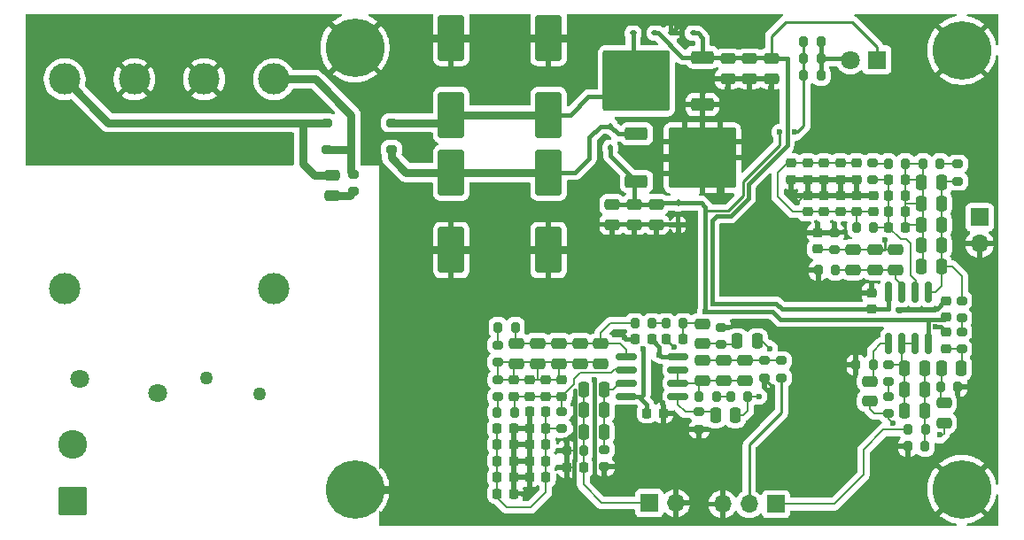
<source format=gbr>
%TF.GenerationSoftware,KiCad,Pcbnew,9.0.0*%
%TF.CreationDate,2025-05-13T21:43:02+02:00*%
%TF.ProjectId,RIAA_preamp,52494141-5f70-4726-9561-6d702e6b6963,rev?*%
%TF.SameCoordinates,Original*%
%TF.FileFunction,Copper,L1,Top*%
%TF.FilePolarity,Positive*%
%FSLAX46Y46*%
G04 Gerber Fmt 4.6, Leading zero omitted, Abs format (unit mm)*
G04 Created by KiCad (PCBNEW 9.0.0) date 2025-05-13 21:43:02*
%MOMM*%
%LPD*%
G01*
G04 APERTURE LIST*
G04 Aperture macros list*
%AMRoundRect*
0 Rectangle with rounded corners*
0 $1 Rounding radius*
0 $2 $3 $4 $5 $6 $7 $8 $9 X,Y pos of 4 corners*
0 Add a 4 corners polygon primitive as box body*
4,1,4,$2,$3,$4,$5,$6,$7,$8,$9,$2,$3,0*
0 Add four circle primitives for the rounded corners*
1,1,$1+$1,$2,$3*
1,1,$1+$1,$4,$5*
1,1,$1+$1,$6,$7*
1,1,$1+$1,$8,$9*
0 Add four rect primitives between the rounded corners*
20,1,$1+$1,$2,$3,$4,$5,0*
20,1,$1+$1,$4,$5,$6,$7,0*
20,1,$1+$1,$6,$7,$8,$9,0*
20,1,$1+$1,$8,$9,$2,$3,0*%
G04 Aperture macros list end*
%TA.AperFunction,SMDPad,CuDef*%
%ADD10RoundRect,0.225000X0.250000X-0.225000X0.250000X0.225000X-0.250000X0.225000X-0.250000X-0.225000X0*%
%TD*%
%TA.AperFunction,SMDPad,CuDef*%
%ADD11RoundRect,0.250000X-0.250000X-0.475000X0.250000X-0.475000X0.250000X0.475000X-0.250000X0.475000X0*%
%TD*%
%TA.AperFunction,SMDPad,CuDef*%
%ADD12RoundRect,0.200000X-0.200000X-0.275000X0.200000X-0.275000X0.200000X0.275000X-0.200000X0.275000X0*%
%TD*%
%TA.AperFunction,SMDPad,CuDef*%
%ADD13RoundRect,0.250000X0.250000X0.475000X-0.250000X0.475000X-0.250000X-0.475000X0.250000X-0.475000X0*%
%TD*%
%TA.AperFunction,SMDPad,CuDef*%
%ADD14RoundRect,0.225000X-0.225000X-0.250000X0.225000X-0.250000X0.225000X0.250000X-0.225000X0.250000X0*%
%TD*%
%TA.AperFunction,SMDPad,CuDef*%
%ADD15RoundRect,0.200000X-0.275000X0.200000X-0.275000X-0.200000X0.275000X-0.200000X0.275000X0.200000X0*%
%TD*%
%TA.AperFunction,SMDPad,CuDef*%
%ADD16RoundRect,0.112500X-0.112500X0.187500X-0.112500X-0.187500X0.112500X-0.187500X0.112500X0.187500X0*%
%TD*%
%TA.AperFunction,SMDPad,CuDef*%
%ADD17RoundRect,0.225000X-0.250000X0.225000X-0.250000X-0.225000X0.250000X-0.225000X0.250000X0.225000X0*%
%TD*%
%TA.AperFunction,SMDPad,CuDef*%
%ADD18RoundRect,0.200000X0.275000X-0.200000X0.275000X0.200000X-0.275000X0.200000X-0.275000X-0.200000X0*%
%TD*%
%TA.AperFunction,SMDPad,CuDef*%
%ADD19RoundRect,0.250000X0.475000X-0.250000X0.475000X0.250000X-0.475000X0.250000X-0.475000X-0.250000X0*%
%TD*%
%TA.AperFunction,SMDPad,CuDef*%
%ADD20RoundRect,0.225000X0.225000X0.250000X-0.225000X0.250000X-0.225000X-0.250000X0.225000X-0.250000X0*%
%TD*%
%TA.AperFunction,ComponentPad*%
%ADD21C,5.600000*%
%TD*%
%TA.AperFunction,SMDPad,CuDef*%
%ADD22RoundRect,0.250000X-0.475000X0.250000X-0.475000X-0.250000X0.475000X-0.250000X0.475000X0.250000X0*%
%TD*%
%TA.AperFunction,SMDPad,CuDef*%
%ADD23RoundRect,0.250000X-1.000000X1.950000X-1.000000X-1.950000X1.000000X-1.950000X1.000000X1.950000X0*%
%TD*%
%TA.AperFunction,SMDPad,CuDef*%
%ADD24RoundRect,0.200000X0.200000X0.275000X-0.200000X0.275000X-0.200000X-0.275000X0.200000X-0.275000X0*%
%TD*%
%TA.AperFunction,ComponentPad*%
%ADD25C,1.800000*%
%TD*%
%TA.AperFunction,ComponentPad*%
%ADD26R,1.800000X1.800000*%
%TD*%
%TA.AperFunction,SMDPad,CuDef*%
%ADD27RoundRect,0.112500X-0.187500X-0.112500X0.187500X-0.112500X0.187500X0.112500X-0.187500X0.112500X0*%
%TD*%
%TA.AperFunction,SMDPad,CuDef*%
%ADD28RoundRect,0.150000X-0.825000X-0.150000X0.825000X-0.150000X0.825000X0.150000X-0.825000X0.150000X0*%
%TD*%
%TA.AperFunction,SMDPad,CuDef*%
%ADD29RoundRect,0.250000X0.850000X0.350000X-0.850000X0.350000X-0.850000X-0.350000X0.850000X-0.350000X0*%
%TD*%
%TA.AperFunction,SMDPad,CuDef*%
%ADD30RoundRect,0.250000X1.275000X1.125000X-1.275000X1.125000X-1.275000X-1.125000X1.275000X-1.125000X0*%
%TD*%
%TA.AperFunction,SMDPad,CuDef*%
%ADD31RoundRect,0.249997X2.950003X2.650003X-2.950003X2.650003X-2.950003X-2.650003X2.950003X-2.650003X0*%
%TD*%
%TA.AperFunction,SMDPad,CuDef*%
%ADD32RoundRect,0.150000X-0.150000X0.825000X-0.150000X-0.825000X0.150000X-0.825000X0.150000X0.825000X0*%
%TD*%
%TA.AperFunction,SMDPad,CuDef*%
%ADD33RoundRect,0.200000X-0.300000X-0.200000X0.300000X-0.200000X0.300000X0.200000X-0.300000X0.200000X0*%
%TD*%
%TA.AperFunction,ComponentPad*%
%ADD34RoundRect,0.250000X1.125000X-1.125000X1.125000X1.125000X-1.125000X1.125000X-1.125000X-1.125000X0*%
%TD*%
%TA.AperFunction,ComponentPad*%
%ADD35C,2.750000*%
%TD*%
%TA.AperFunction,ComponentPad*%
%ADD36R,1.700000X1.700000*%
%TD*%
%TA.AperFunction,ComponentPad*%
%ADD37O,1.700000X1.700000*%
%TD*%
%TA.AperFunction,ComponentPad*%
%ADD38C,3.000000*%
%TD*%
%TA.AperFunction,ComponentPad*%
%ADD39C,1.270000*%
%TD*%
%TA.AperFunction,SMDPad,CuDef*%
%ADD40RoundRect,0.112500X0.187500X0.112500X-0.187500X0.112500X-0.187500X-0.112500X0.187500X-0.112500X0*%
%TD*%
%TA.AperFunction,SMDPad,CuDef*%
%ADD41RoundRect,0.250000X-0.850000X-0.350000X0.850000X-0.350000X0.850000X0.350000X-0.850000X0.350000X0*%
%TD*%
%TA.AperFunction,SMDPad,CuDef*%
%ADD42RoundRect,0.250000X-1.275000X-1.125000X1.275000X-1.125000X1.275000X1.125000X-1.275000X1.125000X0*%
%TD*%
%TA.AperFunction,SMDPad,CuDef*%
%ADD43RoundRect,0.249997X-2.950003X-2.650003X2.950003X-2.650003X2.950003X2.650003X-2.950003X2.650003X0*%
%TD*%
%TA.AperFunction,ViaPad*%
%ADD44C,0.600000*%
%TD*%
%TA.AperFunction,Conductor*%
%ADD45C,0.200000*%
%TD*%
%TA.AperFunction,Conductor*%
%ADD46C,0.400000*%
%TD*%
%TA.AperFunction,Conductor*%
%ADD47C,0.250000*%
%TD*%
%TA.AperFunction,Conductor*%
%ADD48C,0.800000*%
%TD*%
G04 APERTURE END LIST*
D10*
%TO.P,C74,1*%
%TO.N,Net-(C74-Pad1)*%
X152900000Y-55135000D03*
%TO.P,C74,2*%
%TO.N,GND*%
X152900000Y-53585000D03*
%TD*%
D11*
%TO.P,C33,1*%
%TO.N,Net-(C33-Pad1)*%
X162550000Y-70085000D03*
%TO.P,C33,2*%
%TO.N,Net-(C31-Pad2)*%
X164450000Y-70085000D03*
%TD*%
D12*
%TO.P,R14,1*%
%TO.N,Net-(C17-Pad2)*%
X133250000Y-65800000D03*
%TO.P,R14,2*%
%TO.N,Net-(R14-Pad2)*%
X134900000Y-65800000D03*
%TD*%
D11*
%TO.P,C23,1*%
%TO.N,Net-(C11-Pad2)*%
X160650000Y-54335000D03*
%TO.P,C23,2*%
%TO.N,Net-(C21-Pad2)*%
X162550000Y-54335000D03*
%TD*%
D13*
%TO.P,C28,1*%
%TO.N,Net-(C28-Pad1)*%
X144950000Y-67500000D03*
%TO.P,C28,2*%
%TO.N,Net-(C24-Pad1)*%
X143050000Y-67500000D03*
%TD*%
D14*
%TO.P,C79,1*%
%TO.N,Net-(C73-Pad1)*%
X120100000Y-77418334D03*
%TO.P,C79,2*%
%TO.N,GND*%
X121650000Y-77418334D03*
%TD*%
D11*
%TO.P,C21,1*%
%TO.N,Net-(C11-Pad2)*%
X160650000Y-52315000D03*
%TO.P,C21,2*%
%TO.N,Net-(C21-Pad2)*%
X162550000Y-52315000D03*
%TD*%
D14*
%TO.P,C11,1*%
%TO.N,Net-(U1A--)*%
X157525000Y-55110000D03*
%TO.P,C11,2*%
%TO.N,Net-(C11-Pad2)*%
X159075000Y-55110000D03*
%TD*%
%TO.P,C87,1*%
%TO.N,Net-(C73-Pad1)*%
X120100000Y-80531667D03*
%TO.P,C87,2*%
%TO.N,GND*%
X121650000Y-80531667D03*
%TD*%
D15*
%TO.P,R19,1*%
%TO.N,Net-(R17-Pad2)*%
X164500000Y-66610000D03*
%TO.P,R19,2*%
%TO.N,Net-(C31-Pad2)*%
X164500000Y-68260000D03*
%TD*%
D16*
%TO.P,D2,1,K*%
%TO.N,Net-(D1-+)*%
X130900000Y-46950000D03*
%TO.P,D2,2,A*%
%TO.N,+15V*%
X130900000Y-49050000D03*
%TD*%
D17*
%TO.P,C93,1*%
%TO.N,Net-(C74-Pad1)*%
X148211666Y-50485000D03*
%TO.P,C93,2*%
%TO.N,GND*%
X148211666Y-52035000D03*
%TD*%
D18*
%TO.P,R6,1*%
%TO.N,Net-(C10-Pad2)*%
X120140000Y-69525000D03*
%TO.P,R6,2*%
%TO.N,Net-(R6-Pad2)*%
X120140000Y-67875000D03*
%TD*%
D19*
%TO.P,C44,1*%
%TO.N,GND*%
X146314700Y-42400000D03*
%TO.P,C44,2*%
%TO.N,-15V*%
X146314700Y-40500000D03*
%TD*%
%TO.P,C42,1*%
%TO.N,GND*%
X142125000Y-42400000D03*
%TO.P,C42,2*%
%TO.N,-15V*%
X142125000Y-40500000D03*
%TD*%
D20*
%TO.P,C73,1*%
%TO.N,Net-(C73-Pad1)*%
X124750000Y-77400000D03*
%TO.P,C73,2*%
%TO.N,GND*%
X123200000Y-77400000D03*
%TD*%
D11*
%TO.P,C38,1*%
%TO.N,Net-(C11-Pad2)*%
X160650000Y-60395000D03*
%TO.P,C38,2*%
%TO.N,Net-(C21-Pad2)*%
X162550000Y-60395000D03*
%TD*%
D21*
%TO.P,H2,1,1*%
%TO.N,GND*%
X106500000Y-81700000D03*
%TD*%
D22*
%TO.P,C52,1*%
%TO.N,/Left/IN*%
X154100000Y-58785000D03*
%TO.P,C52,2*%
%TO.N,Net-(U1A-+)*%
X154100000Y-60685000D03*
%TD*%
D10*
%TO.P,C76,1*%
%TO.N,Net-(C74-Pad1)*%
X156013333Y-55135000D03*
%TO.P,C76,2*%
%TO.N,GND*%
X156013333Y-53585000D03*
%TD*%
%TO.P,C95,1*%
%TO.N,Net-(C74-Pad1)*%
X151343333Y-55135000D03*
%TO.P,C95,2*%
%TO.N,GND*%
X151343333Y-53585000D03*
%TD*%
D23*
%TO.P,C37,1*%
%TO.N,GND*%
X125000000Y-38500000D03*
%TO.P,C37,2*%
%TO.N,Net-(D1--)*%
X125000000Y-45900000D03*
%TD*%
D14*
%TO.P,C88,1*%
%TO.N,Net-(C73-Pad1)*%
X120100000Y-82088334D03*
%TO.P,C88,2*%
%TO.N,GND*%
X121650000Y-82088334D03*
%TD*%
D11*
%TO.P,C51,1*%
%TO.N,/Right/IN*%
X128400000Y-76200000D03*
%TO.P,C51,2*%
%TO.N,Net-(U5A-+)*%
X130300000Y-76200000D03*
%TD*%
D13*
%TO.P,C58,1*%
%TO.N,Net-(C41-Pad1)*%
X160950000Y-70085000D03*
%TO.P,C58,2*%
%TO.N,Net-(U1B--)*%
X159050000Y-70085000D03*
%TD*%
D15*
%TO.P,R9,1*%
%TO.N,Net-(R7-Pad2)*%
X164100000Y-50560000D03*
%TO.P,R9,2*%
%TO.N,Net-(C21-Pad2)*%
X164100000Y-52210000D03*
%TD*%
D10*
%TO.P,C1,1*%
%TO.N,/Left/IN*%
X150700000Y-58710000D03*
%TO.P,C1,2*%
%TO.N,GND*%
X150700000Y-57160000D03*
%TD*%
D17*
%TO.P,C92,1*%
%TO.N,Net-(C74-Pad1)*%
X149768333Y-50485000D03*
%TO.P,C92,2*%
%TO.N,GND*%
X149768333Y-52035000D03*
%TD*%
D14*
%TO.P,C77,1*%
%TO.N,Net-(C73-Pad1)*%
X120100000Y-75861667D03*
%TO.P,C77,2*%
%TO.N,GND*%
X121650000Y-75861667D03*
%TD*%
D19*
%TO.P,C43,1*%
%TO.N,GND*%
X131075000Y-56350000D03*
%TO.P,C43,2*%
%TO.N,+15V*%
X131075000Y-54450000D03*
%TD*%
D23*
%TO.P,C4,1*%
%TO.N,Net-(D1-+)*%
X115700000Y-51400000D03*
%TO.P,C4,2*%
%TO.N,GND*%
X115700000Y-58800000D03*
%TD*%
D14*
%TO.P,C7,1*%
%TO.N,Net-(U1A--)*%
X157525000Y-52060000D03*
%TO.P,C7,2*%
%TO.N,Net-(C11-Pad2)*%
X159075000Y-52060000D03*
%TD*%
D24*
%TO.P,R11,1*%
%TO.N,Net-(U5A--)*%
X121725000Y-74300000D03*
%TO.P,R11,2*%
%TO.N,Net-(R11-Pad2)*%
X120075000Y-74300000D03*
%TD*%
D11*
%TO.P,C30,1*%
%TO.N,Net-(U5B-+)*%
X140950000Y-74600000D03*
%TO.P,C30,2*%
%TO.N,Net-(C28-Pad1)*%
X142850000Y-74600000D03*
%TD*%
D25*
%TO.P,RV1,1*%
%TO.N,Net-(F1-Pad2)*%
X87648000Y-72494000D03*
%TO.P,RV1,2*%
%TO.N,NEUT*%
X80148000Y-71094000D03*
%TD*%
D26*
%TO.P,D5,1,K*%
%TO.N,-15V*%
X156375000Y-40600000D03*
D25*
%TO.P,D5,2,A*%
%TO.N,Net-(D5-A)*%
X153835000Y-40600000D03*
%TD*%
D20*
%TO.P,C59,1*%
%TO.N,GND*%
X135960000Y-74390000D03*
%TO.P,C59,2*%
%TO.N,-15V*%
X134410000Y-74390000D03*
%TD*%
D18*
%TO.P,R26,1*%
%TO.N,GND*%
X139400000Y-75925000D03*
%TO.P,R26,2*%
%TO.N,Net-(U5B-+)*%
X139400000Y-74275000D03*
%TD*%
D21*
%TO.P,H1,1,1*%
%TO.N,GND*%
X106500000Y-39450000D03*
%TD*%
D10*
%TO.P,C6,1*%
%TO.N,Net-(U5A--)*%
X121675000Y-72775000D03*
%TO.P,C6,2*%
%TO.N,Net-(C10-Pad2)*%
X121675000Y-71225000D03*
%TD*%
D19*
%TO.P,C46,1*%
%TO.N,GND*%
X144219850Y-42400000D03*
%TO.P,C46,2*%
%TO.N,-15V*%
X144219850Y-40500000D03*
%TD*%
D27*
%TO.P,D4,1,K*%
%TO.N,GND*%
X136725000Y-38050000D03*
%TO.P,D4,2,A*%
%TO.N,-15V*%
X138825000Y-38050000D03*
%TD*%
D20*
%TO.P,C91,1*%
%TO.N,Net-(C73-Pad1)*%
X124750000Y-75843334D03*
%TO.P,C91,2*%
%TO.N,GND*%
X123200000Y-75843334D03*
%TD*%
D19*
%TO.P,C25,1*%
%TO.N,Net-(C25-Pad1)*%
X104345000Y-53567000D03*
%TO.P,C25,2*%
%TO.N,Net-(C25-Pad2)*%
X104345000Y-51667000D03*
%TD*%
D10*
%TO.P,C94,1*%
%TO.N,Net-(C74-Pad1)*%
X149786666Y-55135000D03*
%TO.P,C94,2*%
%TO.N,GND*%
X149786666Y-53585000D03*
%TD*%
D24*
%TO.P,R5,1*%
%TO.N,Net-(U1A-+)*%
X152425000Y-60735000D03*
%TO.P,R5,2*%
%TO.N,GND*%
X150775000Y-60735000D03*
%TD*%
D16*
%TO.P,D3,1,K*%
%TO.N,+15V*%
X137400000Y-54300000D03*
%TO.P,D3,2,A*%
%TO.N,GND*%
X137400000Y-56400000D03*
%TD*%
D12*
%TO.P,R16,1*%
%TO.N,Net-(R14-Pad2)*%
X136225000Y-65800000D03*
%TO.P,R16,2*%
%TO.N,Net-(C22-Pad2)*%
X137875000Y-65800000D03*
%TD*%
D11*
%TO.P,C27,1*%
%TO.N,Net-(C11-Pad2)*%
X160650000Y-56355000D03*
%TO.P,C27,2*%
%TO.N,Net-(C21-Pad2)*%
X162550000Y-56355000D03*
%TD*%
D18*
%TO.P,R33,1*%
%TO.N,Net-(C25-Pad1)*%
X106377000Y-53188000D03*
%TO.P,R33,2*%
%TO.N,Net-(D1-Pad2)*%
X106377000Y-51538000D03*
%TD*%
D20*
%TO.P,C75,1*%
%TO.N,Net-(C73-Pad1)*%
X124750000Y-74286667D03*
%TO.P,C75,2*%
%TO.N,GND*%
X123200000Y-74286667D03*
%TD*%
D10*
%TO.P,C96,1*%
%TO.N,Net-(C74-Pad1)*%
X154456666Y-55135000D03*
%TO.P,C96,2*%
%TO.N,GND*%
X154456666Y-53585000D03*
%TD*%
D21*
%TO.P,H4,1,1*%
%TO.N,GND*%
X164500000Y-81700000D03*
%TD*%
D24*
%TO.P,R32,1*%
%TO.N,Net-(D5-A)*%
X151050000Y-42115000D03*
%TO.P,R32,2*%
%TO.N,+15V*%
X149400000Y-42115000D03*
%TD*%
D17*
%TO.P,C78,1*%
%TO.N,Net-(C74-Pad1)*%
X154438333Y-50485000D03*
%TO.P,C78,2*%
%TO.N,GND*%
X154438333Y-52035000D03*
%TD*%
D10*
%TO.P,C12,1*%
%TO.N,Net-(U5A--)*%
X126250000Y-72775000D03*
%TO.P,C12,2*%
%TO.N,Net-(C10-Pad2)*%
X126250000Y-71225000D03*
%TD*%
%TO.P,C8,1*%
%TO.N,Net-(U5A--)*%
X123200000Y-72775000D03*
%TO.P,C8,2*%
%TO.N,Net-(C10-Pad2)*%
X123200000Y-71225000D03*
%TD*%
D28*
%TO.P,U5,1*%
%TO.N,Net-(C17-Pad2)*%
X132425000Y-68995000D03*
%TO.P,U5,2,-*%
%TO.N,Net-(U5A--)*%
X132425000Y-70265000D03*
%TO.P,U5,3,+*%
%TO.N,Net-(U5A-+)*%
X132425000Y-71535000D03*
%TO.P,U5,4,V-*%
%TO.N,-15V*%
X132425000Y-72805000D03*
%TO.P,U5,5,+*%
%TO.N,Net-(U5B-+)*%
X137375000Y-72805000D03*
%TO.P,U5,6,-*%
%TO.N,Net-(U5B--)*%
X137375000Y-71535000D03*
%TO.P,U5,7*%
X137375000Y-70265000D03*
%TO.P,U5,8,V+*%
%TO.N,+15V*%
X137375000Y-68995000D03*
%TD*%
D29*
%TO.P,U4,1,GND*%
%TO.N,GND*%
X139700000Y-44905000D03*
D30*
%TO.P,U4,2,VI*%
%TO.N,Net-(D1--)*%
X135075000Y-44150000D03*
X135075000Y-41100000D03*
D31*
X133400000Y-42625000D03*
D30*
X131725000Y-44150000D03*
X131725000Y-41100000D03*
D29*
%TO.P,U4,3,VO*%
%TO.N,-15V*%
X139700000Y-40345000D03*
%TD*%
D18*
%TO.P,R30,1*%
%TO.N,/OUTR*%
X147271000Y-71032000D03*
%TO.P,R30,2*%
%TO.N,Net-(C32-Pad1)*%
X147271000Y-69382000D03*
%TD*%
D12*
%TO.P,R29,1*%
%TO.N,GND*%
X154375000Y-69785000D03*
%TO.P,R29,2*%
%TO.N,Net-(U1B-+)*%
X156025000Y-69785000D03*
%TD*%
D15*
%TO.P,R17,1*%
%TO.N,Net-(C21-Pad2)*%
X164500000Y-63635000D03*
%TO.P,R17,2*%
%TO.N,Net-(R17-Pad2)*%
X164500000Y-65285000D03*
%TD*%
D18*
%TO.P,R12,1*%
%TO.N,Net-(R11-Pad2)*%
X120150000Y-72850000D03*
%TO.P,R12,2*%
%TO.N,Net-(C10-Pad2)*%
X120150000Y-71200000D03*
%TD*%
D12*
%TO.P,R36,1*%
%TO.N,/OUTL*%
X159375000Y-75985000D03*
%TO.P,R36,2*%
%TO.N,Net-(C41-Pad1)*%
X161025000Y-75985000D03*
%TD*%
D20*
%TO.P,C5,1*%
%TO.N,/Right/IN*%
X128325000Y-79600000D03*
%TO.P,C5,2*%
%TO.N,GND*%
X126775000Y-79600000D03*
%TD*%
D32*
%TO.P,U1,1*%
%TO.N,Net-(C21-Pad2)*%
X161305000Y-62810000D03*
%TO.P,U1,2,-*%
%TO.N,Net-(U1A--)*%
X160035000Y-62810000D03*
%TO.P,U1,3,+*%
%TO.N,Net-(U1A-+)*%
X158765000Y-62810000D03*
%TO.P,U1,4,V-*%
%TO.N,-15V*%
X157495000Y-62810000D03*
%TO.P,U1,5,+*%
%TO.N,Net-(U1B-+)*%
X157495000Y-67760000D03*
%TO.P,U1,6,-*%
%TO.N,Net-(U1B--)*%
X158765000Y-67760000D03*
%TO.P,U1,7*%
X160035000Y-67760000D03*
%TO.P,U1,8,V+*%
%TO.N,+15V*%
X161305000Y-67760000D03*
%TD*%
D19*
%TO.P,C17,1*%
%TO.N,Net-(C10-Pad2)*%
X121930000Y-69650000D03*
%TO.P,C17,2*%
%TO.N,Net-(C17-Pad2)*%
X121930000Y-67750000D03*
%TD*%
D21*
%TO.P,H3,1,1*%
%TO.N,GND*%
X164500000Y-39700000D03*
%TD*%
D15*
%TO.P,R27,1*%
%TO.N,Net-(U1B--)*%
X157500000Y-69760000D03*
%TO.P,R27,2*%
%TO.N,Net-(R25-Pad1)*%
X157500000Y-71410000D03*
%TD*%
D14*
%TO.P,C13,1*%
%TO.N,Net-(U1A--)*%
X157525000Y-56635000D03*
%TO.P,C13,2*%
%TO.N,Net-(C11-Pad2)*%
X159075000Y-56635000D03*
%TD*%
D19*
%TO.P,C39,1*%
%TO.N,Net-(C39-Pad1)*%
X162800000Y-75335000D03*
%TO.P,C39,2*%
%TO.N,Net-(C33-Pad1)*%
X162800000Y-73435000D03*
%TD*%
D22*
%TO.P,C50,1*%
%TO.N,/Left/IN*%
X156200000Y-58785000D03*
%TO.P,C50,2*%
%TO.N,Net-(U1A-+)*%
X156200000Y-60685000D03*
%TD*%
D19*
%TO.P,C19,1*%
%TO.N,Net-(C10-Pad2)*%
X125970000Y-69650000D03*
%TO.P,C19,2*%
%TO.N,Net-(C17-Pad2)*%
X125970000Y-67750000D03*
%TD*%
D33*
%TO.P,D1,1*%
%TO.N,Net-(C25-Pad2)*%
X103825000Y-46630000D03*
%TO.P,D1,2*%
%TO.N,Net-(D1-Pad2)*%
X103825000Y-49170000D03*
%TO.P,D1,3,+*%
%TO.N,Net-(D1-+)*%
X109975000Y-49170000D03*
%TO.P,D1,4,-*%
%TO.N,Net-(D1--)*%
X109975000Y-46630000D03*
%TD*%
D19*
%TO.P,C47,1*%
%TO.N,GND*%
X135300000Y-56350000D03*
%TO.P,C47,2*%
%TO.N,+15V*%
X135300000Y-54450000D03*
%TD*%
%TO.P,C45,1*%
%TO.N,GND*%
X133200000Y-56350000D03*
%TO.P,C45,2*%
%TO.N,+15V*%
X133200000Y-54450000D03*
%TD*%
D14*
%TO.P,C9,1*%
%TO.N,Net-(U1A--)*%
X157525000Y-53585000D03*
%TO.P,C9,2*%
%TO.N,Net-(C11-Pad2)*%
X159075000Y-53585000D03*
%TD*%
D19*
%TO.P,C20,1*%
%TO.N,Net-(C10-Pad2)*%
X127990000Y-69650000D03*
%TO.P,C20,2*%
%TO.N,Net-(C17-Pad2)*%
X127990000Y-67750000D03*
%TD*%
D34*
%TO.P,J4,1,Pin_1*%
%TO.N,LINE*%
X79509000Y-82782000D03*
D35*
%TO.P,J4,2,Pin_2*%
%TO.N,NEUT*%
X79509000Y-77382000D03*
%TD*%
D22*
%TO.P,C54,1*%
%TO.N,/Left/IN*%
X158200000Y-58785000D03*
%TO.P,C54,2*%
%TO.N,Net-(U1A-+)*%
X158200000Y-60685000D03*
%TD*%
D23*
%TO.P,C3,1*%
%TO.N,Net-(D1-+)*%
X125000000Y-51400000D03*
%TO.P,C3,2*%
%TO.N,GND*%
X125000000Y-58800000D03*
%TD*%
D36*
%TO.P,J2,1,Pin_1*%
%TO.N,/Right/IN*%
X134625000Y-83000000D03*
D37*
%TO.P,J2,2,Pin_2*%
%TO.N,GND*%
X137165000Y-83000000D03*
%TD*%
D12*
%TO.P,R24,1*%
%TO.N,Net-(U5B--)*%
X139375000Y-72800000D03*
%TO.P,R24,2*%
%TO.N,Net-(R22-Pad1)*%
X141025000Y-72800000D03*
%TD*%
D22*
%TO.P,C55,1*%
%TO.N,Net-(C32-Pad1)*%
X141750000Y-69350000D03*
%TO.P,C55,2*%
%TO.N,Net-(U5B--)*%
X141750000Y-71250000D03*
%TD*%
D38*
%TO.P,T1,1*%
%TO.N,NEUT*%
X78750000Y-62450000D03*
%TO.P,T1,5*%
%TO.N,Net-(F1-Pad2)*%
X98750000Y-62450000D03*
%TO.P,T1,6*%
%TO.N,Net-(D1-Pad2)*%
X98750000Y-42450000D03*
%TO.P,T1,7*%
%TO.N,GND*%
X92083333Y-42450000D03*
%TO.P,T1,9*%
X85416667Y-42450000D03*
%TO.P,T1,10*%
%TO.N,Net-(C25-Pad2)*%
X78750000Y-42450000D03*
%TD*%
D14*
%TO.P,C22,1*%
%TO.N,GND*%
X136275000Y-67300000D03*
%TO.P,C22,2*%
%TO.N,Net-(C22-Pad2)*%
X137825000Y-67300000D03*
%TD*%
D15*
%TO.P,R18,1*%
%TO.N,GND*%
X141500000Y-66175000D03*
%TO.P,R18,2*%
%TO.N,Net-(C24-Pad1)*%
X141500000Y-67825000D03*
%TD*%
D39*
%TO.P,F1,1*%
%TO.N,LINE*%
X97370000Y-72594000D03*
%TO.P,F1,2*%
%TO.N,Net-(F1-Pad2)*%
X92270000Y-70994000D03*
%TD*%
D18*
%TO.P,R13,1*%
%TO.N,Net-(U1A--)*%
X156000000Y-52110000D03*
%TO.P,R13,2*%
%TO.N,Net-(R13-Pad2)*%
X156000000Y-50460000D03*
%TD*%
D40*
%TO.P,D6,1,K*%
%TO.N,-15V*%
X135175000Y-38050000D03*
%TO.P,D6,2,A*%
%TO.N,Net-(D1--)*%
X133075000Y-38050000D03*
%TD*%
D22*
%TO.P,C32,1*%
%TO.N,Net-(C32-Pad1)*%
X143800000Y-69350000D03*
%TO.P,C32,2*%
%TO.N,Net-(U5B--)*%
X143800000Y-71250000D03*
%TD*%
D20*
%TO.P,C90,1*%
%TO.N,Net-(C73-Pad1)*%
X124750000Y-78956667D03*
%TO.P,C90,2*%
%TO.N,GND*%
X123200000Y-78956667D03*
%TD*%
D11*
%TO.P,C29,1*%
%TO.N,Net-(C11-Pad2)*%
X160650000Y-58375000D03*
%TO.P,C29,2*%
%TO.N,Net-(C21-Pad2)*%
X162550000Y-58375000D03*
%TD*%
D36*
%TO.P,J1,1,Pin_1*%
%TO.N,/Left/IN*%
X166200000Y-55660000D03*
D37*
%TO.P,J1,2,Pin_2*%
%TO.N,GND*%
X166200000Y-58200000D03*
%TD*%
D24*
%TO.P,R3,1*%
%TO.N,/Right/IN*%
X128375000Y-78000000D03*
%TO.P,R3,2*%
%TO.N,GND*%
X126725000Y-78000000D03*
%TD*%
D19*
%TO.P,C36,1*%
%TO.N,Net-(C10-Pad2)*%
X130010000Y-69650000D03*
%TO.P,C36,2*%
%TO.N,Net-(C17-Pad2)*%
X130010000Y-67750000D03*
%TD*%
D22*
%TO.P,C40,1*%
%TO.N,Net-(U1B-+)*%
X155700000Y-71335000D03*
%TO.P,C40,2*%
%TO.N,Net-(C39-Pad1)*%
X155700000Y-73235000D03*
%TD*%
D12*
%TO.P,R21,1*%
%TO.N,Net-(C74-Pad1)*%
X154438333Y-56635000D03*
%TO.P,R21,2*%
%TO.N,Net-(U1A--)*%
X156088333Y-56635000D03*
%TD*%
D18*
%TO.P,R28,1*%
%TO.N,GND*%
X145670500Y-71032000D03*
%TO.P,R28,2*%
%TO.N,Net-(C32-Pad1)*%
X145670500Y-69382000D03*
%TD*%
D11*
%TO.P,C49,1*%
%TO.N,/Right/IN*%
X128400000Y-74100000D03*
%TO.P,C49,2*%
%TO.N,Net-(U5A-+)*%
X130300000Y-74100000D03*
%TD*%
D13*
%TO.P,C41,1*%
%TO.N,Net-(C41-Pad1)*%
X160950000Y-74185000D03*
%TO.P,C41,2*%
%TO.N,Net-(U1B--)*%
X159050000Y-74185000D03*
%TD*%
D22*
%TO.P,C57,1*%
%TO.N,Net-(C32-Pad1)*%
X139700000Y-69350000D03*
%TO.P,C57,2*%
%TO.N,Net-(U5B--)*%
X139700000Y-71250000D03*
%TD*%
D36*
%TO.P,J3,1,Pin_1*%
%TO.N,/OUTL*%
X146725000Y-83100000D03*
D37*
%TO.P,J3,2,Pin_2*%
%TO.N,/OUTR*%
X144185000Y-83100000D03*
%TO.P,J3,3,Pin_3*%
%TO.N,GND*%
X141645000Y-83100000D03*
%TD*%
D18*
%TO.P,R20,1*%
%TO.N,Net-(C73-Pad1)*%
X126250000Y-75861667D03*
%TO.P,R20,2*%
%TO.N,Net-(U5A--)*%
X126250000Y-74211667D03*
%TD*%
D15*
%TO.P,R25,1*%
%TO.N,Net-(R25-Pad1)*%
X157500000Y-72785000D03*
%TO.P,R25,2*%
%TO.N,Net-(C39-Pad1)*%
X157500000Y-74435000D03*
%TD*%
%TO.P,R4,1*%
%TO.N,Net-(U5A-+)*%
X130350000Y-77875000D03*
%TO.P,R4,2*%
%TO.N,GND*%
X130350000Y-79525000D03*
%TD*%
D12*
%TO.P,R8,1*%
%TO.N,Net-(R6-Pad2)*%
X120175000Y-66200000D03*
%TO.P,R8,2*%
%TO.N,Net-(C17-Pad2)*%
X121825000Y-66200000D03*
%TD*%
D17*
%TO.P,C31,1*%
%TO.N,GND*%
X163000000Y-66660000D03*
%TO.P,C31,2*%
%TO.N,Net-(C31-Pad2)*%
X163000000Y-68210000D03*
%TD*%
D10*
%TO.P,C10,1*%
%TO.N,Net-(U5A--)*%
X124725000Y-72775000D03*
%TO.P,C10,2*%
%TO.N,Net-(C10-Pad2)*%
X124725000Y-71225000D03*
%TD*%
D17*
%TO.P,C82,1*%
%TO.N,Net-(C74-Pad1)*%
X151325000Y-50485000D03*
%TO.P,C82,2*%
%TO.N,GND*%
X151325000Y-52035000D03*
%TD*%
D14*
%TO.P,C81,1*%
%TO.N,Net-(C73-Pad1)*%
X120100000Y-78975000D03*
%TO.P,C81,2*%
%TO.N,GND*%
X121650000Y-78975000D03*
%TD*%
D12*
%TO.P,R31,1*%
%TO.N,GND*%
X159350000Y-77585000D03*
%TO.P,R31,2*%
%TO.N,Net-(C41-Pad1)*%
X161000000Y-77585000D03*
%TD*%
D24*
%TO.P,R23,1*%
%TO.N,GND*%
X164125000Y-71885000D03*
%TO.P,R23,2*%
%TO.N,Net-(C33-Pad1)*%
X162475000Y-71885000D03*
%TD*%
D17*
%TO.P,C35,1*%
%TO.N,GND*%
X163000000Y-63685000D03*
%TO.P,C35,2*%
%TO.N,+15V*%
X163000000Y-65235000D03*
%TD*%
D23*
%TO.P,C26,1*%
%TO.N,GND*%
X115700000Y-38500000D03*
%TO.P,C26,2*%
%TO.N,Net-(D1--)*%
X115700000Y-45900000D03*
%TD*%
D12*
%TO.P,R15,1*%
%TO.N,Net-(R13-Pad2)*%
X157450000Y-50535000D03*
%TO.P,R15,2*%
%TO.N,Net-(C11-Pad2)*%
X159100000Y-50535000D03*
%TD*%
D24*
%TO.P,R35,1*%
%TO.N,Net-(D5-A)*%
X151050000Y-38900000D03*
%TO.P,R35,2*%
%TO.N,+15V*%
X149400000Y-38900000D03*
%TD*%
D13*
%TO.P,C56,1*%
%TO.N,Net-(C41-Pad1)*%
X160950000Y-72135000D03*
%TO.P,C56,2*%
%TO.N,Net-(U1B--)*%
X159050000Y-72135000D03*
%TD*%
D12*
%TO.P,R22,1*%
%TO.N,Net-(R22-Pad1)*%
X142400000Y-72800000D03*
%TO.P,R22,2*%
%TO.N,Net-(C28-Pad1)*%
X144050000Y-72800000D03*
%TD*%
D20*
%TO.P,C89,1*%
%TO.N,Net-(C73-Pad1)*%
X124750000Y-80513334D03*
%TO.P,C89,2*%
%TO.N,GND*%
X123200000Y-80513334D03*
%TD*%
D17*
%TO.P,C48,1*%
%TO.N,GND*%
X155900000Y-62900000D03*
%TO.P,C48,2*%
%TO.N,-15V*%
X155900000Y-64450000D03*
%TD*%
%TO.P,C80,1*%
%TO.N,Net-(C74-Pad1)*%
X152881666Y-50485000D03*
%TO.P,C80,2*%
%TO.N,GND*%
X152881666Y-52035000D03*
%TD*%
D18*
%TO.P,R1,1*%
%TO.N,/Left/IN*%
X152300000Y-58760000D03*
%TO.P,R1,2*%
%TO.N,GND*%
X152300000Y-57110000D03*
%TD*%
D19*
%TO.P,C24,1*%
%TO.N,Net-(C24-Pad1)*%
X139700000Y-67750000D03*
%TO.P,C24,2*%
%TO.N,Net-(C22-Pad2)*%
X139700000Y-65850000D03*
%TD*%
D24*
%TO.P,R34,1*%
%TO.N,Net-(D5-A)*%
X151050000Y-40507500D03*
%TO.P,R34,2*%
%TO.N,+15V*%
X149400000Y-40507500D03*
%TD*%
D14*
%TO.P,C34,1*%
%TO.N,GND*%
X133300000Y-67300000D03*
%TO.P,C34,2*%
%TO.N,+15V*%
X134850000Y-67300000D03*
%TD*%
D12*
%TO.P,R7,1*%
%TO.N,Net-(C11-Pad2)*%
X160775000Y-50525000D03*
%TO.P,R7,2*%
%TO.N,Net-(R7-Pad2)*%
X162425000Y-50525000D03*
%TD*%
D41*
%TO.P,U3,1,VI*%
%TO.N,Net-(D1-+)*%
X133400000Y-47692500D03*
D42*
%TO.P,U3,2,GND*%
%TO.N,GND*%
X138025000Y-48447500D03*
X138025000Y-51497500D03*
D43*
X139700000Y-49972500D03*
D42*
X141375000Y-48447500D03*
X141375000Y-51497500D03*
D41*
%TO.P,U3,3,VO*%
%TO.N,+15V*%
X133400000Y-52252500D03*
%TD*%
D11*
%TO.P,C53,1*%
%TO.N,/Right/IN*%
X128400000Y-72100000D03*
%TO.P,C53,2*%
%TO.N,Net-(U5A-+)*%
X130300000Y-72100000D03*
%TD*%
D19*
%TO.P,C18,1*%
%TO.N,Net-(C10-Pad2)*%
X123950000Y-69650000D03*
%TO.P,C18,2*%
%TO.N,Net-(C17-Pad2)*%
X123950000Y-67750000D03*
%TD*%
D44*
%TO.N,GND*%
X139397000Y-77001000D03*
X153367000Y-57062000D03*
X135400000Y-71200000D03*
X141302000Y-53633000D03*
X156800000Y-49400000D03*
X162005000Y-66144000D03*
X148795000Y-54268000D03*
X153600000Y-49400000D03*
X127500000Y-52800000D03*
X122760000Y-82589000D03*
X135500000Y-53100000D03*
X112400000Y-48600000D03*
X129400000Y-71200000D03*
X155000000Y-62900000D03*
X137365000Y-57316000D03*
X135600000Y-64400000D03*
X123100000Y-66300000D03*
X126844000Y-38500000D03*
X146000000Y-52100000D03*
X127500000Y-73100000D03*
X127078000Y-58840000D03*
X160000000Y-49500000D03*
X113616000Y-58840000D03*
X118700000Y-70400000D03*
X113870000Y-38520000D03*
X135714000Y-49950000D03*
X134300000Y-38900000D03*
X154000000Y-72300000D03*
X139778000Y-43727000D03*
X117680000Y-38520000D03*
X142699000Y-65698000D03*
X103900000Y-45400000D03*
X142064000Y-43473000D03*
X129000000Y-66400000D03*
X122760000Y-58840000D03*
X136984000Y-68111000D03*
X122600000Y-52800000D03*
X126700000Y-77000000D03*
X146255000Y-43346000D03*
X77200000Y-49300000D03*
X162110000Y-64390000D03*
X148700000Y-49100000D03*
X159336000Y-78652000D03*
X130380000Y-80557000D03*
X133174000Y-57443000D03*
X132260000Y-67180000D03*
X149811000Y-60745000D03*
X153367000Y-69762000D03*
X117680000Y-58840000D03*
X138100000Y-39200000D03*
X98200000Y-49200000D03*
X131300000Y-53000000D03*
X137238000Y-37504000D03*
X118600000Y-81400000D03*
X135333000Y-57570000D03*
X123014000Y-38520000D03*
X113200000Y-52800000D03*
X131015000Y-57570000D03*
X158600000Y-64600000D03*
X146382000Y-71921000D03*
X118100000Y-52800000D03*
X123268000Y-81700000D03*
X141429000Y-44870000D03*
X126824000Y-80684000D03*
X165051000Y-71921000D03*
X148160000Y-53252000D03*
X135930000Y-73440000D03*
X144223000Y-43346000D03*
%TO.N,Net-(C28-Pad1)*%
X145112000Y-72810000D03*
X146128000Y-68238000D03*
%TO.N,-15V*%
X140705000Y-63920000D03*
X134063000Y-68220000D03*
%TO.N,+15V*%
X140000000Y-64700000D03*
X148541000Y-47537000D03*
X147100000Y-47537000D03*
X135600000Y-68800000D03*
%TO.N,Net-(C39-Pad1)*%
X157939000Y-75350000D03*
X162384000Y-76493000D03*
%TO.N,/Left/IN*%
X157177000Y-57824000D03*
%TD*%
D45*
%TO.N,GND*%
X151325000Y-53566667D02*
X151343333Y-53585000D01*
X126775000Y-79600000D02*
X126775000Y-80635000D01*
D46*
X127500000Y-78900000D02*
X127474000Y-78926000D01*
D47*
X137400000Y-57281000D02*
X137365000Y-57316000D01*
D46*
X135930000Y-73440000D02*
X135930000Y-74020000D01*
D45*
X148211666Y-53200334D02*
X148160000Y-53252000D01*
X123181667Y-78975000D02*
X123200000Y-78956667D01*
D48*
X139700000Y-49972500D02*
X135736500Y-49972500D01*
D46*
X133200000Y-56350000D02*
X133200000Y-57417000D01*
X163000000Y-63685000D02*
X162815000Y-63685000D01*
D47*
X150775000Y-60735000D02*
X149821000Y-60735000D01*
D45*
X121650000Y-80531667D02*
X123181667Y-80531667D01*
X126725000Y-78000000D02*
X127400000Y-78000000D01*
D46*
X127500000Y-76200000D02*
X127500000Y-73100000D01*
D47*
X145620000Y-71082500D02*
X145670500Y-71032000D01*
D45*
X123181667Y-75861667D02*
X123200000Y-75843334D01*
D46*
X126700000Y-77000000D02*
X127500000Y-76200000D01*
D45*
X123200000Y-80513334D02*
X123200000Y-81632000D01*
X152300000Y-57110000D02*
X153319000Y-57110000D01*
D48*
X125000000Y-58800000D02*
X127038000Y-58800000D01*
D46*
X136725000Y-38017000D02*
X137238000Y-37504000D01*
D47*
X139400000Y-76998000D02*
X139397000Y-77001000D01*
D46*
X127500000Y-76200000D02*
X127500000Y-78100000D01*
D47*
X141500000Y-66175000D02*
X142222000Y-66175000D01*
D46*
X139700000Y-44905000D02*
X139700000Y-43805000D01*
X155000000Y-62900000D02*
X155900000Y-62900000D01*
X127500000Y-72235520D02*
X127499000Y-72234520D01*
D45*
X148211666Y-52035000D02*
X148211666Y-53200334D01*
D47*
X136275000Y-67300000D02*
X136275000Y-67402000D01*
D45*
X149478000Y-53585000D02*
X148795000Y-54268000D01*
D47*
X142222000Y-66175000D02*
X142699000Y-65698000D01*
D45*
X126775000Y-79600000D02*
X127374000Y-79600000D01*
X151325000Y-52035000D02*
X151325000Y-53566667D01*
D48*
X115700000Y-38500000D02*
X113890000Y-38500000D01*
D47*
X145620000Y-71159000D02*
X145620000Y-71082500D01*
D45*
X121650000Y-75861667D02*
X123181667Y-75861667D01*
D47*
X165051000Y-71921000D02*
X164161000Y-71921000D01*
D46*
X135300000Y-56350000D02*
X135300000Y-57537000D01*
D47*
X136275000Y-67402000D02*
X136984000Y-68111000D01*
D45*
X156013333Y-53585000D02*
X149786666Y-53585000D01*
D48*
X141375000Y-53560000D02*
X141302000Y-53633000D01*
D46*
X135930000Y-74020000D02*
X135960000Y-74050000D01*
D47*
X146382000Y-71921000D02*
X145620000Y-71159000D01*
D45*
X123181666Y-77418334D02*
X123200000Y-77400000D01*
X153319000Y-57110000D02*
X153367000Y-57062000D01*
D46*
X127474000Y-78926000D02*
X127474000Y-79700000D01*
D48*
X117640000Y-58800000D02*
X117680000Y-58840000D01*
D46*
X133300000Y-67300000D02*
X132380000Y-67300000D01*
D45*
X127374000Y-79600000D02*
X127474000Y-79700000D01*
D47*
X153390000Y-69785000D02*
X153367000Y-69762000D01*
X164161000Y-71921000D02*
X164125000Y-71885000D01*
D46*
X135960000Y-74050000D02*
X135960000Y-74390000D01*
X139700000Y-44905000D02*
X141394000Y-44905000D01*
D48*
X127038000Y-58800000D02*
X127078000Y-58840000D01*
X106500000Y-81700000D02*
X114500000Y-81700000D01*
D46*
X137400000Y-56400000D02*
X137400000Y-57281000D01*
D48*
X115700000Y-58800000D02*
X117640000Y-58800000D01*
D47*
X135300000Y-57537000D02*
X135333000Y-57570000D01*
D46*
X127474000Y-79700000D02*
X127474000Y-80574000D01*
D45*
X122259334Y-82088334D02*
X122760000Y-82589000D01*
D48*
X126844000Y-38500000D02*
X125000000Y-38500000D01*
D46*
X162484000Y-66144000D02*
X163000000Y-66660000D01*
X136725000Y-38050000D02*
X136725000Y-38017000D01*
X146314700Y-42400000D02*
X146314700Y-43286300D01*
D48*
X115700000Y-58800000D02*
X113656000Y-58800000D01*
D47*
X130350000Y-80527000D02*
X130380000Y-80557000D01*
X133200000Y-57417000D02*
X133174000Y-57443000D01*
D48*
X141375000Y-51497500D02*
X141375000Y-53560000D01*
D45*
X121650000Y-77418334D02*
X123181666Y-77418334D01*
X154438333Y-53566667D02*
X154456666Y-53585000D01*
X121650000Y-82088334D02*
X121650000Y-75861667D01*
X127400000Y-78000000D02*
X127500000Y-78100000D01*
D47*
X139400000Y-75925000D02*
X139400000Y-76998000D01*
D45*
X152881666Y-53566666D02*
X152900000Y-53585000D01*
D46*
X131075000Y-56350000D02*
X131075000Y-57510000D01*
D45*
X126725000Y-79550000D02*
X126775000Y-79600000D01*
D46*
X132380000Y-67300000D02*
X132260000Y-67180000D01*
D47*
X159350000Y-77585000D02*
X159350000Y-78638000D01*
D48*
X117660000Y-38500000D02*
X117680000Y-38520000D01*
D47*
X154375000Y-69785000D02*
X153390000Y-69785000D01*
D46*
X162005000Y-66144000D02*
X162484000Y-66144000D01*
D45*
X123200000Y-74286667D02*
X123200000Y-80513334D01*
X123200000Y-81632000D02*
X123268000Y-81700000D01*
D46*
X141394000Y-44905000D02*
X141429000Y-44870000D01*
X144219850Y-42400000D02*
X144219850Y-43342850D01*
X139700000Y-43805000D02*
X139778000Y-43727000D01*
X146314700Y-43286300D02*
X146255000Y-43346000D01*
D48*
X125000000Y-38500000D02*
X123034000Y-38500000D01*
D45*
X150750000Y-57110000D02*
X150700000Y-57160000D01*
X126725000Y-78000000D02*
X126725000Y-79550000D01*
X154438333Y-52035000D02*
X154438333Y-53566667D01*
D48*
X135736500Y-49972500D02*
X135714000Y-49950000D01*
D45*
X149786666Y-53585000D02*
X149478000Y-53585000D01*
D48*
X113656000Y-58800000D02*
X113616000Y-58840000D01*
D46*
X162815000Y-63685000D02*
X162110000Y-64390000D01*
D45*
X126775000Y-80635000D02*
X126824000Y-80684000D01*
X149768333Y-52035000D02*
X149768333Y-53566667D01*
D46*
X142125000Y-43412000D02*
X142064000Y-43473000D01*
D47*
X130350000Y-79525000D02*
X130350000Y-80527000D01*
X149821000Y-60735000D02*
X149811000Y-60745000D01*
D46*
X127500000Y-78100000D02*
X127500000Y-78900000D01*
D45*
X121650000Y-82088334D02*
X122259334Y-82088334D01*
X123181667Y-80531667D02*
X123200000Y-80513334D01*
D47*
X159350000Y-78638000D02*
X159336000Y-78652000D01*
D48*
X123034000Y-38500000D02*
X123014000Y-38520000D01*
D46*
X142125000Y-42400000D02*
X142125000Y-43412000D01*
D47*
X131075000Y-57510000D02*
X131015000Y-57570000D01*
D48*
X122800000Y-58800000D02*
X122760000Y-58840000D01*
X125000000Y-58800000D02*
X122800000Y-58800000D01*
D45*
X148211666Y-52035000D02*
X154438333Y-52035000D01*
D46*
X127500000Y-73100000D02*
X127500000Y-72235520D01*
D45*
X152881666Y-52035000D02*
X152881666Y-53566666D01*
X149768333Y-53566667D02*
X149786666Y-53585000D01*
X121650000Y-78975000D02*
X123181667Y-78975000D01*
X152300000Y-57110000D02*
X150750000Y-57110000D01*
D48*
X115700000Y-38500000D02*
X117660000Y-38500000D01*
D46*
X129400000Y-80600000D02*
X129400000Y-71200000D01*
D48*
X113890000Y-38500000D02*
X113870000Y-38520000D01*
D46*
X144219850Y-43342850D02*
X144223000Y-43346000D01*
D48*
%TO.N,Net-(D1-+)*%
X109975000Y-49992000D02*
X111383000Y-51400000D01*
X111383000Y-51400000D02*
X115700000Y-51400000D01*
D46*
X128900000Y-48000000D02*
X128900000Y-50000000D01*
X129950000Y-46950000D02*
X128900000Y-48000000D01*
X128900000Y-50000000D02*
X127500000Y-51400000D01*
D48*
X109975000Y-49170000D02*
X109975000Y-49992000D01*
D46*
X131642500Y-47692500D02*
X130900000Y-46950000D01*
X133400000Y-47692500D02*
X131642500Y-47692500D01*
X127500000Y-51400000D02*
X125000000Y-51400000D01*
D48*
X115700000Y-51400000D02*
X125000000Y-51400000D01*
D46*
X130900000Y-46950000D02*
X129950000Y-46950000D01*
D45*
%TO.N,Net-(C11-Pad2)*%
X160765000Y-50535000D02*
X160775000Y-50525000D01*
X159100000Y-56610000D02*
X159075000Y-56635000D01*
X160650000Y-56355000D02*
X159355000Y-56355000D01*
X159355000Y-56355000D02*
X159075000Y-56635000D01*
X159150000Y-54335000D02*
X160650000Y-54335000D01*
X159100000Y-50535000D02*
X160765000Y-50535000D01*
X160395000Y-52060000D02*
X160650000Y-52315000D01*
X159075000Y-52060000D02*
X160395000Y-52060000D01*
X159100000Y-50535000D02*
X159100000Y-54285000D01*
X159100000Y-54285000D02*
X159150000Y-54335000D01*
X159100000Y-54285000D02*
X159100000Y-56610000D01*
X160775000Y-60270000D02*
X160650000Y-60395000D01*
X160775000Y-50525000D02*
X160775000Y-60270000D01*
%TO.N,Net-(C10-Pad2)*%
X123950000Y-71150000D02*
X123950000Y-69650000D01*
X121675000Y-71225000D02*
X121675000Y-69905000D01*
X120150000Y-71200000D02*
X123900000Y-71200000D01*
X123900000Y-71200000D02*
X126225000Y-71200000D01*
X121675000Y-69905000D02*
X121930000Y-69650000D01*
X120150000Y-69535000D02*
X120140000Y-69525000D01*
X123900000Y-71200000D02*
X123950000Y-71150000D01*
X126225000Y-71200000D02*
X126250000Y-71225000D01*
X125970000Y-69650000D02*
X125970000Y-70945000D01*
X120140000Y-69525000D02*
X129885000Y-69525000D01*
X120150000Y-71200000D02*
X120150000Y-69535000D01*
X125970000Y-70945000D02*
X126250000Y-71225000D01*
X129885000Y-69525000D02*
X130010000Y-69650000D01*
%TO.N,Net-(C17-Pad2)*%
X133250000Y-65800000D02*
X130900000Y-65800000D01*
X130010000Y-67750000D02*
X131850000Y-67750000D01*
X121930000Y-67750000D02*
X130010000Y-67750000D01*
X132425000Y-68325000D02*
X132425000Y-68995000D01*
X121825000Y-67645000D02*
X121930000Y-67750000D01*
X121825000Y-66200000D02*
X121825000Y-67645000D01*
X131850000Y-67750000D02*
X132425000Y-68325000D01*
X130010000Y-66690000D02*
X130010000Y-67750000D01*
X130900000Y-65800000D02*
X130010000Y-66690000D01*
%TO.N,Net-(C21-Pad2)*%
X164500000Y-63635000D02*
X164500000Y-61285000D01*
X162655000Y-52210000D02*
X162550000Y-52315000D01*
X163610000Y-60395000D02*
X162550000Y-60395000D01*
X164500000Y-61285000D02*
X163610000Y-60395000D01*
X162550000Y-52315000D02*
X162550000Y-60395000D01*
X161975000Y-62810000D02*
X161305000Y-62810000D01*
X162550000Y-60395000D02*
X162550000Y-62235000D01*
X162550000Y-62235000D02*
X161975000Y-62810000D01*
X164100000Y-52210000D02*
X162655000Y-52210000D01*
%TO.N,Net-(C22-Pad2)*%
X139650000Y-65800000D02*
X139700000Y-65850000D01*
X137875000Y-67250000D02*
X137825000Y-67300000D01*
X137875000Y-65800000D02*
X137875000Y-67250000D01*
X137875000Y-65800000D02*
X139650000Y-65800000D01*
%TO.N,Net-(C24-Pad1)*%
X141500000Y-67825000D02*
X142725000Y-67825000D01*
X142725000Y-67825000D02*
X143050000Y-67500000D01*
X141425000Y-67750000D02*
X141500000Y-67825000D01*
X139700000Y-67750000D02*
X141425000Y-67750000D01*
D48*
%TO.N,Net-(C25-Pad2)*%
X82930000Y-46630000D02*
X101551000Y-46630000D01*
X102633000Y-51667000D02*
X101551000Y-50585000D01*
X78750000Y-42450000D02*
X82930000Y-46630000D01*
X101551000Y-50585000D02*
X101551000Y-46630000D01*
X101551000Y-46630000D02*
X103825000Y-46630000D01*
X104345000Y-51667000D02*
X102633000Y-51667000D01*
%TO.N,Net-(C25-Pad1)*%
X105998000Y-53567000D02*
X106377000Y-53188000D01*
X104345000Y-53567000D02*
X105998000Y-53567000D01*
D46*
%TO.N,Net-(D1--)*%
X133075000Y-39750000D02*
X131725000Y-41100000D01*
D48*
X114970000Y-46630000D02*
X115700000Y-45900000D01*
X109975000Y-46630000D02*
X114970000Y-46630000D01*
D46*
X133075000Y-38050000D02*
X133075000Y-39750000D01*
X128814000Y-44150000D02*
X127064000Y-45900000D01*
X131725000Y-44150000D02*
X128814000Y-44150000D01*
X127064000Y-45900000D02*
X125000000Y-45900000D01*
D48*
X115700000Y-45900000D02*
X125000000Y-45900000D01*
D45*
%TO.N,Net-(C28-Pad1)*%
X144050000Y-74150000D02*
X143600000Y-74600000D01*
X145102000Y-72800000D02*
X145112000Y-72810000D01*
X146128000Y-68238000D02*
X145390000Y-67500000D01*
X144050000Y-72800000D02*
X145102000Y-72800000D01*
X143600000Y-74600000D02*
X142850000Y-74600000D01*
X145390000Y-67500000D02*
X144950000Y-67500000D01*
X144050000Y-72800000D02*
X144050000Y-74150000D01*
%TO.N,Net-(C32-Pad1)*%
X139700000Y-69350000D02*
X145638500Y-69350000D01*
X147207000Y-69382000D02*
X147208000Y-69381000D01*
X145638500Y-69350000D02*
X145670500Y-69382000D01*
X145670500Y-69382000D02*
X147207000Y-69382000D01*
D46*
%TO.N,-15V*%
X133895000Y-72805000D02*
X133690000Y-72805000D01*
X147801000Y-47827364D02*
X147800000Y-47828364D01*
X133690000Y-72860000D02*
X134410000Y-73580000D01*
X157495000Y-64450000D02*
X157495000Y-62810000D01*
X134063000Y-72637000D02*
X133895000Y-72805000D01*
X140601000Y-63816000D02*
X140705000Y-63920000D01*
X132425000Y-72805000D02*
X133690000Y-72805000D01*
D47*
X146314700Y-38333300D02*
X146314700Y-40500000D01*
D46*
X140705000Y-63920000D02*
X146763000Y-63920000D01*
X147800000Y-40500000D02*
X147800000Y-47245636D01*
X147800000Y-48800000D02*
X144114000Y-52486000D01*
X140601000Y-55999000D02*
X140601000Y-63816000D01*
X142408876Y-55556000D02*
X141044000Y-55556000D01*
X135474999Y-38050000D02*
X137769999Y-40345000D01*
X146314700Y-40500000D02*
X147800000Y-40500000D01*
X147801000Y-47246636D02*
X147801000Y-47827364D01*
X141044000Y-55556000D02*
X140601000Y-55999000D01*
D47*
X156375000Y-40600000D02*
X156375000Y-39369000D01*
D46*
X134063000Y-68220000D02*
X134063000Y-72637000D01*
X139700000Y-40345000D02*
X146159700Y-40345000D01*
X146763000Y-63920000D02*
X147293000Y-64450000D01*
X139700000Y-38500000D02*
X139700000Y-40345000D01*
X138825000Y-38050000D02*
X139250000Y-38050000D01*
X144114000Y-52486000D02*
X144114000Y-53850876D01*
X135175000Y-38050000D02*
X135474999Y-38050000D01*
X139250000Y-38050000D02*
X139700000Y-38500000D01*
D47*
X156375000Y-39369000D02*
X154002000Y-36996000D01*
D46*
X134410000Y-73580000D02*
X134410000Y-74390000D01*
X137769999Y-40345000D02*
X139700000Y-40345000D01*
D47*
X147652000Y-36996000D02*
X146314700Y-38333300D01*
D46*
X147800000Y-47245636D02*
X147801000Y-47246636D01*
D47*
X154002000Y-36996000D02*
X147652000Y-36996000D01*
D46*
X147293000Y-64450000D02*
X157495000Y-64450000D01*
X133690000Y-72805000D02*
X133690000Y-72860000D01*
X146159700Y-40345000D02*
X146314700Y-40500000D01*
X147800000Y-47828364D02*
X147800000Y-48800000D01*
X144114000Y-53850876D02*
X142408876Y-55556000D01*
%TO.N,+15V*%
X161241000Y-65444000D02*
X162791000Y-65444000D01*
D47*
X147100000Y-47537000D02*
X147100000Y-48756124D01*
D46*
X139600000Y-54300000D02*
X140000000Y-54700000D01*
D47*
X140826124Y-55030000D02*
X140000000Y-55030000D01*
D46*
X140000000Y-54700000D02*
X140000000Y-55030000D01*
X131075000Y-54450000D02*
X135300000Y-54450000D01*
D47*
X143588000Y-52268124D02*
X143588000Y-52703876D01*
X143588000Y-52703876D02*
X143588000Y-52744000D01*
D46*
X135450000Y-54300000D02*
X135300000Y-54450000D01*
X162791000Y-65444000D02*
X163000000Y-65235000D01*
X135600000Y-68050000D02*
X134850000Y-67300000D01*
D47*
X142191000Y-55030000D02*
X141261876Y-55030000D01*
D46*
X140000000Y-55030000D02*
X140000000Y-64700000D01*
X135600000Y-68800000D02*
X135600000Y-68050000D01*
X137400000Y-54300000D02*
X139600000Y-54300000D01*
D47*
X143588000Y-53633000D02*
X142191000Y-55030000D01*
D46*
X147144000Y-65444000D02*
X161241000Y-65444000D01*
D47*
X149400000Y-46932000D02*
X149400000Y-42115000D01*
D46*
X130900000Y-49050000D02*
X130900000Y-49752500D01*
D47*
X143896124Y-51960000D02*
X143588000Y-52268124D01*
D46*
X161241000Y-65444000D02*
X161305000Y-65508000D01*
D47*
X149400000Y-38900000D02*
X149400000Y-42115000D01*
X143588000Y-52744000D02*
X143588000Y-53633000D01*
D46*
X133200000Y-54450000D02*
X133200000Y-52452500D01*
D47*
X148795000Y-47537000D02*
X149400000Y-46932000D01*
D46*
X137400000Y-54300000D02*
X135450000Y-54300000D01*
X130900000Y-49752500D02*
X133400000Y-52252500D01*
D47*
X147100000Y-48756124D02*
X143896124Y-51960000D01*
D46*
X140000000Y-64700000D02*
X146400000Y-64700000D01*
X161305000Y-65508000D02*
X161305000Y-67760000D01*
X135795000Y-68995000D02*
X135600000Y-68800000D01*
X137375000Y-68995000D02*
X135795000Y-68995000D01*
D47*
X141261876Y-55030000D02*
X140826124Y-55030000D01*
D46*
X146400000Y-64700000D02*
X147144000Y-65444000D01*
D47*
X148541000Y-47537000D02*
X148795000Y-47537000D01*
D46*
X133200000Y-52452500D02*
X133400000Y-52252500D01*
D45*
%TO.N,Net-(C73-Pad1)*%
X123300000Y-83400000D02*
X124750000Y-81950000D01*
X126250000Y-75861667D02*
X124768333Y-75861667D01*
X120100000Y-82500000D02*
X121000000Y-83400000D01*
X120100000Y-82088334D02*
X120100000Y-82500000D01*
X124750000Y-81950000D02*
X124750000Y-74286667D01*
X121000000Y-83400000D02*
X123300000Y-83400000D01*
X120100000Y-75861667D02*
X120100000Y-82088334D01*
X124768333Y-75861667D02*
X124750000Y-75843334D01*
D48*
%TO.N,Net-(D1-Pad2)*%
X106123000Y-49170000D02*
X103825000Y-49170000D01*
X106123000Y-51284000D02*
X106377000Y-51538000D01*
X98750000Y-42450000D02*
X102687000Y-42450000D01*
X106123000Y-46872000D02*
X106123000Y-51284000D01*
X102687000Y-42450000D02*
X106123000Y-45886000D01*
X106123000Y-45886000D02*
X106123000Y-46872000D01*
X106123000Y-46872000D02*
X106123000Y-49170000D01*
D46*
%TO.N,Net-(D5-A)*%
X151050000Y-38900000D02*
X151050000Y-42115000D01*
X151050000Y-40507500D02*
X153742500Y-40507500D01*
X153742500Y-40507500D02*
X153835000Y-40600000D01*
D45*
%TO.N,Net-(R6-Pad2)*%
X120175000Y-66200000D02*
X120175000Y-67840000D01*
X120175000Y-67840000D02*
X120140000Y-67875000D01*
%TO.N,Net-(R11-Pad2)*%
X120150000Y-74225000D02*
X120075000Y-74300000D01*
X120150000Y-72850000D02*
X120150000Y-74225000D01*
%TO.N,Net-(R13-Pad2)*%
X156075000Y-50535000D02*
X156000000Y-50460000D01*
X157450000Y-50535000D02*
X156075000Y-50535000D01*
%TO.N,Net-(R14-Pad2)*%
X134900000Y-65800000D02*
X136225000Y-65800000D01*
%TO.N,Net-(R22-Pad1)*%
X141025000Y-72800000D02*
X142400000Y-72800000D01*
%TO.N,/OUTL*%
X155100000Y-77900000D02*
X157015000Y-75985000D01*
X146725000Y-83100000D02*
X152300000Y-83100000D01*
X152300000Y-83100000D02*
X155100000Y-80300000D01*
X157015000Y-75985000D02*
X159375000Y-75985000D01*
X155100000Y-80300000D02*
X155100000Y-77900000D01*
D47*
%TO.N,/OUTR*%
X147271000Y-71032000D02*
X147271000Y-74334000D01*
X147271000Y-74334000D02*
X144185000Y-77420000D01*
X144185000Y-77420000D02*
X144185000Y-83100000D01*
D45*
%TO.N,/Right/IN*%
X128325000Y-81225000D02*
X130100000Y-83000000D01*
X128325000Y-79600000D02*
X128325000Y-81225000D01*
X128400000Y-79525000D02*
X128325000Y-79600000D01*
X130100000Y-83000000D02*
X134625000Y-83000000D01*
X128400000Y-72100000D02*
X128400000Y-79525000D01*
%TO.N,Net-(U1A--)*%
X160100000Y-61685000D02*
X159600000Y-61185000D01*
X159200000Y-57785000D02*
X158675000Y-57785000D01*
X157475000Y-52110000D02*
X157525000Y-52060000D01*
X159600000Y-58185000D02*
X159200000Y-57785000D01*
X156000000Y-52110000D02*
X157475000Y-52110000D01*
X156088333Y-56635000D02*
X157525000Y-56635000D01*
X158675000Y-57785000D02*
X157525000Y-56635000D01*
X157525000Y-52060000D02*
X157525000Y-56635000D01*
X160100000Y-62745000D02*
X160100000Y-61685000D01*
X159600000Y-61185000D02*
X159600000Y-58185000D01*
X160035000Y-62810000D02*
X160100000Y-62745000D01*
%TO.N,Net-(U5A--)*%
X127400000Y-71100000D02*
X127400000Y-71625000D01*
X132360000Y-70200000D02*
X131300000Y-70200000D01*
X121725000Y-74300000D02*
X121725000Y-72825000D01*
X126250000Y-74211667D02*
X126250000Y-72775000D01*
X127400000Y-71625000D02*
X126250000Y-72775000D01*
X131300000Y-70200000D02*
X131000000Y-70500000D01*
X121725000Y-72825000D02*
X121675000Y-72775000D01*
X128000000Y-70500000D02*
X127400000Y-71100000D01*
X132425000Y-70265000D02*
X132360000Y-70200000D01*
X131000000Y-70500000D02*
X128000000Y-70500000D01*
X121675000Y-72775000D02*
X126250000Y-72775000D01*
%TO.N,Net-(U1B-+)*%
X156025000Y-68460000D02*
X156025000Y-69785000D01*
X156025000Y-69785000D02*
X156025000Y-71010000D01*
X157495000Y-67760000D02*
X156725000Y-67760000D01*
X156725000Y-67760000D02*
X156025000Y-68460000D01*
X156025000Y-71010000D02*
X155700000Y-71335000D01*
%TO.N,Net-(C31-Pad2)*%
X164500000Y-68260000D02*
X163050000Y-68260000D01*
X164500000Y-68260000D02*
X164500000Y-70035000D01*
X164500000Y-70035000D02*
X164450000Y-70085000D01*
X163050000Y-68260000D02*
X163000000Y-68210000D01*
%TO.N,Net-(U1B--)*%
X160035000Y-67760000D02*
X158765000Y-67760000D01*
X159050000Y-70085000D02*
X159050000Y-74185000D01*
X158765000Y-69800000D02*
X159050000Y-70085000D01*
X158725000Y-69760000D02*
X159050000Y-70085000D01*
X158765000Y-67760000D02*
X158765000Y-69800000D01*
X157500000Y-69760000D02*
X158725000Y-69760000D01*
%TO.N,Net-(C33-Pad1)*%
X162550000Y-70085000D02*
X162550000Y-71810000D01*
X162475000Y-73110000D02*
X162800000Y-73435000D01*
X162550000Y-71810000D02*
X162475000Y-71885000D01*
X162475000Y-71885000D02*
X162475000Y-73110000D01*
%TO.N,Net-(C39-Pad1)*%
X156150000Y-74435000D02*
X155700000Y-73985000D01*
X162800000Y-76331000D02*
X162800000Y-75335000D01*
X162638000Y-76493000D02*
X162800000Y-76331000D01*
X157500000Y-74435000D02*
X157500000Y-74911000D01*
X162384000Y-76493000D02*
X162638000Y-76493000D01*
X157500000Y-74435000D02*
X156150000Y-74435000D01*
X157500000Y-74911000D02*
X157939000Y-75350000D01*
X155700000Y-73985000D02*
X155700000Y-73235000D01*
%TO.N,Net-(U5B-+)*%
X140625000Y-74275000D02*
X140950000Y-74600000D01*
X138075000Y-74275000D02*
X139400000Y-74275000D01*
X139400000Y-74275000D02*
X140625000Y-74275000D01*
X137375000Y-73575000D02*
X138075000Y-74275000D01*
X137375000Y-72805000D02*
X137375000Y-73575000D01*
%TO.N,Net-(C41-Pad1)*%
X160950000Y-77535000D02*
X161000000Y-77585000D01*
X160950000Y-70085000D02*
X160950000Y-77535000D01*
%TO.N,Net-(U5B--)*%
X139415000Y-71535000D02*
X139700000Y-71250000D01*
X139700000Y-71250000D02*
X143800000Y-71250000D01*
X137375000Y-70265000D02*
X137375000Y-71535000D01*
X139375000Y-72800000D02*
X139375000Y-71575000D01*
X137375000Y-71535000D02*
X139415000Y-71535000D01*
X139375000Y-71575000D02*
X139700000Y-71250000D01*
%TO.N,Net-(U1A-+)*%
X152475000Y-60685000D02*
X152425000Y-60735000D01*
X158765000Y-62150000D02*
X158765000Y-62810000D01*
X158200000Y-60685000D02*
X158200000Y-61585000D01*
X158200000Y-60685000D02*
X152475000Y-60685000D01*
X158200000Y-61585000D02*
X158765000Y-62150000D01*
%TO.N,Net-(U5A-+)*%
X130300000Y-72100000D02*
X131200000Y-72100000D01*
X131200000Y-72100000D02*
X131765000Y-71535000D01*
X131765000Y-71535000D02*
X132425000Y-71535000D01*
X130300000Y-72100000D02*
X130300000Y-77825000D01*
X130300000Y-77825000D02*
X130350000Y-77875000D01*
%TO.N,Net-(C74-Pad1)*%
X154438333Y-55153333D02*
X154456666Y-55135000D01*
X154438333Y-56635000D02*
X154438333Y-55153333D01*
X148350000Y-55135000D02*
X156013333Y-55135000D01*
X154438333Y-50485000D02*
X148211666Y-50485000D01*
X148211666Y-50485000D02*
X147800000Y-50485000D01*
X146900000Y-51385000D02*
X146900000Y-53685000D01*
X146900000Y-53685000D02*
X148350000Y-55135000D01*
X147800000Y-50485000D02*
X146900000Y-51385000D01*
%TO.N,Net-(R7-Pad2)*%
X162460000Y-50560000D02*
X162425000Y-50525000D01*
X164100000Y-50560000D02*
X162460000Y-50560000D01*
%TO.N,Net-(R17-Pad2)*%
X164500000Y-65285000D02*
X164500000Y-66610000D01*
%TO.N,Net-(R25-Pad1)*%
X157500000Y-71410000D02*
X157500000Y-72785000D01*
%TO.N,/Left/IN*%
X150775000Y-58785000D02*
X150700000Y-58710000D01*
D47*
X156200000Y-58785000D02*
X157177000Y-58785000D01*
X157177000Y-58785000D02*
X157177000Y-57824000D01*
D45*
X158200000Y-58785000D02*
X150775000Y-58785000D01*
%TD*%
%TA.AperFunction,Conductor*%
%TO.N,GND*%
G36*
X105165320Y-36220185D02*
G01*
X105211075Y-36272989D01*
X105221019Y-36342147D01*
X105191994Y-36405703D01*
X105145733Y-36439061D01*
X105087371Y-36463235D01*
X105087359Y-36463240D01*
X104801419Y-36616079D01*
X104801401Y-36616090D01*
X104531829Y-36796212D01*
X104531815Y-36796222D01*
X104349444Y-36945890D01*
X104349443Y-36945891D01*
X105559301Y-38155748D01*
X105457670Y-38229588D01*
X105279588Y-38407670D01*
X105205748Y-38509301D01*
X103995891Y-37299443D01*
X103995890Y-37299444D01*
X103846222Y-37481815D01*
X103846212Y-37481829D01*
X103666090Y-37751401D01*
X103666079Y-37751419D01*
X103513240Y-38037359D01*
X103513238Y-38037364D01*
X103389157Y-38336921D01*
X103295033Y-38647207D01*
X103295030Y-38647218D01*
X103231782Y-38965198D01*
X103231779Y-38965215D01*
X103200000Y-39287884D01*
X103200000Y-39612115D01*
X103231779Y-39934784D01*
X103231782Y-39934801D01*
X103295030Y-40252781D01*
X103295033Y-40252792D01*
X103389157Y-40563078D01*
X103513238Y-40862635D01*
X103513240Y-40862640D01*
X103666079Y-41148580D01*
X103666090Y-41148598D01*
X103846212Y-41418170D01*
X103846222Y-41418184D01*
X103995890Y-41600554D01*
X103995891Y-41600555D01*
X105205748Y-40390698D01*
X105279588Y-40492330D01*
X105457670Y-40670412D01*
X105559300Y-40744251D01*
X104349443Y-41954107D01*
X104349444Y-41954108D01*
X104531815Y-42103777D01*
X104531829Y-42103787D01*
X104801401Y-42283909D01*
X104801419Y-42283920D01*
X105087359Y-42436759D01*
X105087364Y-42436761D01*
X105386921Y-42560842D01*
X105697207Y-42654966D01*
X105697218Y-42654969D01*
X106015198Y-42718217D01*
X106015215Y-42718220D01*
X106337884Y-42750000D01*
X106662116Y-42750000D01*
X106984784Y-42718220D01*
X106984801Y-42718217D01*
X107302781Y-42654969D01*
X107302792Y-42654966D01*
X107613078Y-42560842D01*
X107912635Y-42436761D01*
X107912640Y-42436759D01*
X108198580Y-42283920D01*
X108198598Y-42283909D01*
X108468170Y-42103787D01*
X108468183Y-42103777D01*
X108650554Y-41954108D01*
X108650554Y-41954107D01*
X107440698Y-40744251D01*
X107542330Y-40670412D01*
X107720412Y-40492330D01*
X107794251Y-40390698D01*
X109004107Y-41600554D01*
X109004108Y-41600554D01*
X109153777Y-41418183D01*
X109153787Y-41418170D01*
X109333909Y-41148598D01*
X109333920Y-41148580D01*
X109486759Y-40862640D01*
X109486761Y-40862635D01*
X109610842Y-40563078D01*
X109629981Y-40499986D01*
X113950001Y-40499986D01*
X113960494Y-40602697D01*
X114015641Y-40769119D01*
X114015643Y-40769124D01*
X114107684Y-40918345D01*
X114231654Y-41042315D01*
X114380875Y-41134356D01*
X114380880Y-41134358D01*
X114547302Y-41189505D01*
X114547309Y-41189506D01*
X114650019Y-41199999D01*
X115449999Y-41199999D01*
X115950000Y-41199999D01*
X116749972Y-41199999D01*
X116749986Y-41199998D01*
X116852697Y-41189505D01*
X117019119Y-41134358D01*
X117019124Y-41134356D01*
X117168345Y-41042315D01*
X117292315Y-40918345D01*
X117384356Y-40769124D01*
X117384358Y-40769119D01*
X117439505Y-40602697D01*
X117439506Y-40602690D01*
X117449999Y-40499986D01*
X123250001Y-40499986D01*
X123260494Y-40602697D01*
X123315641Y-40769119D01*
X123315643Y-40769124D01*
X123407684Y-40918345D01*
X123531654Y-41042315D01*
X123680875Y-41134356D01*
X123680880Y-41134358D01*
X123847302Y-41189505D01*
X123847309Y-41189506D01*
X123950019Y-41199999D01*
X124749999Y-41199999D01*
X125250000Y-41199999D01*
X126049972Y-41199999D01*
X126049986Y-41199998D01*
X126152697Y-41189505D01*
X126319119Y-41134358D01*
X126319124Y-41134356D01*
X126468345Y-41042315D01*
X126592315Y-40918345D01*
X126684356Y-40769124D01*
X126684358Y-40769119D01*
X126739505Y-40602697D01*
X126739506Y-40602690D01*
X126749999Y-40499986D01*
X126750000Y-40499973D01*
X126750000Y-38750000D01*
X125250000Y-38750000D01*
X125250000Y-41199999D01*
X124749999Y-41199999D01*
X124750000Y-41199998D01*
X124750000Y-38750000D01*
X123250001Y-38750000D01*
X123250001Y-40499986D01*
X117449999Y-40499986D01*
X117450000Y-40499973D01*
X117450000Y-38750000D01*
X115950000Y-38750000D01*
X115950000Y-41199999D01*
X115449999Y-41199999D01*
X115450000Y-41199998D01*
X115450000Y-38750000D01*
X113950001Y-38750000D01*
X113950001Y-40499986D01*
X109629981Y-40499986D01*
X109704966Y-40252792D01*
X109704969Y-40252781D01*
X109768217Y-39934801D01*
X109768220Y-39934784D01*
X109800000Y-39612115D01*
X109800000Y-39287884D01*
X109768220Y-38965216D01*
X109720008Y-38722829D01*
X109720008Y-38722825D01*
X109704969Y-38647219D01*
X109704966Y-38647207D01*
X109610842Y-38336921D01*
X109486761Y-38037364D01*
X109486759Y-38037359D01*
X109333920Y-37751419D01*
X109333909Y-37751401D01*
X109153787Y-37481829D01*
X109153777Y-37481815D01*
X109004108Y-37299444D01*
X109004107Y-37299443D01*
X107794250Y-38509300D01*
X107720412Y-38407670D01*
X107542330Y-38229588D01*
X107440697Y-38155747D01*
X108650555Y-36945891D01*
X108650554Y-36945890D01*
X108468184Y-36796222D01*
X108468170Y-36796212D01*
X108198598Y-36616090D01*
X108198580Y-36616079D01*
X107912640Y-36463240D01*
X107912628Y-36463235D01*
X107854267Y-36439061D01*
X107799863Y-36395220D01*
X107777798Y-36328926D01*
X107795077Y-36261227D01*
X107846214Y-36213616D01*
X107901719Y-36200500D01*
X113853989Y-36200500D01*
X113921028Y-36220185D01*
X113966783Y-36272989D01*
X113976727Y-36342147D01*
X113971695Y-36363505D01*
X113960494Y-36397305D01*
X113960493Y-36397309D01*
X113950000Y-36500013D01*
X113950000Y-38250000D01*
X117449999Y-38250000D01*
X117449999Y-36500028D01*
X117449998Y-36500013D01*
X117439505Y-36397302D01*
X117428306Y-36363504D01*
X117425904Y-36293676D01*
X117461636Y-36233634D01*
X117524156Y-36202441D01*
X117546012Y-36200500D01*
X123153989Y-36200500D01*
X123221028Y-36220185D01*
X123266783Y-36272989D01*
X123276727Y-36342147D01*
X123271695Y-36363505D01*
X123260494Y-36397305D01*
X123260493Y-36397309D01*
X123250000Y-36500013D01*
X123250000Y-38250000D01*
X126749999Y-38250000D01*
X126749999Y-36500028D01*
X126749998Y-36500013D01*
X126739505Y-36397302D01*
X126728306Y-36363504D01*
X126725904Y-36293676D01*
X126761636Y-36233634D01*
X126824156Y-36202441D01*
X126846012Y-36200500D01*
X147314605Y-36200500D01*
X147318795Y-36201730D01*
X147323059Y-36200789D01*
X147352019Y-36211486D01*
X147381644Y-36220185D01*
X147384503Y-36223484D01*
X147388600Y-36224998D01*
X147407185Y-36249661D01*
X147427399Y-36272989D01*
X147428020Y-36277309D01*
X147430649Y-36280798D01*
X147432949Y-36311589D01*
X147437343Y-36342147D01*
X147435528Y-36346119D01*
X147435854Y-36350474D01*
X147421144Y-36377617D01*
X147408318Y-36405703D01*
X147404057Y-36409147D01*
X147402564Y-36411903D01*
X147391345Y-36419424D01*
X147374377Y-36433143D01*
X147368382Y-36436440D01*
X147355715Y-36441688D01*
X147355714Y-36441689D01*
X147341128Y-36451434D01*
X147341119Y-36451440D01*
X147253268Y-36510140D01*
X147209705Y-36553703D01*
X147166142Y-36597267D01*
X147166139Y-36597270D01*
X145915970Y-37847439D01*
X145915967Y-37847442D01*
X145887825Y-37875584D01*
X145828844Y-37934564D01*
X145797811Y-37981007D01*
X145760388Y-38037011D01*
X145760387Y-38037014D01*
X145746922Y-38069525D01*
X145746921Y-38069528D01*
X145713238Y-38150845D01*
X145713235Y-38150855D01*
X145689200Y-38271689D01*
X145689200Y-39419699D01*
X145684549Y-39435535D01*
X145684909Y-39452037D01*
X145674909Y-39468367D01*
X145669515Y-39486738D01*
X145656720Y-39498070D01*
X145648422Y-39511623D01*
X145627932Y-39523569D01*
X145619153Y-39531346D01*
X145611876Y-39534862D01*
X145520366Y-39565186D01*
X145416296Y-39629376D01*
X145410563Y-39632147D01*
X145385481Y-39636312D01*
X145356610Y-39644500D01*
X145177940Y-39644500D01*
X145112844Y-39626039D01*
X145014190Y-39565189D01*
X145014185Y-39565187D01*
X145014184Y-39565186D01*
X144847647Y-39510001D01*
X144847645Y-39510000D01*
X144744860Y-39499500D01*
X143694848Y-39499500D01*
X143694830Y-39499501D01*
X143592053Y-39510000D01*
X143592050Y-39510001D01*
X143425518Y-39565185D01*
X143425509Y-39565189D01*
X143326856Y-39626039D01*
X143310298Y-39630734D01*
X143296695Y-39639477D01*
X143261760Y-39644500D01*
X143083090Y-39644500D01*
X143017994Y-39626039D01*
X142919340Y-39565189D01*
X142919335Y-39565187D01*
X142919334Y-39565186D01*
X142752797Y-39510001D01*
X142752795Y-39510000D01*
X142650010Y-39499500D01*
X141599998Y-39499500D01*
X141599980Y-39499501D01*
X141497203Y-39510000D01*
X141497200Y-39510001D01*
X141330666Y-39565186D01*
X141330662Y-39565188D01*
X141317399Y-39573368D01*
X141250005Y-39591805D01*
X141183343Y-39570878D01*
X141146768Y-39532920D01*
X141146050Y-39531756D01*
X141142712Y-39526344D01*
X141018656Y-39402288D01*
X140869334Y-39310186D01*
X140702797Y-39255001D01*
X140702795Y-39255000D01*
X140600016Y-39244500D01*
X140600009Y-39244500D01*
X140524500Y-39244500D01*
X140457461Y-39224815D01*
X140411706Y-39172011D01*
X140400500Y-39120500D01*
X140400500Y-38431004D01*
X140373581Y-38295677D01*
X140373580Y-38295676D01*
X140373580Y-38295672D01*
X140346207Y-38229588D01*
X140320776Y-38168191D01*
X140309289Y-38151000D01*
X140254852Y-38069528D01*
X140254850Y-38069525D01*
X140254850Y-38069524D01*
X140244119Y-38053463D01*
X140244114Y-38053457D01*
X139696546Y-37505888D01*
X139696545Y-37505887D01*
X139581807Y-37429222D01*
X139454332Y-37376421D01*
X139454322Y-37376418D01*
X139318996Y-37349500D01*
X139318994Y-37349500D01*
X139318993Y-37349500D01*
X139203440Y-37349500D01*
X139168845Y-37344576D01*
X139109160Y-37327235D01*
X139109154Y-37327234D01*
X139077372Y-37324733D01*
X139074405Y-37324500D01*
X139074404Y-37324500D01*
X138575606Y-37324500D01*
X138575584Y-37324501D01*
X138540847Y-37327234D01*
X138539126Y-37327734D01*
X138392113Y-37370445D01*
X138392111Y-37370445D01*
X138392111Y-37370446D01*
X138258805Y-37449282D01*
X138258796Y-37449289D01*
X138149289Y-37558796D01*
X138149282Y-37558805D01*
X138090726Y-37657819D01*
X138070445Y-37692113D01*
X138053215Y-37751419D01*
X138027234Y-37840847D01*
X138027234Y-37840849D01*
X138024500Y-37875589D01*
X138024500Y-38224393D01*
X138024501Y-38224415D01*
X138027234Y-38259152D01*
X138027234Y-38259155D01*
X138027235Y-38259156D01*
X138070445Y-38407887D01*
X138084118Y-38431007D01*
X138149282Y-38541194D01*
X138149289Y-38541203D01*
X138258796Y-38650710D01*
X138258800Y-38650713D01*
X138258802Y-38650715D01*
X138392113Y-38729555D01*
X138540844Y-38772765D01*
X138575595Y-38775500D01*
X138875500Y-38775499D01*
X138884186Y-38778049D01*
X138893147Y-38776761D01*
X138917183Y-38787738D01*
X138942539Y-38795183D01*
X138948467Y-38802025D01*
X138956703Y-38805786D01*
X138970989Y-38828017D01*
X138988294Y-38847987D01*
X138990581Y-38858502D01*
X138994477Y-38864564D01*
X138999500Y-38899499D01*
X138999500Y-39120500D01*
X138979815Y-39187539D01*
X138927011Y-39233294D01*
X138875502Y-39244500D01*
X138799999Y-39244500D01*
X138799980Y-39244501D01*
X138697203Y-39255000D01*
X138697200Y-39255001D01*
X138530668Y-39310185D01*
X138530663Y-39310187D01*
X138381342Y-39402289D01*
X138257289Y-39526342D01*
X138250357Y-39537581D01*
X138225323Y-39578169D01*
X138220741Y-39585597D01*
X138213153Y-39592421D01*
X138208915Y-39601703D01*
X138187615Y-39615391D01*
X138168793Y-39632321D01*
X138157157Y-39634965D01*
X138150137Y-39639477D01*
X138115202Y-39644500D01*
X138111518Y-39644500D01*
X138044479Y-39624815D01*
X138023837Y-39608181D01*
X137262594Y-38846938D01*
X137229109Y-38785615D01*
X137234093Y-38715923D01*
X137275965Y-38659990D01*
X137287155Y-38652524D01*
X137290888Y-38650316D01*
X137290894Y-38650311D01*
X137400311Y-38540894D01*
X137400317Y-38540885D01*
X137479092Y-38407684D01*
X137479093Y-38407681D01*
X137517641Y-38275001D01*
X137517640Y-38275000D01*
X136849000Y-38275000D01*
X136781961Y-38255315D01*
X136736206Y-38202511D01*
X136725000Y-38151000D01*
X136725000Y-38050000D01*
X136624000Y-38050000D01*
X136556961Y-38030315D01*
X136511206Y-37977511D01*
X136500000Y-37926000D01*
X136500000Y-37825000D01*
X136950000Y-37825000D01*
X137517640Y-37825000D01*
X137517641Y-37824998D01*
X137479093Y-37692318D01*
X137479092Y-37692315D01*
X137400317Y-37559114D01*
X137400311Y-37559105D01*
X137290894Y-37449688D01*
X137290885Y-37449682D01*
X137157684Y-37370907D01*
X137157681Y-37370906D01*
X137009084Y-37327734D01*
X137009073Y-37327732D01*
X136974359Y-37325000D01*
X136950000Y-37325000D01*
X136950000Y-37825000D01*
X136500000Y-37825000D01*
X136500000Y-37324999D01*
X136475647Y-37325000D01*
X136440921Y-37327733D01*
X136292318Y-37370906D01*
X136292315Y-37370907D01*
X136159114Y-37449682D01*
X136159109Y-37449685D01*
X136099906Y-37508888D01*
X136038582Y-37542372D01*
X135968891Y-37537387D01*
X135924544Y-37508887D01*
X135921544Y-37505887D01*
X135806806Y-37429222D01*
X135679331Y-37376421D01*
X135679321Y-37376418D01*
X135543990Y-37349499D01*
X135542996Y-37349401D01*
X135520568Y-37345076D01*
X135459156Y-37327235D01*
X135459153Y-37327234D01*
X135459154Y-37327234D01*
X135427372Y-37324733D01*
X135424405Y-37324500D01*
X135424404Y-37324500D01*
X134925606Y-37324500D01*
X134925584Y-37324501D01*
X134890847Y-37327234D01*
X134889126Y-37327734D01*
X134742113Y-37370445D01*
X134742111Y-37370445D01*
X134742111Y-37370446D01*
X134608805Y-37449282D01*
X134608796Y-37449289D01*
X134499289Y-37558796D01*
X134499282Y-37558805D01*
X134440726Y-37657819D01*
X134420445Y-37692113D01*
X134403215Y-37751419D01*
X134377234Y-37840847D01*
X134377234Y-37840849D01*
X134374500Y-37875589D01*
X134374500Y-38224393D01*
X134374501Y-38224415D01*
X134377234Y-38259152D01*
X134377234Y-38259155D01*
X134377235Y-38259156D01*
X134420445Y-38407887D01*
X134434118Y-38431007D01*
X134499282Y-38541194D01*
X134499289Y-38541203D01*
X134608796Y-38650710D01*
X134608800Y-38650713D01*
X134608802Y-38650715D01*
X134742113Y-38729555D01*
X134890844Y-38772765D01*
X134925595Y-38775500D01*
X135158478Y-38775499D01*
X135225518Y-38795183D01*
X135246160Y-38811818D01*
X135447161Y-39012819D01*
X135480646Y-39074142D01*
X135475662Y-39143834D01*
X135433790Y-39199767D01*
X135368326Y-39224184D01*
X135359480Y-39224500D01*
X133899500Y-39224500D01*
X133832461Y-39204815D01*
X133786706Y-39152011D01*
X133775500Y-39100500D01*
X133775500Y-38533211D01*
X133792768Y-38470090D01*
X133796118Y-38464423D01*
X133829555Y-38407887D01*
X133872765Y-38259156D01*
X133875500Y-38224405D01*
X133875499Y-37875596D01*
X133872765Y-37840844D01*
X133829555Y-37692113D01*
X133750715Y-37558802D01*
X133750713Y-37558800D01*
X133750710Y-37558796D01*
X133641203Y-37449289D01*
X133641194Y-37449282D01*
X133560111Y-37401330D01*
X133507887Y-37370445D01*
X133359156Y-37327235D01*
X133359153Y-37327234D01*
X133359151Y-37327234D01*
X133328395Y-37324814D01*
X133324405Y-37324500D01*
X133324404Y-37324500D01*
X132825606Y-37324500D01*
X132825584Y-37324501D01*
X132790847Y-37327234D01*
X132789126Y-37327734D01*
X132642113Y-37370445D01*
X132642111Y-37370445D01*
X132642111Y-37370446D01*
X132508805Y-37449282D01*
X132508796Y-37449289D01*
X132399289Y-37558796D01*
X132399282Y-37558805D01*
X132340726Y-37657819D01*
X132320445Y-37692113D01*
X132303215Y-37751419D01*
X132277234Y-37840847D01*
X132277234Y-37840849D01*
X132274500Y-37875589D01*
X132274500Y-38224393D01*
X132274501Y-38224415D01*
X132277234Y-38259153D01*
X132277235Y-38259155D01*
X132277235Y-38259156D01*
X132320445Y-38407887D01*
X132349418Y-38456877D01*
X132357232Y-38470090D01*
X132374500Y-38533211D01*
X132374500Y-39100500D01*
X132354815Y-39167539D01*
X132302011Y-39213294D01*
X132250500Y-39224500D01*
X130399980Y-39224500D01*
X130297198Y-39235001D01*
X130130666Y-39290184D01*
X130130655Y-39290189D01*
X129981346Y-39382285D01*
X129981342Y-39382288D01*
X129857288Y-39506342D01*
X129857285Y-39506346D01*
X129765189Y-39655655D01*
X129765184Y-39655666D01*
X129710001Y-39822198D01*
X129699500Y-39924980D01*
X129699500Y-43325500D01*
X129679815Y-43392539D01*
X129627011Y-43438294D01*
X129575500Y-43449500D01*
X128745004Y-43449500D01*
X128609677Y-43476418D01*
X128609667Y-43476421D01*
X128482192Y-43529222D01*
X128367454Y-43605887D01*
X128367453Y-43605888D01*
X126962180Y-45011162D01*
X126900857Y-45044647D01*
X126831165Y-45039663D01*
X126775232Y-44997791D01*
X126750815Y-44932327D01*
X126750499Y-44923481D01*
X126750499Y-43899998D01*
X126750498Y-43899981D01*
X126739999Y-43797203D01*
X126739998Y-43797200D01*
X126699957Y-43676365D01*
X126684814Y-43630666D01*
X126592712Y-43481344D01*
X126468656Y-43357288D01*
X126319334Y-43265186D01*
X126152797Y-43210001D01*
X126152795Y-43210000D01*
X126050010Y-43199500D01*
X123949998Y-43199500D01*
X123949981Y-43199501D01*
X123847203Y-43210000D01*
X123847200Y-43210001D01*
X123680668Y-43265185D01*
X123680663Y-43265187D01*
X123531342Y-43357289D01*
X123407289Y-43481342D01*
X123315187Y-43630663D01*
X123315186Y-43630666D01*
X123260001Y-43797203D01*
X123260001Y-43797204D01*
X123260000Y-43797204D01*
X123249500Y-43899983D01*
X123249500Y-44875500D01*
X123229815Y-44942539D01*
X123177011Y-44988294D01*
X123125500Y-44999500D01*
X117574499Y-44999500D01*
X117507460Y-44979815D01*
X117461705Y-44927011D01*
X117450499Y-44875500D01*
X117450499Y-43899998D01*
X117450498Y-43899981D01*
X117439999Y-43797203D01*
X117439998Y-43797200D01*
X117399957Y-43676365D01*
X117384814Y-43630666D01*
X117292712Y-43481344D01*
X117168656Y-43357288D01*
X117019334Y-43265186D01*
X116852797Y-43210001D01*
X116852795Y-43210000D01*
X116750010Y-43199500D01*
X114649998Y-43199500D01*
X114649981Y-43199501D01*
X114547203Y-43210000D01*
X114547200Y-43210001D01*
X114380668Y-43265185D01*
X114380663Y-43265187D01*
X114231342Y-43357289D01*
X114107289Y-43481342D01*
X114015187Y-43630663D01*
X114015186Y-43630666D01*
X113960001Y-43797203D01*
X113960001Y-43797204D01*
X113960000Y-43797204D01*
X113949500Y-43899983D01*
X113949500Y-45605500D01*
X113929815Y-45672539D01*
X113877011Y-45718294D01*
X113825500Y-45729500D01*
X110331616Y-45729500D01*
X109618384Y-45729500D01*
X109599145Y-45731248D01*
X109547807Y-45735913D01*
X109385393Y-45786522D01*
X109239811Y-45874530D01*
X109119530Y-45994811D01*
X109031522Y-46140393D01*
X108980913Y-46302807D01*
X108980227Y-46310362D01*
X108974500Y-46373384D01*
X108974500Y-46886616D01*
X108974902Y-46891041D01*
X108980913Y-46957192D01*
X108980913Y-46957194D01*
X108980914Y-46957196D01*
X109031522Y-47119606D01*
X109061865Y-47169800D01*
X109119530Y-47265188D01*
X109239811Y-47385469D01*
X109239813Y-47385470D01*
X109239815Y-47385472D01*
X109385394Y-47473478D01*
X109547804Y-47524086D01*
X109618384Y-47530500D01*
X109886309Y-47530500D01*
X113825501Y-47530500D01*
X113892540Y-47550185D01*
X113938295Y-47602989D01*
X113949501Y-47654500D01*
X113949501Y-47900018D01*
X113960000Y-48002796D01*
X113960001Y-48002799D01*
X114007288Y-48145500D01*
X114015186Y-48169334D01*
X114107288Y-48318656D01*
X114231344Y-48442712D01*
X114380666Y-48534814D01*
X114380667Y-48534814D01*
X114380670Y-48534816D01*
X114386677Y-48537617D01*
X114439117Y-48583788D01*
X114458271Y-48650981D01*
X114438057Y-48717862D01*
X114386677Y-48762383D01*
X114380670Y-48765183D01*
X114231342Y-48857289D01*
X114107289Y-48981342D01*
X114015187Y-49130663D01*
X114015185Y-49130668D01*
X113987349Y-49214670D01*
X113960001Y-49297203D01*
X113960001Y-49297204D01*
X113960000Y-49297204D01*
X113949500Y-49399983D01*
X113949500Y-50375500D01*
X113929815Y-50442539D01*
X113877011Y-50488294D01*
X113825500Y-50499500D01*
X111807361Y-50499500D01*
X111740322Y-50479815D01*
X111719680Y-50463181D01*
X110970919Y-49714419D01*
X110937434Y-49653096D01*
X110940213Y-49589851D01*
X110969086Y-49497196D01*
X110975500Y-49426616D01*
X110975500Y-48913384D01*
X110969086Y-48842804D01*
X110918478Y-48680394D01*
X110830472Y-48534815D01*
X110830470Y-48534813D01*
X110830469Y-48534811D01*
X110710188Y-48414530D01*
X110682882Y-48398023D01*
X110564606Y-48326522D01*
X110402196Y-48275914D01*
X110402194Y-48275913D01*
X110402192Y-48275913D01*
X110352778Y-48271423D01*
X110331616Y-48269500D01*
X109618384Y-48269500D01*
X109599145Y-48271248D01*
X109547807Y-48275913D01*
X109385393Y-48326522D01*
X109239811Y-48414530D01*
X109119530Y-48534811D01*
X109031522Y-48680393D01*
X108980913Y-48842807D01*
X108974500Y-48913386D01*
X108974500Y-49426613D01*
X108980913Y-49497192D01*
X108980913Y-49497194D01*
X108980914Y-49497196D01*
X109031522Y-49659606D01*
X109031523Y-49659607D01*
X109031524Y-49659611D01*
X109056616Y-49701116D01*
X109074500Y-49765267D01*
X109074500Y-50080696D01*
X109109103Y-50254658D01*
X109109105Y-50254666D01*
X109129285Y-50303384D01*
X109176985Y-50418545D01*
X109236063Y-50506960D01*
X109275537Y-50566038D01*
X109275540Y-50566041D01*
X110683536Y-51974035D01*
X110808965Y-52099464D01*
X110956453Y-52198013D01*
X110956454Y-52198013D01*
X110956455Y-52198014D01*
X111004452Y-52217895D01*
X111120334Y-52265895D01*
X111258976Y-52293472D01*
X111294304Y-52300499D01*
X111294308Y-52300500D01*
X111294309Y-52300500D01*
X113825501Y-52300500D01*
X113892540Y-52320185D01*
X113938295Y-52372989D01*
X113949501Y-52424500D01*
X113949501Y-53400018D01*
X113960000Y-53502796D01*
X113960001Y-53502799D01*
X113992045Y-53599500D01*
X114015186Y-53669334D01*
X114107288Y-53818656D01*
X114231344Y-53942712D01*
X114380666Y-54034814D01*
X114547203Y-54089999D01*
X114649991Y-54100500D01*
X116750008Y-54100499D01*
X116852797Y-54089999D01*
X117019334Y-54034814D01*
X117168656Y-53942712D01*
X117292712Y-53818656D01*
X117384814Y-53669334D01*
X117439999Y-53502797D01*
X117450500Y-53400009D01*
X117450500Y-52424500D01*
X117470185Y-52357461D01*
X117522989Y-52311706D01*
X117574500Y-52300500D01*
X123125501Y-52300500D01*
X123192540Y-52320185D01*
X123238295Y-52372989D01*
X123249501Y-52424500D01*
X123249501Y-53400018D01*
X123260000Y-53502796D01*
X123260001Y-53502799D01*
X123292045Y-53599500D01*
X123315186Y-53669334D01*
X123407288Y-53818656D01*
X123531344Y-53942712D01*
X123680666Y-54034814D01*
X123847203Y-54089999D01*
X123949991Y-54100500D01*
X126050008Y-54100499D01*
X126152797Y-54089999D01*
X126319334Y-54034814D01*
X126468656Y-53942712D01*
X126592712Y-53818656D01*
X126684814Y-53669334D01*
X126739999Y-53502797D01*
X126750500Y-53400009D01*
X126750500Y-52224500D01*
X126770185Y-52157461D01*
X126822989Y-52111706D01*
X126874500Y-52100500D01*
X127568996Y-52100500D01*
X127660040Y-52082389D01*
X127704328Y-52073580D01*
X127797469Y-52035000D01*
X127831807Y-52020777D01*
X127831808Y-52020776D01*
X127831811Y-52020775D01*
X127946543Y-51944114D01*
X129444114Y-50446543D01*
X129520775Y-50331811D01*
X129573580Y-50204328D01*
X129596285Y-50090185D01*
X129600500Y-50068996D01*
X129600500Y-48341519D01*
X129620185Y-48274480D01*
X129636819Y-48253838D01*
X130203838Y-47686819D01*
X130230765Y-47672115D01*
X130256584Y-47655523D01*
X130262784Y-47654631D01*
X130265161Y-47653334D01*
X130291519Y-47650500D01*
X130416789Y-47650500D01*
X130479909Y-47667767D01*
X130542113Y-47704555D01*
X130683196Y-47745543D01*
X130736280Y-47776937D01*
X130997161Y-48037819D01*
X131030646Y-48099142D01*
X131025662Y-48168834D01*
X130983790Y-48224767D01*
X130918326Y-48249184D01*
X130909481Y-48249500D01*
X130725606Y-48249500D01*
X130725584Y-48249501D01*
X130690847Y-48252234D01*
X130655950Y-48262372D01*
X130542113Y-48295445D01*
X130542111Y-48295445D01*
X130542111Y-48295446D01*
X130408805Y-48374282D01*
X130408796Y-48374289D01*
X130299289Y-48483796D01*
X130299282Y-48483805D01*
X130230270Y-48600500D01*
X130220445Y-48617113D01*
X130188429Y-48727314D01*
X130177234Y-48765847D01*
X130177234Y-48765849D01*
X130174500Y-48800589D01*
X130174500Y-49299393D01*
X130174501Y-49299415D01*
X130177235Y-49334157D01*
X130194576Y-49393844D01*
X130199500Y-49428439D01*
X130199500Y-49683506D01*
X130199500Y-49821494D01*
X130199500Y-49821496D01*
X130199499Y-49821496D01*
X130226418Y-49956822D01*
X130226421Y-49956832D01*
X130279222Y-50084307D01*
X130355887Y-50199045D01*
X130355888Y-50199046D01*
X131779947Y-51623104D01*
X131813432Y-51684427D01*
X131810340Y-51742849D01*
X131811418Y-51743080D01*
X131810001Y-51749696D01*
X131799500Y-51852483D01*
X131799500Y-52652501D01*
X131799501Y-52652519D01*
X131810000Y-52755296D01*
X131810001Y-52755299D01*
X131865185Y-52921831D01*
X131865187Y-52921836D01*
X131878922Y-52944104D01*
X131957288Y-53071156D01*
X132081344Y-53195212D01*
X132230666Y-53287314D01*
X132332414Y-53321030D01*
X132342734Y-53328174D01*
X132354947Y-53331082D01*
X132370915Y-53347686D01*
X132389858Y-53360801D01*
X132394678Y-53372394D01*
X132403379Y-53381442D01*
X132407835Y-53404042D01*
X132416681Y-53425317D01*
X132414468Y-53437674D01*
X132416897Y-53449991D01*
X132408426Y-53471415D01*
X132404366Y-53494093D01*
X132395207Y-53504851D01*
X132391208Y-53514967D01*
X132371756Y-53532398D01*
X132365769Y-53539432D01*
X132362207Y-53541991D01*
X132256344Y-53607288D01*
X132218050Y-53645581D01*
X132209860Y-53651467D01*
X132186027Y-53659830D01*
X132163858Y-53671936D01*
X132153618Y-53671203D01*
X132143932Y-53674603D01*
X132119360Y-53668753D01*
X132094166Y-53666952D01*
X132083797Y-53660288D01*
X132075962Y-53658423D01*
X132067978Y-53650121D01*
X132049819Y-53638451D01*
X132018657Y-53607289D01*
X132018656Y-53607288D01*
X131894743Y-53530858D01*
X131869336Y-53515187D01*
X131869331Y-53515185D01*
X131838145Y-53504851D01*
X131702797Y-53460001D01*
X131702795Y-53460000D01*
X131600010Y-53449500D01*
X130549998Y-53449500D01*
X130549980Y-53449501D01*
X130447203Y-53460000D01*
X130447200Y-53460001D01*
X130280668Y-53515185D01*
X130280663Y-53515187D01*
X130131342Y-53607289D01*
X130007289Y-53731342D01*
X129915187Y-53880663D01*
X129915185Y-53880668D01*
X129894627Y-53942710D01*
X129860001Y-54047203D01*
X129860001Y-54047204D01*
X129860000Y-54047204D01*
X129849500Y-54149983D01*
X129849500Y-54750001D01*
X129849501Y-54750019D01*
X129860000Y-54852796D01*
X129860001Y-54852799D01*
X129862393Y-54860016D01*
X129915186Y-55019334D01*
X130007288Y-55168656D01*
X130131344Y-55292712D01*
X130134628Y-55294737D01*
X130134653Y-55294753D01*
X130136445Y-55296746D01*
X130137011Y-55297193D01*
X130136934Y-55297289D01*
X130181379Y-55346699D01*
X130192603Y-55415661D01*
X130164761Y-55479744D01*
X130134665Y-55505826D01*
X130131660Y-55507679D01*
X130131655Y-55507683D01*
X130007684Y-55631654D01*
X129915643Y-55780875D01*
X129915641Y-55780880D01*
X129860494Y-55947302D01*
X129860493Y-55947309D01*
X129850000Y-56050013D01*
X129850000Y-56100000D01*
X136551000Y-56100000D01*
X136618039Y-56119685D01*
X136636440Y-56140921D01*
X136638681Y-56138681D01*
X136675000Y-56175000D01*
X137175000Y-56175000D01*
X137625000Y-56175000D01*
X138124999Y-56175000D01*
X138124999Y-56150658D01*
X138124998Y-56150636D01*
X138122266Y-56115921D01*
X138079093Y-55967318D01*
X138079092Y-55967315D01*
X138000317Y-55834114D01*
X138000311Y-55834105D01*
X137890894Y-55724688D01*
X137890885Y-55724682D01*
X137757684Y-55645907D01*
X137757683Y-55645906D01*
X137625000Y-55607357D01*
X137625000Y-56175000D01*
X137175000Y-56175000D01*
X137175000Y-55607357D01*
X137042316Y-55645906D01*
X137042315Y-55645907D01*
X136909114Y-55724682D01*
X136909105Y-55724688D01*
X136799688Y-55834105D01*
X136799681Y-55834114D01*
X136731595Y-55949243D01*
X136680526Y-55996927D01*
X136611784Y-56009430D01*
X136547195Y-55982785D01*
X136507265Y-55925449D01*
X136507157Y-55925126D01*
X136459358Y-55780880D01*
X136459356Y-55780875D01*
X136367315Y-55631654D01*
X136243344Y-55507683D01*
X136243341Y-55507681D01*
X136240339Y-55505829D01*
X136238713Y-55504021D01*
X136237677Y-55503202D01*
X136237817Y-55503024D01*
X136193617Y-55453880D01*
X136182397Y-55384917D01*
X136210243Y-55320836D01*
X136240344Y-55294754D01*
X136243656Y-55292712D01*
X136367712Y-55168656D01*
X136435099Y-55059402D01*
X136487047Y-55012679D01*
X136540638Y-55000500D01*
X136916789Y-55000500D01*
X136979909Y-55017767D01*
X137042113Y-55054555D01*
X137190844Y-55097765D01*
X137225595Y-55100500D01*
X137574404Y-55100499D01*
X137609156Y-55097765D01*
X137757887Y-55054555D01*
X137820090Y-55017767D01*
X137883211Y-55000500D01*
X139175500Y-55000500D01*
X139242539Y-55020185D01*
X139288294Y-55072989D01*
X139299500Y-55124500D01*
X139299500Y-64274684D01*
X139290061Y-64322136D01*
X139230264Y-64466498D01*
X139230261Y-64466510D01*
X139199500Y-64621153D01*
X139199500Y-64735018D01*
X139179815Y-64802057D01*
X139127011Y-64847812D01*
X139088107Y-64858376D01*
X139072200Y-64860001D01*
X138905668Y-64915185D01*
X138905663Y-64915187D01*
X138817563Y-64969528D01*
X138756344Y-65007288D01*
X138756342Y-65007289D01*
X138756340Y-65007291D01*
X138739823Y-65023808D01*
X138678499Y-65057292D01*
X138608808Y-65052306D01*
X138564464Y-65023807D01*
X138510185Y-64969528D01*
X138364606Y-64881522D01*
X138202196Y-64830914D01*
X138202194Y-64830913D01*
X138202192Y-64830913D01*
X138152778Y-64826423D01*
X138131616Y-64824500D01*
X137618384Y-64824500D01*
X137599145Y-64826248D01*
X137547807Y-64830913D01*
X137385393Y-64881522D01*
X137239811Y-64969530D01*
X137239810Y-64969531D01*
X137137681Y-65071661D01*
X137076358Y-65105146D01*
X137006666Y-65100162D01*
X136962319Y-65071661D01*
X136860188Y-64969530D01*
X136852853Y-64965096D01*
X136714606Y-64881522D01*
X136552196Y-64830914D01*
X136552194Y-64830913D01*
X136552192Y-64830913D01*
X136502778Y-64826423D01*
X136481616Y-64824500D01*
X135968384Y-64824500D01*
X135949145Y-64826248D01*
X135897807Y-64830913D01*
X135735393Y-64881522D01*
X135626650Y-64947260D01*
X135559095Y-64965096D01*
X135498350Y-64947260D01*
X135389606Y-64881522D01*
X135315326Y-64858376D01*
X135227196Y-64830914D01*
X135227194Y-64830913D01*
X135227192Y-64830913D01*
X135177778Y-64826423D01*
X135156616Y-64824500D01*
X134643384Y-64824500D01*
X134624145Y-64826248D01*
X134572807Y-64830913D01*
X134410393Y-64881522D01*
X134264811Y-64969530D01*
X134264810Y-64969531D01*
X134162681Y-65071661D01*
X134101358Y-65105146D01*
X134031666Y-65100162D01*
X133987319Y-65071661D01*
X133885188Y-64969530D01*
X133877853Y-64965096D01*
X133739606Y-64881522D01*
X133577196Y-64830914D01*
X133577194Y-64830913D01*
X133577192Y-64830913D01*
X133527778Y-64826423D01*
X133506616Y-64824500D01*
X132993384Y-64824500D01*
X132974145Y-64826248D01*
X132922807Y-64830913D01*
X132760393Y-64881522D01*
X132614811Y-64969530D01*
X132494530Y-65089811D01*
X132464402Y-65139650D01*
X132412874Y-65186838D01*
X132358285Y-65199500D01*
X130979057Y-65199500D01*
X130820943Y-65199500D01*
X130668215Y-65240423D01*
X130668214Y-65240423D01*
X130668212Y-65240424D01*
X130668209Y-65240425D01*
X130618096Y-65269359D01*
X130618095Y-65269360D01*
X130597030Y-65281522D01*
X130531285Y-65319479D01*
X130531282Y-65319481D01*
X129529481Y-66321282D01*
X129529479Y-66321285D01*
X129490965Y-66387995D01*
X129490964Y-66387997D01*
X129450423Y-66458214D01*
X129450423Y-66458215D01*
X129409499Y-66610943D01*
X129409499Y-66610945D01*
X129409499Y-66661415D01*
X129389814Y-66728454D01*
X129337010Y-66774209D01*
X129324503Y-66779121D01*
X129215668Y-66815185D01*
X129215659Y-66815189D01*
X129065096Y-66908057D01*
X128997704Y-66926497D01*
X128934904Y-66908057D01*
X128784340Y-66815189D01*
X128784335Y-66815187D01*
X128784334Y-66815186D01*
X128617797Y-66760001D01*
X128617795Y-66760000D01*
X128515010Y-66749500D01*
X127464998Y-66749500D01*
X127464980Y-66749501D01*
X127362203Y-66760000D01*
X127362200Y-66760001D01*
X127195668Y-66815185D01*
X127195659Y-66815189D01*
X127045096Y-66908057D01*
X126977704Y-66926497D01*
X126914904Y-66908057D01*
X126764340Y-66815189D01*
X126764335Y-66815187D01*
X126764334Y-66815186D01*
X126597797Y-66760001D01*
X126597795Y-66760000D01*
X126495010Y-66749500D01*
X125444998Y-66749500D01*
X125444980Y-66749501D01*
X125342203Y-66760000D01*
X125342200Y-66760001D01*
X125175668Y-66815185D01*
X125175659Y-66815189D01*
X125025096Y-66908057D01*
X124957704Y-66926497D01*
X124894904Y-66908057D01*
X124744340Y-66815189D01*
X124744335Y-66815187D01*
X124744334Y-66815186D01*
X124577797Y-66760001D01*
X124577795Y-66760000D01*
X124475010Y-66749500D01*
X123424998Y-66749500D01*
X123424980Y-66749501D01*
X123322203Y-66760000D01*
X123322200Y-66760001D01*
X123155668Y-66815185D01*
X123155659Y-66815189D01*
X123005096Y-66908057D01*
X122990075Y-66912167D01*
X122977132Y-66920828D01*
X122957063Y-66921199D01*
X122937704Y-66926497D01*
X122921882Y-66921851D01*
X122907275Y-66922122D01*
X122874904Y-66908057D01*
X122746187Y-66828665D01*
X122699462Y-66776718D01*
X122688239Y-66707755D01*
X122692895Y-66686244D01*
X122719086Y-66602196D01*
X122725500Y-66531616D01*
X122725500Y-65868384D01*
X122719086Y-65797804D01*
X122668478Y-65635394D01*
X122580472Y-65489815D01*
X122580470Y-65489813D01*
X122580469Y-65489811D01*
X122460188Y-65369530D01*
X122377397Y-65319481D01*
X122314606Y-65281522D01*
X122152196Y-65230914D01*
X122152194Y-65230913D01*
X122152192Y-65230913D01*
X122102778Y-65226423D01*
X122081616Y-65224500D01*
X121568384Y-65224500D01*
X121549145Y-65226248D01*
X121497807Y-65230913D01*
X121335393Y-65281522D01*
X121189811Y-65369530D01*
X121189810Y-65369531D01*
X121087681Y-65471661D01*
X121026358Y-65505146D01*
X120956666Y-65500162D01*
X120912319Y-65471661D01*
X120810188Y-65369530D01*
X120727397Y-65319481D01*
X120664606Y-65281522D01*
X120502196Y-65230914D01*
X120502194Y-65230913D01*
X120502192Y-65230913D01*
X120452778Y-65226423D01*
X120431616Y-65224500D01*
X119918384Y-65224500D01*
X119899145Y-65226248D01*
X119847807Y-65230913D01*
X119685393Y-65281522D01*
X119539811Y-65369530D01*
X119419530Y-65489811D01*
X119331522Y-65635393D01*
X119280913Y-65797807D01*
X119276362Y-65847892D01*
X119274500Y-65868384D01*
X119274500Y-66531616D01*
X119274638Y-66533135D01*
X119280913Y-66602192D01*
X119280913Y-66602194D01*
X119280914Y-66602196D01*
X119331522Y-66764606D01*
X119414756Y-66902292D01*
X119419530Y-66910188D01*
X119442455Y-66933113D01*
X119475940Y-66994436D01*
X119470956Y-67064128D01*
X119434650Y-67113756D01*
X119435118Y-67114224D01*
X119432101Y-67117240D01*
X119431254Y-67118399D01*
X119429817Y-67119524D01*
X119309530Y-67239811D01*
X119221522Y-67385393D01*
X119170913Y-67547807D01*
X119165782Y-67604275D01*
X119164698Y-67616211D01*
X119164500Y-67618386D01*
X119164500Y-68131613D01*
X119170913Y-68202192D01*
X119170913Y-68202194D01*
X119170914Y-68202196D01*
X119221522Y-68364606D01*
X119263218Y-68433580D01*
X119309530Y-68510188D01*
X119411661Y-68612319D01*
X119445146Y-68673642D01*
X119440162Y-68743334D01*
X119411661Y-68787681D01*
X119309531Y-68889810D01*
X119309530Y-68889811D01*
X119221522Y-69035393D01*
X119170913Y-69197807D01*
X119164500Y-69268386D01*
X119164500Y-69781613D01*
X119170913Y-69852192D01*
X119170913Y-69852194D01*
X119170914Y-69852196D01*
X119221522Y-70014606D01*
X119309528Y-70160185D01*
X119429162Y-70279819D01*
X119462646Y-70341140D01*
X119457662Y-70410832D01*
X119429162Y-70455180D01*
X119319529Y-70564813D01*
X119231522Y-70710393D01*
X119180913Y-70872807D01*
X119174500Y-70943386D01*
X119174500Y-71456613D01*
X119180913Y-71527192D01*
X119180913Y-71527194D01*
X119180914Y-71527196D01*
X119231522Y-71689606D01*
X119290745Y-71787573D01*
X119319530Y-71835188D01*
X119421661Y-71937319D01*
X119455146Y-71998642D01*
X119450162Y-72068334D01*
X119421661Y-72112681D01*
X119319531Y-72214810D01*
X119319530Y-72214811D01*
X119231522Y-72360393D01*
X119180913Y-72522807D01*
X119174500Y-72593386D01*
X119174500Y-73106613D01*
X119180913Y-73177192D01*
X119180913Y-73177194D01*
X119180914Y-73177196D01*
X119231522Y-73339606D01*
X119312374Y-73473351D01*
X119330210Y-73540904D01*
X119312374Y-73601648D01*
X119277457Y-73659408D01*
X119231522Y-73735393D01*
X119180913Y-73897807D01*
X119176742Y-73943716D01*
X119174500Y-73968384D01*
X119174500Y-74631616D01*
X119175599Y-74643713D01*
X119180913Y-74702192D01*
X119180913Y-74702194D01*
X119180914Y-74702196D01*
X119231522Y-74864606D01*
X119318604Y-75008657D01*
X119336440Y-75076209D01*
X119314923Y-75142683D01*
X119306447Y-75152910D01*
X119306510Y-75152960D01*
X119302029Y-75158626D01*
X119213001Y-75302961D01*
X119212996Y-75302972D01*
X119159651Y-75463957D01*
X119149500Y-75563314D01*
X119149500Y-76160004D01*
X119149501Y-76160022D01*
X119159650Y-76259374D01*
X119159651Y-76259377D01*
X119212996Y-76420361D01*
X119213001Y-76420372D01*
X119305823Y-76570858D01*
X119304271Y-76571814D01*
X119326891Y-76627894D01*
X119313845Y-76696535D01*
X119305765Y-76709107D01*
X119305823Y-76709143D01*
X119213001Y-76859628D01*
X119212996Y-76859639D01*
X119159651Y-77020624D01*
X119149500Y-77119981D01*
X119149500Y-77716671D01*
X119149501Y-77716689D01*
X119159650Y-77816041D01*
X119159651Y-77816044D01*
X119212996Y-77977028D01*
X119213001Y-77977039D01*
X119305823Y-78127525D01*
X119304271Y-78128481D01*
X119326891Y-78184561D01*
X119313845Y-78253202D01*
X119305765Y-78265773D01*
X119305823Y-78265809D01*
X119213001Y-78416294D01*
X119212996Y-78416305D01*
X119159651Y-78577290D01*
X119149500Y-78676647D01*
X119149500Y-79273337D01*
X119149501Y-79273355D01*
X119159650Y-79372707D01*
X119159651Y-79372710D01*
X119212996Y-79533694D01*
X119213001Y-79533705D01*
X119305823Y-79684191D01*
X119304271Y-79685147D01*
X119326891Y-79741227D01*
X119313845Y-79809868D01*
X119305765Y-79822440D01*
X119305823Y-79822476D01*
X119213001Y-79972961D01*
X119212996Y-79972972D01*
X119159651Y-80133957D01*
X119149500Y-80233314D01*
X119149500Y-80830004D01*
X119149501Y-80830022D01*
X119159650Y-80929374D01*
X119159651Y-80929377D01*
X119212996Y-81090361D01*
X119213001Y-81090372D01*
X119305823Y-81240858D01*
X119304271Y-81241814D01*
X119326891Y-81297894D01*
X119313845Y-81366535D01*
X119305765Y-81379107D01*
X119305823Y-81379143D01*
X119213001Y-81529628D01*
X119212996Y-81529639D01*
X119159651Y-81690624D01*
X119149500Y-81789981D01*
X119149500Y-82386671D01*
X119149501Y-82386689D01*
X119159650Y-82486041D01*
X119159651Y-82486044D01*
X119212996Y-82647028D01*
X119213001Y-82647039D01*
X119302029Y-82791374D01*
X119302032Y-82791378D01*
X119421955Y-82911301D01*
X119421959Y-82911304D01*
X119566294Y-83000332D01*
X119566297Y-83000333D01*
X119566303Y-83000337D01*
X119668417Y-83034174D01*
X119727291Y-83053683D01*
X119734891Y-83054459D01*
X119769340Y-83057978D01*
X119834032Y-83084373D01*
X119844420Y-83093655D01*
X120515139Y-83764374D01*
X120515149Y-83764385D01*
X120519479Y-83768715D01*
X120519480Y-83768716D01*
X120631284Y-83880520D01*
X120692831Y-83916053D01*
X120718095Y-83930639D01*
X120718097Y-83930641D01*
X120763767Y-83957009D01*
X120768215Y-83959577D01*
X120920942Y-84000500D01*
X120920943Y-84000500D01*
X123213331Y-84000500D01*
X123213347Y-84000501D01*
X123220943Y-84000501D01*
X123379054Y-84000501D01*
X123379057Y-84000501D01*
X123531785Y-83959577D01*
X123581904Y-83930639D01*
X123668716Y-83880520D01*
X123780520Y-83768716D01*
X123780520Y-83768714D01*
X123790728Y-83758507D01*
X123790729Y-83758504D01*
X125230520Y-82318716D01*
X125309577Y-82181784D01*
X125350501Y-82029057D01*
X125350501Y-81870942D01*
X125350501Y-81863347D01*
X125350500Y-81863329D01*
X125350500Y-81453338D01*
X125370185Y-81386299D01*
X125409403Y-81347799D01*
X125428044Y-81336302D01*
X125547968Y-81216378D01*
X125637003Y-81072031D01*
X125690349Y-80911042D01*
X125700500Y-80811679D01*
X125700499Y-80290998D01*
X125720183Y-80223960D01*
X125772987Y-80178205D01*
X125842146Y-80168261D01*
X125905702Y-80197286D01*
X125930037Y-80225902D01*
X125977424Y-80302728D01*
X125977427Y-80302732D01*
X126097267Y-80422572D01*
X126097271Y-80422575D01*
X126241507Y-80511542D01*
X126241518Y-80511547D01*
X126402393Y-80564855D01*
X126501683Y-80574999D01*
X126525000Y-80574998D01*
X126525000Y-79850000D01*
X125825001Y-79850000D01*
X125813441Y-79861559D01*
X125805316Y-79889231D01*
X125804698Y-79889765D01*
X125804458Y-79890549D01*
X125778292Y-79912647D01*
X125752512Y-79934986D01*
X125751704Y-79935102D01*
X125751078Y-79935631D01*
X125717164Y-79940068D01*
X125683354Y-79944930D01*
X125682609Y-79944589D01*
X125681799Y-79944696D01*
X125650890Y-79930104D01*
X125619798Y-79915905D01*
X125619110Y-79915101D01*
X125618616Y-79914868D01*
X125603037Y-79896311D01*
X125595844Y-79887903D01*
X125595584Y-79887488D01*
X125547968Y-79810290D01*
X125546306Y-79808628D01*
X125541359Y-79800711D01*
X125533715Y-79773405D01*
X125523109Y-79747110D01*
X125524421Y-79740200D01*
X125522526Y-79733427D01*
X125530859Y-79706322D01*
X125536152Y-79678469D01*
X125542422Y-79668712D01*
X125543059Y-79666643D01*
X125544381Y-79665525D01*
X125547965Y-79659713D01*
X125547968Y-79659711D01*
X125637003Y-79515364D01*
X125663634Y-79434995D01*
X125703407Y-79377551D01*
X125767923Y-79350728D01*
X125781340Y-79350000D01*
X126525000Y-79350000D01*
X126525000Y-79105000D01*
X126511319Y-79091319D01*
X126477834Y-79029996D01*
X126475000Y-79003638D01*
X126475000Y-78250000D01*
X125825001Y-78250000D01*
X125825001Y-78265525D01*
X125824770Y-78266310D01*
X125824991Y-78267098D01*
X125814936Y-78299798D01*
X125805316Y-78332564D01*
X125804698Y-78333098D01*
X125804458Y-78333882D01*
X125778292Y-78355980D01*
X125752512Y-78378319D01*
X125751704Y-78378435D01*
X125751078Y-78378964D01*
X125717164Y-78383401D01*
X125683354Y-78388263D01*
X125682609Y-78387922D01*
X125681799Y-78388029D01*
X125650890Y-78373437D01*
X125619798Y-78359238D01*
X125619110Y-78358434D01*
X125618616Y-78358201D01*
X125603037Y-78339644D01*
X125595844Y-78331236D01*
X125595584Y-78330821D01*
X125547968Y-78253623D01*
X125546306Y-78251961D01*
X125541359Y-78244044D01*
X125533715Y-78216738D01*
X125523109Y-78190443D01*
X125524421Y-78183533D01*
X125522526Y-78176760D01*
X125530859Y-78149655D01*
X125536152Y-78121802D01*
X125542422Y-78112045D01*
X125543059Y-78109976D01*
X125544381Y-78108858D01*
X125547965Y-78103046D01*
X125547968Y-78103044D01*
X125637003Y-77958697D01*
X125677993Y-77834995D01*
X125717766Y-77777551D01*
X125782281Y-77750728D01*
X125795699Y-77750000D01*
X126475000Y-77750000D01*
X126475000Y-77025000D01*
X126474999Y-77024999D01*
X126468436Y-77025000D01*
X126468417Y-77025001D01*
X126397897Y-77031408D01*
X126397892Y-77031409D01*
X126235603Y-77081981D01*
X126090122Y-77169927D01*
X125969928Y-77290121D01*
X125969925Y-77290125D01*
X125930615Y-77355152D01*
X125879087Y-77402339D01*
X125810228Y-77414177D01*
X125745899Y-77386908D01*
X125706526Y-77329189D01*
X125700499Y-77291001D01*
X125700499Y-77101662D01*
X125700498Y-77101644D01*
X125690349Y-77002292D01*
X125690348Y-77002289D01*
X125667767Y-76934143D01*
X125657076Y-76901882D01*
X125654675Y-76832055D01*
X125690407Y-76772013D01*
X125752927Y-76740820D01*
X125811671Y-76744493D01*
X125847804Y-76755753D01*
X125918384Y-76762167D01*
X125918387Y-76762167D01*
X126581613Y-76762167D01*
X126581616Y-76762167D01*
X126652196Y-76755753D01*
X126814606Y-76705145D01*
X126960185Y-76617139D01*
X127080472Y-76496852D01*
X127168478Y-76351273D01*
X127168479Y-76351268D01*
X127169383Y-76349774D01*
X127220911Y-76302587D01*
X127289770Y-76290748D01*
X127354099Y-76318017D01*
X127393473Y-76375735D01*
X127399500Y-76413924D01*
X127399500Y-76725000D01*
X127399501Y-76725019D01*
X127410000Y-76827796D01*
X127410001Y-76827799D01*
X127458638Y-76974573D01*
X127461040Y-77044401D01*
X127425308Y-77104443D01*
X127362788Y-77135636D01*
X127293329Y-77128076D01*
X127276782Y-77119694D01*
X127214396Y-77081980D01*
X127052105Y-77031409D01*
X127052106Y-77031409D01*
X126981572Y-77025000D01*
X126975000Y-77025000D01*
X126975000Y-78495000D01*
X126988681Y-78508681D01*
X127022166Y-78570004D01*
X127025000Y-78596362D01*
X127025000Y-80574999D01*
X127048308Y-80574999D01*
X127048322Y-80574998D01*
X127147607Y-80564855D01*
X127308481Y-80511547D01*
X127308492Y-80511542D01*
X127452731Y-80422573D01*
X127461959Y-80413345D01*
X127462609Y-80412989D01*
X127462973Y-80412342D01*
X127493244Y-80396258D01*
X127523279Y-80379856D01*
X127524018Y-80379908D01*
X127524675Y-80379560D01*
X127558844Y-80382396D01*
X127592971Y-80384835D01*
X127593811Y-80385300D01*
X127594305Y-80385341D01*
X127596690Y-80386893D01*
X127625087Y-80402609D01*
X127631556Y-80407568D01*
X127646956Y-80422968D01*
X127670955Y-80437771D01*
X127675941Y-80441593D01*
X127692995Y-80464926D01*
X127712321Y-80486412D01*
X127713955Y-80493603D01*
X127717170Y-80498002D01*
X127717965Y-80511248D01*
X127724500Y-80540004D01*
X127724500Y-81138330D01*
X127724499Y-81138348D01*
X127724499Y-81304054D01*
X127724498Y-81304054D01*
X127765424Y-81456789D01*
X127765425Y-81456790D01*
X127783925Y-81488832D01*
X127783926Y-81488833D01*
X127844477Y-81593712D01*
X127844481Y-81593717D01*
X127963349Y-81712585D01*
X127963355Y-81712590D01*
X129615139Y-83364374D01*
X129615149Y-83364385D01*
X129619479Y-83368715D01*
X129619480Y-83368716D01*
X129731284Y-83480520D01*
X129765197Y-83500099D01*
X129818095Y-83530639D01*
X129818097Y-83530641D01*
X129856151Y-83552611D01*
X129868215Y-83559577D01*
X130020943Y-83600500D01*
X133150501Y-83600500D01*
X133217540Y-83620185D01*
X133263295Y-83672989D01*
X133274501Y-83724500D01*
X133274501Y-83897876D01*
X133280908Y-83957483D01*
X133331202Y-84092328D01*
X133331206Y-84092335D01*
X133417452Y-84207544D01*
X133417455Y-84207547D01*
X133532664Y-84293793D01*
X133532671Y-84293797D01*
X133667517Y-84344091D01*
X133667516Y-84344091D01*
X133674444Y-84344835D01*
X133727127Y-84350500D01*
X135522872Y-84350499D01*
X135582483Y-84344091D01*
X135717331Y-84293796D01*
X135832546Y-84207546D01*
X135918796Y-84092331D01*
X135968002Y-83960401D01*
X136009872Y-83904468D01*
X136075337Y-83880050D01*
X136143610Y-83894901D01*
X136171865Y-83916053D01*
X136285535Y-84029723D01*
X136285540Y-84029727D01*
X136457442Y-84154620D01*
X136646782Y-84251095D01*
X136848871Y-84316757D01*
X136915000Y-84327231D01*
X136915000Y-83433012D01*
X136972007Y-83465925D01*
X137099174Y-83500000D01*
X137230826Y-83500000D01*
X137357993Y-83465925D01*
X137415000Y-83433012D01*
X137415000Y-84327230D01*
X137481126Y-84316757D01*
X137481129Y-84316757D01*
X137683217Y-84251095D01*
X137872557Y-84154620D01*
X138044459Y-84029727D01*
X138044464Y-84029723D01*
X138194723Y-83879464D01*
X138194727Y-83879459D01*
X138319620Y-83707557D01*
X138416095Y-83518217D01*
X138481757Y-83316129D01*
X138485336Y-83293536D01*
X138485336Y-83293534D01*
X138492231Y-83250000D01*
X137598012Y-83250000D01*
X137630925Y-83192993D01*
X137665000Y-83065826D01*
X137665000Y-82934174D01*
X137630925Y-82807007D01*
X137598012Y-82750000D01*
X138492231Y-82750000D01*
X138481757Y-82683873D01*
X138481757Y-82683870D01*
X138416095Y-82481782D01*
X138319620Y-82292442D01*
X138194727Y-82120540D01*
X138194723Y-82120535D01*
X138044464Y-81970276D01*
X138044459Y-81970272D01*
X137872557Y-81845379D01*
X137683215Y-81748903D01*
X137481124Y-81683241D01*
X137415000Y-81672768D01*
X137415000Y-82566988D01*
X137357993Y-82534075D01*
X137230826Y-82500000D01*
X137099174Y-82500000D01*
X136972007Y-82534075D01*
X136915000Y-82566988D01*
X136915000Y-81672768D01*
X136914999Y-81672768D01*
X136848875Y-81683241D01*
X136646784Y-81748903D01*
X136457442Y-81845379D01*
X136285541Y-81970271D01*
X136171865Y-82083947D01*
X136110542Y-82117431D01*
X136040850Y-82112447D01*
X135984917Y-82070575D01*
X135968002Y-82039598D01*
X135956093Y-82007669D01*
X135918796Y-81907669D01*
X135918795Y-81907668D01*
X135918793Y-81907664D01*
X135832547Y-81792455D01*
X135832544Y-81792452D01*
X135717335Y-81706206D01*
X135717328Y-81706202D01*
X135582482Y-81655908D01*
X135582483Y-81655908D01*
X135522883Y-81649501D01*
X135522881Y-81649500D01*
X135522873Y-81649500D01*
X135522864Y-81649500D01*
X133727129Y-81649500D01*
X133727123Y-81649501D01*
X133667516Y-81655908D01*
X133532671Y-81706202D01*
X133532664Y-81706206D01*
X133417455Y-81792452D01*
X133417452Y-81792455D01*
X133331206Y-81907664D01*
X133331202Y-81907671D01*
X133280908Y-82042517D01*
X133274501Y-82102116D01*
X133274500Y-82102135D01*
X133274500Y-82275500D01*
X133254815Y-82342539D01*
X133202011Y-82388294D01*
X133150500Y-82399500D01*
X130400097Y-82399500D01*
X130333058Y-82379815D01*
X130312416Y-82363181D01*
X128961819Y-81012584D01*
X128928334Y-80951261D01*
X128925500Y-80924903D01*
X128925500Y-80540004D01*
X128945185Y-80472965D01*
X128984403Y-80434465D01*
X129003044Y-80422968D01*
X129122968Y-80303044D01*
X129212003Y-80158697D01*
X129236146Y-80085837D01*
X129275917Y-80028394D01*
X129340433Y-80001571D01*
X129409209Y-80013886D01*
X129459968Y-80060693D01*
X129519927Y-80159877D01*
X129640122Y-80280072D01*
X129785604Y-80368019D01*
X129785603Y-80368019D01*
X129947894Y-80418590D01*
X129947892Y-80418590D01*
X130018418Y-80424999D01*
X130600000Y-80424999D01*
X130681581Y-80424999D01*
X130752102Y-80418591D01*
X130752107Y-80418590D01*
X130914396Y-80368018D01*
X131059877Y-80280072D01*
X131180072Y-80159877D01*
X131268019Y-80014395D01*
X131318590Y-79852106D01*
X131325000Y-79781572D01*
X131325000Y-79775000D01*
X130600000Y-79775000D01*
X130600000Y-80424999D01*
X130018418Y-80424999D01*
X130099999Y-80424998D01*
X130100000Y-80424998D01*
X130100000Y-79649000D01*
X130119685Y-79581961D01*
X130172489Y-79536206D01*
X130224000Y-79525000D01*
X130350000Y-79525000D01*
X130350000Y-79399000D01*
X130369685Y-79331961D01*
X130422489Y-79286206D01*
X130474000Y-79275000D01*
X131324999Y-79275000D01*
X131324999Y-79268417D01*
X131318591Y-79197897D01*
X131318590Y-79197892D01*
X131268018Y-79035603D01*
X131180072Y-78890122D01*
X131077984Y-78788034D01*
X131044499Y-78726711D01*
X131049483Y-78657019D01*
X131077983Y-78612673D01*
X131180472Y-78510185D01*
X131268478Y-78364606D01*
X131319086Y-78202196D01*
X131325500Y-78131616D01*
X131325500Y-77618384D01*
X131319086Y-77547804D01*
X131268478Y-77385394D01*
X131180472Y-77239815D01*
X131180470Y-77239813D01*
X131180469Y-77239811D01*
X131179449Y-77238509D01*
X131178999Y-77237380D01*
X131176591Y-77233396D01*
X131177253Y-77232995D01*
X131153603Y-77173595D01*
X131166954Y-77105013D01*
X131171516Y-77096955D01*
X131234814Y-76994334D01*
X131289999Y-76827797D01*
X131300500Y-76725009D01*
X131300499Y-76181582D01*
X138425001Y-76181582D01*
X138431408Y-76252102D01*
X138431409Y-76252107D01*
X138481981Y-76414396D01*
X138569927Y-76559877D01*
X138690122Y-76680072D01*
X138835604Y-76768019D01*
X138835603Y-76768019D01*
X138997894Y-76818590D01*
X138997892Y-76818590D01*
X139068418Y-76824999D01*
X139650000Y-76824999D01*
X139731581Y-76824999D01*
X139802102Y-76818591D01*
X139802107Y-76818590D01*
X139964396Y-76768018D01*
X140109877Y-76680072D01*
X140230072Y-76559877D01*
X140318019Y-76414395D01*
X140368590Y-76252106D01*
X140375000Y-76181572D01*
X140375000Y-76175000D01*
X139650000Y-76175000D01*
X139650000Y-76824999D01*
X139068418Y-76824999D01*
X139149999Y-76824998D01*
X139150000Y-76824998D01*
X139150000Y-76175000D01*
X138425001Y-76175000D01*
X138425001Y-76181582D01*
X131300499Y-76181582D01*
X131300499Y-75674992D01*
X131299828Y-75668427D01*
X131289999Y-75572203D01*
X131289998Y-75572200D01*
X131278719Y-75538163D01*
X131234814Y-75405666D01*
X131142712Y-75256344D01*
X131124049Y-75237681D01*
X131090564Y-75176358D01*
X131095548Y-75106666D01*
X131124049Y-75062319D01*
X131132438Y-75053930D01*
X131142712Y-75043656D01*
X131234814Y-74894334D01*
X131289999Y-74727797D01*
X131300500Y-74625009D01*
X131300499Y-73710535D01*
X131320183Y-73643497D01*
X131372987Y-73597742D01*
X131442146Y-73587798D01*
X131459091Y-73591459D01*
X131497431Y-73602598D01*
X131534306Y-73605500D01*
X131534314Y-73605500D01*
X133315686Y-73605500D01*
X133315694Y-73605500D01*
X133352569Y-73602598D01*
X133352572Y-73602597D01*
X133358799Y-73601460D01*
X133359072Y-73602959D01*
X133364693Y-73602975D01*
X133377149Y-73598330D01*
X133398954Y-73603073D01*
X133421268Y-73603137D01*
X133433951Y-73610686D01*
X133445422Y-73613182D01*
X133473676Y-73634333D01*
X133509995Y-73670652D01*
X133543480Y-73731975D01*
X133538496Y-73801667D01*
X133527857Y-73823423D01*
X133522998Y-73831301D01*
X133522997Y-73831303D01*
X133469651Y-73992290D01*
X133459500Y-74091647D01*
X133459500Y-74688337D01*
X133459501Y-74688355D01*
X133469650Y-74787707D01*
X133469651Y-74787710D01*
X133522996Y-74948694D01*
X133523001Y-74948705D01*
X133612029Y-75093040D01*
X133612032Y-75093044D01*
X133731955Y-75212967D01*
X133731959Y-75212970D01*
X133876294Y-75301998D01*
X133876297Y-75301999D01*
X133876303Y-75302003D01*
X134037292Y-75355349D01*
X134136655Y-75365500D01*
X134683344Y-75365499D01*
X134683352Y-75365498D01*
X134683355Y-75365498D01*
X134737760Y-75359940D01*
X134782708Y-75355349D01*
X134943697Y-75302003D01*
X135088044Y-75212968D01*
X135097668Y-75203343D01*
X135158987Y-75169856D01*
X135228679Y-75174835D01*
X135273034Y-75203339D01*
X135282267Y-75212572D01*
X135282271Y-75212575D01*
X135426507Y-75301542D01*
X135426518Y-75301547D01*
X135587393Y-75354855D01*
X135686683Y-75364999D01*
X136210000Y-75364999D01*
X136233308Y-75364999D01*
X136233322Y-75364998D01*
X136332607Y-75354855D01*
X136493481Y-75301547D01*
X136493492Y-75301542D01*
X136637728Y-75212575D01*
X136637732Y-75212572D01*
X136757572Y-75092732D01*
X136757575Y-75092728D01*
X136846542Y-74948492D01*
X136846547Y-74948481D01*
X136899855Y-74787606D01*
X136909999Y-74688322D01*
X136910000Y-74688309D01*
X136910000Y-74640000D01*
X136210000Y-74640000D01*
X136210000Y-75364999D01*
X135686683Y-75364999D01*
X135710000Y-75364998D01*
X135710000Y-73414999D01*
X135686693Y-73415000D01*
X135686674Y-73415001D01*
X135587392Y-73425144D01*
X135426518Y-73478452D01*
X135426513Y-73478454D01*
X135291163Y-73561940D01*
X135223770Y-73580380D01*
X135157107Y-73559457D01*
X135112337Y-73505816D01*
X135104451Y-73480603D01*
X135083580Y-73375672D01*
X135068641Y-73339606D01*
X135030777Y-73248192D01*
X134954112Y-73133454D01*
X134954111Y-73133453D01*
X134771070Y-72950413D01*
X134737585Y-72889090D01*
X134737134Y-72838542D01*
X134753138Y-72758089D01*
X134763500Y-72705996D01*
X134763500Y-69394941D01*
X134783185Y-69327902D01*
X134835989Y-69282147D01*
X134905147Y-69272203D01*
X134968703Y-69301228D01*
X134975181Y-69307260D01*
X135089707Y-69421786D01*
X135089711Y-69421789D01*
X135220814Y-69509390D01*
X135220827Y-69509397D01*
X135308230Y-69545599D01*
X135366503Y-69569737D01*
X135381872Y-69572794D01*
X135426574Y-69591310D01*
X135463180Y-69615770D01*
X135463195Y-69615778D01*
X135562556Y-69656934D01*
X135590672Y-69668580D01*
X135590676Y-69668580D01*
X135590677Y-69668581D01*
X135726003Y-69695500D01*
X135726006Y-69695500D01*
X135726007Y-69695500D01*
X135829327Y-69695500D01*
X135896366Y-69715185D01*
X135942121Y-69767989D01*
X135952065Y-69837147D01*
X135948403Y-69854095D01*
X135902402Y-70012426D01*
X135902401Y-70012432D01*
X135899500Y-70049298D01*
X135899500Y-70480701D01*
X135902401Y-70517567D01*
X135902402Y-70517573D01*
X135948254Y-70675393D01*
X135948255Y-70675396D01*
X135948256Y-70675398D01*
X135970374Y-70712797D01*
X136031917Y-70816862D01*
X136036702Y-70823031D01*
X136034256Y-70824927D01*
X136060857Y-70873642D01*
X136055873Y-70943334D01*
X136035069Y-70975703D01*
X136036702Y-70976969D01*
X136031917Y-70983137D01*
X135948255Y-71124603D01*
X135948254Y-71124606D01*
X135902402Y-71282426D01*
X135902401Y-71282432D01*
X135899500Y-71319298D01*
X135899500Y-71750701D01*
X135902401Y-71787567D01*
X135902402Y-71787573D01*
X135948254Y-71945393D01*
X135948255Y-71945396D01*
X136031917Y-72086862D01*
X136036702Y-72093031D01*
X136034256Y-72094927D01*
X136060857Y-72143642D01*
X136055873Y-72213334D01*
X136035069Y-72245703D01*
X136036702Y-72246969D01*
X136031917Y-72253137D01*
X135948255Y-72394603D01*
X135948254Y-72394606D01*
X135902402Y-72552426D01*
X135902401Y-72552432D01*
X135899500Y-72589298D01*
X135899500Y-73020701D01*
X135902401Y-73057567D01*
X135902402Y-73057573D01*
X135948254Y-73215393D01*
X135948255Y-73215396D01*
X135948256Y-73215398D01*
X135967650Y-73248192D01*
X136031917Y-73356862D01*
X136031923Y-73356870D01*
X136148127Y-73473074D01*
X136148131Y-73473077D01*
X136148135Y-73473081D01*
X136149115Y-73473661D01*
X136149725Y-73474314D01*
X136154295Y-73477858D01*
X136153723Y-73478595D01*
X136196800Y-73524724D01*
X136210000Y-73580395D01*
X136210000Y-74140000D01*
X136909999Y-74140000D01*
X136912701Y-74137298D01*
X136974024Y-74103813D01*
X137043716Y-74108797D01*
X137088063Y-74137298D01*
X137590139Y-74639374D01*
X137590149Y-74639385D01*
X137594479Y-74643715D01*
X137594480Y-74643716D01*
X137706284Y-74755520D01*
X137706286Y-74755521D01*
X137706290Y-74755524D01*
X137817725Y-74819860D01*
X137843216Y-74834577D01*
X137955019Y-74864534D01*
X137995942Y-74875500D01*
X137995943Y-74875500D01*
X138483480Y-74875500D01*
X138512920Y-74884144D01*
X138542907Y-74890668D01*
X138547922Y-74894422D01*
X138550519Y-74895185D01*
X138571161Y-74911819D01*
X138672015Y-75012673D01*
X138705500Y-75073996D01*
X138700516Y-75143688D01*
X138672015Y-75188035D01*
X138569928Y-75290121D01*
X138569927Y-75290122D01*
X138481980Y-75435604D01*
X138431409Y-75597893D01*
X138425000Y-75668427D01*
X138425000Y-75675000D01*
X140207993Y-75675000D01*
X140273089Y-75693461D01*
X140380659Y-75759810D01*
X140380660Y-75759810D01*
X140380666Y-75759814D01*
X140547203Y-75814999D01*
X140649991Y-75825500D01*
X141250008Y-75825499D01*
X141250016Y-75825498D01*
X141250019Y-75825498D01*
X141306302Y-75819748D01*
X141352797Y-75814999D01*
X141519334Y-75759814D01*
X141668656Y-75667712D01*
X141792712Y-75543656D01*
X141794461Y-75540819D01*
X141796169Y-75539283D01*
X141797193Y-75537989D01*
X141797414Y-75538163D01*
X141846406Y-75494096D01*
X141915368Y-75482872D01*
X141979451Y-75510713D01*
X142005537Y-75540817D01*
X142007288Y-75543656D01*
X142131344Y-75667712D01*
X142280666Y-75759814D01*
X142447203Y-75814999D01*
X142549991Y-75825500D01*
X143150008Y-75825499D01*
X143150016Y-75825498D01*
X143150019Y-75825498D01*
X143206302Y-75819748D01*
X143252797Y-75814999D01*
X143419334Y-75759814D01*
X143568656Y-75667712D01*
X143692712Y-75543656D01*
X143784814Y-75394334D01*
X143839999Y-75227797D01*
X143841475Y-75213345D01*
X143843611Y-75208108D01*
X143843074Y-75202476D01*
X143856665Y-75176111D01*
X143867868Y-75148653D01*
X143873177Y-75144082D01*
X143875090Y-75140373D01*
X143902827Y-75118560D01*
X143913901Y-75112167D01*
X143913903Y-75112165D01*
X143913905Y-75112165D01*
X143968709Y-75080524D01*
X143968708Y-75080524D01*
X143968716Y-75080520D01*
X144080520Y-74968716D01*
X144080520Y-74968714D01*
X144090724Y-74958511D01*
X144090728Y-74958506D01*
X144408506Y-74640728D01*
X144408511Y-74640724D01*
X144418714Y-74630520D01*
X144418716Y-74630520D01*
X144530520Y-74518716D01*
X144598953Y-74400186D01*
X144609577Y-74381785D01*
X144650500Y-74229057D01*
X144650500Y-74070943D01*
X144650500Y-73716519D01*
X144659144Y-73687078D01*
X144665668Y-73657092D01*
X144669422Y-73652076D01*
X144670185Y-73649480D01*
X144686819Y-73628838D01*
X144719095Y-73596562D01*
X144780418Y-73563077D01*
X144850110Y-73568061D01*
X144854212Y-73569675D01*
X144878503Y-73579737D01*
X145033153Y-73610499D01*
X145033156Y-73610500D01*
X145033158Y-73610500D01*
X145190844Y-73610500D01*
X145190845Y-73610499D01*
X145345497Y-73579737D01*
X145491179Y-73519394D01*
X145622289Y-73431789D01*
X145733789Y-73320289D01*
X145821394Y-73189179D01*
X145821414Y-73189132D01*
X145871108Y-73069158D01*
X145881737Y-73043497D01*
X145912500Y-72888842D01*
X145912500Y-72731158D01*
X145912500Y-72731155D01*
X145912499Y-72731153D01*
X145907495Y-72705996D01*
X145881737Y-72576503D01*
X145881735Y-72576498D01*
X145821397Y-72430827D01*
X145821390Y-72430814D01*
X145733789Y-72299711D01*
X145733786Y-72299707D01*
X145622292Y-72188213D01*
X145622288Y-72188210D01*
X145491185Y-72100609D01*
X145485809Y-72097736D01*
X145486682Y-72096102D01*
X145439023Y-72057692D01*
X145416962Y-71991397D01*
X145420500Y-71977537D01*
X145420500Y-71156000D01*
X145440185Y-71088961D01*
X145492989Y-71043206D01*
X145544500Y-71032000D01*
X145796500Y-71032000D01*
X145863539Y-71051685D01*
X145909294Y-71104489D01*
X145920500Y-71156000D01*
X145920500Y-71931999D01*
X146002081Y-71931999D01*
X146072602Y-71925591D01*
X146072607Y-71925590D01*
X146234896Y-71875018D01*
X146380373Y-71787074D01*
X146382709Y-71784739D01*
X146384844Y-71783572D01*
X146386283Y-71782446D01*
X146386470Y-71782684D01*
X146444030Y-71751251D01*
X146513722Y-71756230D01*
X146542053Y-71771216D01*
X146550637Y-71777294D01*
X146560815Y-71787472D01*
X146589501Y-71804813D01*
X146593157Y-71807402D01*
X146612149Y-71831420D01*
X146632837Y-71854010D01*
X146634009Y-71859066D01*
X146636494Y-71862208D01*
X146637782Y-71875329D01*
X146645500Y-71908601D01*
X146645500Y-74023547D01*
X146625815Y-74090586D01*
X146609181Y-74111228D01*
X145213909Y-75506500D01*
X143786270Y-76934139D01*
X143786267Y-76934142D01*
X143759909Y-76960500D01*
X143699142Y-77021266D01*
X143676949Y-77054481D01*
X143676948Y-77054480D01*
X143630689Y-77123711D01*
X143630688Y-77123714D01*
X143611712Y-77169528D01*
X143583537Y-77237548D01*
X143577537Y-77267712D01*
X143563075Y-77340423D01*
X143562072Y-77345465D01*
X143559500Y-77358394D01*
X143559500Y-81827019D01*
X143539815Y-81894058D01*
X143491797Y-81937503D01*
X143477180Y-81944950D01*
X143305213Y-82069890D01*
X143154890Y-82220213D01*
X143029949Y-82392182D01*
X143025202Y-82401499D01*
X142977227Y-82452293D01*
X142909405Y-82469087D01*
X142843271Y-82446548D01*
X142804234Y-82401495D01*
X142799622Y-82392444D01*
X142674727Y-82220540D01*
X142674723Y-82220535D01*
X142524464Y-82070276D01*
X142524459Y-82070272D01*
X142352557Y-81945379D01*
X142163215Y-81848903D01*
X141961124Y-81783241D01*
X141895000Y-81772768D01*
X141895000Y-82666988D01*
X141837993Y-82634075D01*
X141710826Y-82600000D01*
X141579174Y-82600000D01*
X141452007Y-82634075D01*
X141395000Y-82666988D01*
X141395000Y-81772768D01*
X141394999Y-81772768D01*
X141328875Y-81783241D01*
X141126784Y-81848903D01*
X140937442Y-81945379D01*
X140765540Y-82070272D01*
X140765535Y-82070276D01*
X140615276Y-82220535D01*
X140615272Y-82220540D01*
X140490379Y-82392442D01*
X140393904Y-82581782D01*
X140328242Y-82783870D01*
X140328242Y-82783873D01*
X140317769Y-82850000D01*
X141211988Y-82850000D01*
X141179075Y-82907007D01*
X141145000Y-83034174D01*
X141145000Y-83165826D01*
X141179075Y-83292993D01*
X141211988Y-83350000D01*
X140317769Y-83350000D01*
X140328242Y-83416126D01*
X140328242Y-83416129D01*
X140393904Y-83618217D01*
X140490379Y-83807557D01*
X140615272Y-83979459D01*
X140615276Y-83979464D01*
X140765535Y-84129723D01*
X140765540Y-84129727D01*
X140937442Y-84254620D01*
X141126782Y-84351095D01*
X141328871Y-84416757D01*
X141395000Y-84427231D01*
X141395000Y-83533012D01*
X141452007Y-83565925D01*
X141579174Y-83600000D01*
X141710826Y-83600000D01*
X141837993Y-83565925D01*
X141895000Y-83533012D01*
X141895000Y-84427230D01*
X141961126Y-84416757D01*
X141961129Y-84416757D01*
X142163217Y-84351095D01*
X142352557Y-84254620D01*
X142524459Y-84129727D01*
X142524464Y-84129723D01*
X142674723Y-83979464D01*
X142674727Y-83979459D01*
X142799620Y-83807558D01*
X142804232Y-83798507D01*
X142852205Y-83747709D01*
X142920025Y-83730912D01*
X142986161Y-83753447D01*
X143025204Y-83798504D01*
X143029949Y-83807817D01*
X143154890Y-83979786D01*
X143305213Y-84130109D01*
X143477179Y-84255048D01*
X143477181Y-84255049D01*
X143477184Y-84255051D01*
X143666588Y-84351557D01*
X143868757Y-84417246D01*
X144078713Y-84450500D01*
X144078714Y-84450500D01*
X144291286Y-84450500D01*
X144291287Y-84450500D01*
X144501243Y-84417246D01*
X144703412Y-84351557D01*
X144892816Y-84255051D01*
X144958200Y-84207547D01*
X145064784Y-84130110D01*
X145064784Y-84130109D01*
X145064792Y-84130104D01*
X145178329Y-84016566D01*
X145239648Y-83983084D01*
X145309340Y-83988068D01*
X145365274Y-84029939D01*
X145382189Y-84060917D01*
X145431202Y-84192328D01*
X145431206Y-84192335D01*
X145517452Y-84307544D01*
X145517455Y-84307547D01*
X145632664Y-84393793D01*
X145632671Y-84393797D01*
X145767517Y-84444091D01*
X145767516Y-84444091D01*
X145774444Y-84444835D01*
X145827127Y-84450500D01*
X147622872Y-84450499D01*
X147682483Y-84444091D01*
X147817331Y-84393796D01*
X147932546Y-84307546D01*
X148018796Y-84192331D01*
X148069091Y-84057483D01*
X148075500Y-83997873D01*
X148075500Y-83824500D01*
X148095185Y-83757461D01*
X148147989Y-83711706D01*
X148199500Y-83700500D01*
X152213331Y-83700500D01*
X152213347Y-83700501D01*
X152220943Y-83700501D01*
X152379054Y-83700501D01*
X152379057Y-83700501D01*
X152531785Y-83659577D01*
X152581904Y-83630639D01*
X152668716Y-83580520D01*
X152780520Y-83468716D01*
X152780520Y-83468714D01*
X152790728Y-83458507D01*
X152790730Y-83458504D01*
X155458506Y-80790728D01*
X155458511Y-80790724D01*
X155468714Y-80780520D01*
X155468716Y-80780520D01*
X155580520Y-80668716D01*
X155634338Y-80575499D01*
X155659577Y-80531785D01*
X155700501Y-80379057D01*
X155700501Y-80220943D01*
X155700501Y-80213348D01*
X155700500Y-80213330D01*
X155700500Y-78200097D01*
X155720185Y-78133058D01*
X155736819Y-78112416D01*
X155932653Y-77916582D01*
X158450001Y-77916582D01*
X158456408Y-77987102D01*
X158456409Y-77987107D01*
X158506981Y-78149396D01*
X158594927Y-78294877D01*
X158715122Y-78415072D01*
X158860604Y-78503019D01*
X158860603Y-78503019D01*
X159022894Y-78553590D01*
X159022893Y-78553590D01*
X159093408Y-78559998D01*
X159093426Y-78559999D01*
X159099999Y-78559998D01*
X159100000Y-78559998D01*
X159100000Y-77835000D01*
X158450001Y-77835000D01*
X158450001Y-77916582D01*
X155932653Y-77916582D01*
X157227416Y-76621819D01*
X157288739Y-76588334D01*
X157315097Y-76585500D01*
X158483285Y-76585500D01*
X158492803Y-76588294D01*
X158502642Y-76587020D01*
X158525772Y-76597975D01*
X158550324Y-76605185D01*
X158558503Y-76613479D01*
X158565787Y-76616929D01*
X158586559Y-76641928D01*
X158588525Y-76643922D01*
X158588973Y-76644641D01*
X158619528Y-76695185D01*
X158622022Y-76697679D01*
X158627646Y-76706704D01*
X158635305Y-76734203D01*
X158645866Y-76760725D01*
X158644560Y-76767430D01*
X158646394Y-76774012D01*
X158637969Y-76801290D01*
X158632515Y-76829308D01*
X158626979Y-76836874D01*
X158625776Y-76840770D01*
X158621483Y-76844385D01*
X158610087Y-76859963D01*
X158594928Y-76875121D01*
X158594927Y-76875122D01*
X158506980Y-77020604D01*
X158456409Y-77182893D01*
X158450000Y-77253427D01*
X158450000Y-77335000D01*
X159226000Y-77335000D01*
X159293039Y-77354685D01*
X159338794Y-77407489D01*
X159350000Y-77459000D01*
X159350000Y-77585000D01*
X159476000Y-77585000D01*
X159543039Y-77604685D01*
X159588794Y-77657489D01*
X159600000Y-77709000D01*
X159600000Y-78559999D01*
X159606581Y-78559999D01*
X159677102Y-78553591D01*
X159677107Y-78553590D01*
X159839396Y-78503018D01*
X159984877Y-78415072D01*
X159984878Y-78415071D01*
X160086963Y-78312985D01*
X160148286Y-78279499D01*
X160217977Y-78284483D01*
X160262326Y-78312984D01*
X160364811Y-78415469D01*
X160364813Y-78415470D01*
X160364815Y-78415472D01*
X160510394Y-78503478D01*
X160672804Y-78554086D01*
X160743384Y-78560500D01*
X160743387Y-78560500D01*
X161256613Y-78560500D01*
X161256616Y-78560500D01*
X161327196Y-78554086D01*
X161489606Y-78503478D01*
X161635185Y-78415472D01*
X161755472Y-78295185D01*
X161843478Y-78149606D01*
X161894086Y-77987196D01*
X161900500Y-77916616D01*
X161900500Y-77344761D01*
X161920185Y-77277722D01*
X161972989Y-77231967D01*
X162042147Y-77222023D01*
X162071947Y-77230198D01*
X162150503Y-77262737D01*
X162288171Y-77290121D01*
X162305153Y-77293499D01*
X162305156Y-77293500D01*
X162305158Y-77293500D01*
X162462844Y-77293500D01*
X162462845Y-77293499D01*
X162617497Y-77262737D01*
X162763179Y-77202394D01*
X162894289Y-77114789D01*
X163005789Y-77003289D01*
X163057087Y-76926513D01*
X163072498Y-76907736D01*
X163118520Y-76861716D01*
X163118520Y-76861714D01*
X163280520Y-76699716D01*
X163282114Y-76696956D01*
X163312732Y-76643922D01*
X163359577Y-76562784D01*
X163400501Y-76410057D01*
X163400501Y-76410043D01*
X163400817Y-76407650D01*
X163401650Y-76405766D01*
X163402604Y-76402207D01*
X163403158Y-76402355D01*
X163429081Y-76343753D01*
X163484751Y-76306126D01*
X163594334Y-76269814D01*
X163743656Y-76177712D01*
X163867712Y-76053656D01*
X163959814Y-75904334D01*
X164014999Y-75737797D01*
X164025500Y-75635009D01*
X164025499Y-75034992D01*
X164021370Y-74994576D01*
X164014999Y-74932203D01*
X164014998Y-74932200D01*
X164002728Y-74895172D01*
X163959814Y-74765666D01*
X163867712Y-74616344D01*
X163743656Y-74492288D01*
X163740819Y-74490538D01*
X163739283Y-74488830D01*
X163737989Y-74487807D01*
X163738163Y-74487585D01*
X163694096Y-74438594D01*
X163682872Y-74369632D01*
X163710713Y-74305549D01*
X163740817Y-74279462D01*
X163743656Y-74277712D01*
X163867712Y-74153656D01*
X163959814Y-74004334D01*
X164014999Y-73837797D01*
X164025500Y-73735009D01*
X164025499Y-73134992D01*
X164022600Y-73106616D01*
X164014999Y-73032203D01*
X164014998Y-73032200D01*
X163987896Y-72950413D01*
X163959814Y-72865666D01*
X163956319Y-72859999D01*
X164375000Y-72859999D01*
X164381581Y-72859999D01*
X164452102Y-72853591D01*
X164452107Y-72853590D01*
X164614396Y-72803018D01*
X164759877Y-72715072D01*
X164880072Y-72594877D01*
X164968019Y-72449395D01*
X165018590Y-72287106D01*
X165025000Y-72216572D01*
X165025000Y-72135000D01*
X164375000Y-72135000D01*
X164375000Y-72859999D01*
X163956319Y-72859999D01*
X163949168Y-72848406D01*
X163893461Y-72758089D01*
X163875000Y-72692993D01*
X163875000Y-72009000D01*
X163894685Y-71941961D01*
X163947489Y-71896206D01*
X163999000Y-71885000D01*
X164125000Y-71885000D01*
X164125000Y-71759000D01*
X164144685Y-71691961D01*
X164197489Y-71646206D01*
X164249000Y-71635000D01*
X165024999Y-71635000D01*
X165024999Y-71553417D01*
X165018591Y-71482897D01*
X165018590Y-71482892D01*
X164985119Y-71375479D01*
X164983967Y-71305619D01*
X165020768Y-71246226D01*
X165038408Y-71233049D01*
X165106023Y-71191344D01*
X165168656Y-71152712D01*
X165292712Y-71028656D01*
X165384814Y-70879334D01*
X165439999Y-70712797D01*
X165450500Y-70610009D01*
X165450499Y-69559992D01*
X165439999Y-69457203D01*
X165384814Y-69290666D01*
X165292712Y-69141344D01*
X165276194Y-69124826D01*
X165242709Y-69063503D01*
X165247693Y-68993811D01*
X165276194Y-68949464D01*
X165330468Y-68895189D01*
X165330469Y-68895188D01*
X165330472Y-68895185D01*
X165418478Y-68749606D01*
X165469086Y-68587196D01*
X165475500Y-68516616D01*
X165475500Y-68003384D01*
X165469086Y-67932804D01*
X165418478Y-67770394D01*
X165330472Y-67624815D01*
X165330470Y-67624813D01*
X165330469Y-67624811D01*
X165228339Y-67522681D01*
X165194854Y-67461358D01*
X165199838Y-67391666D01*
X165228339Y-67347319D01*
X165330468Y-67245189D01*
X165330469Y-67245188D01*
X165330472Y-67245185D01*
X165418478Y-67099606D01*
X165469086Y-66937196D01*
X165475500Y-66866616D01*
X165475500Y-66353384D01*
X165469086Y-66282804D01*
X165418478Y-66120394D01*
X165352738Y-66011648D01*
X165334903Y-65944096D01*
X165352738Y-65883352D01*
X165418478Y-65774606D01*
X165469086Y-65612196D01*
X165475500Y-65541616D01*
X165475500Y-65028384D01*
X165469086Y-64957804D01*
X165418478Y-64795394D01*
X165330472Y-64649815D01*
X165330470Y-64649813D01*
X165330469Y-64649811D01*
X165228339Y-64547681D01*
X165194854Y-64486358D01*
X165199838Y-64416666D01*
X165228339Y-64372319D01*
X165330468Y-64270189D01*
X165330469Y-64270188D01*
X165330472Y-64270185D01*
X165418478Y-64124606D01*
X165469086Y-63962196D01*
X165475500Y-63891616D01*
X165475500Y-63378384D01*
X165469086Y-63307804D01*
X165418478Y-63145394D01*
X165330472Y-62999815D01*
X165330470Y-62999813D01*
X165330469Y-62999811D01*
X165210188Y-62879530D01*
X165160348Y-62849400D01*
X165113162Y-62797871D01*
X165100500Y-62743284D01*
X165100500Y-61205945D01*
X165100500Y-61205943D01*
X165073705Y-61105943D01*
X165059577Y-61053215D01*
X165030639Y-61003095D01*
X164980520Y-60916284D01*
X164868716Y-60804480D01*
X164868715Y-60804479D01*
X164864385Y-60800149D01*
X164864374Y-60800139D01*
X164097590Y-60033355D01*
X164097588Y-60033352D01*
X163978717Y-59914481D01*
X163978709Y-59914475D01*
X163853676Y-59842288D01*
X163853673Y-59842287D01*
X163841785Y-59835423D01*
X163689057Y-59794499D01*
X163689054Y-59794499D01*
X163638585Y-59794499D01*
X163571546Y-59774814D01*
X163525791Y-59722010D01*
X163520879Y-59709503D01*
X163505864Y-59664191D01*
X163484814Y-59600666D01*
X163392712Y-59451344D01*
X163392709Y-59451341D01*
X163391942Y-59450097D01*
X163373502Y-59382704D01*
X163391942Y-59319903D01*
X163392709Y-59318658D01*
X163392712Y-59318656D01*
X163484814Y-59169334D01*
X163539999Y-59002797D01*
X163550500Y-58900009D01*
X163550499Y-58337292D01*
X163550499Y-57849998D01*
X163550498Y-57849980D01*
X163539999Y-57747203D01*
X163539998Y-57747200D01*
X163535649Y-57734075D01*
X163484814Y-57580666D01*
X163392712Y-57431344D01*
X163392709Y-57431341D01*
X163391942Y-57430097D01*
X163373502Y-57362704D01*
X163391942Y-57299903D01*
X163392709Y-57298658D01*
X163392712Y-57298656D01*
X163484814Y-57149334D01*
X163539999Y-56982797D01*
X163550500Y-56880009D01*
X163550499Y-55829992D01*
X163539999Y-55727203D01*
X163484814Y-55560666D01*
X163392712Y-55411344D01*
X163392709Y-55411341D01*
X163391942Y-55410097D01*
X163373502Y-55342704D01*
X163391942Y-55279903D01*
X163392709Y-55278658D01*
X163392712Y-55278656D01*
X163484814Y-55129334D01*
X163539999Y-54962797D01*
X163550500Y-54860009D01*
X163550500Y-54762135D01*
X164849500Y-54762135D01*
X164849500Y-56557870D01*
X164849501Y-56557876D01*
X164855908Y-56617483D01*
X164906202Y-56752328D01*
X164906206Y-56752335D01*
X164992452Y-56867544D01*
X164992455Y-56867547D01*
X165107664Y-56953793D01*
X165107671Y-56953797D01*
X165107674Y-56953798D01*
X165239598Y-57003002D01*
X165295531Y-57044873D01*
X165319949Y-57110337D01*
X165305098Y-57178610D01*
X165283947Y-57206865D01*
X165170271Y-57320541D01*
X165045379Y-57492442D01*
X164948904Y-57681782D01*
X164883242Y-57883870D01*
X164883242Y-57883873D01*
X164872769Y-57950000D01*
X165766988Y-57950000D01*
X165734075Y-58007007D01*
X165700000Y-58134174D01*
X165700000Y-58265826D01*
X165734075Y-58392993D01*
X165766988Y-58450000D01*
X164872769Y-58450000D01*
X164883242Y-58516126D01*
X164883242Y-58516129D01*
X164948904Y-58718217D01*
X165045379Y-58907557D01*
X165170272Y-59079459D01*
X165170276Y-59079464D01*
X165320535Y-59229723D01*
X165320540Y-59229727D01*
X165492442Y-59354620D01*
X165681782Y-59451095D01*
X165883871Y-59516757D01*
X165950000Y-59527231D01*
X165950000Y-58633012D01*
X166007007Y-58665925D01*
X166134174Y-58700000D01*
X166265826Y-58700000D01*
X166392993Y-58665925D01*
X166450000Y-58633012D01*
X166450000Y-59527230D01*
X166516126Y-59516757D01*
X166516129Y-59516757D01*
X166718217Y-59451095D01*
X166907557Y-59354620D01*
X167079459Y-59229727D01*
X167079464Y-59229723D01*
X167229723Y-59079464D01*
X167229727Y-59079459D01*
X167354620Y-58907557D01*
X167451095Y-58718217D01*
X167516757Y-58516129D01*
X167516757Y-58516126D01*
X167527231Y-58450000D01*
X166633012Y-58450000D01*
X166665925Y-58392993D01*
X166700000Y-58265826D01*
X166700000Y-58134174D01*
X166665925Y-58007007D01*
X166633012Y-57950000D01*
X167527231Y-57950000D01*
X167516757Y-57883873D01*
X167516757Y-57883870D01*
X167451095Y-57681782D01*
X167354620Y-57492442D01*
X167229727Y-57320540D01*
X167229723Y-57320535D01*
X167116053Y-57206865D01*
X167082568Y-57145542D01*
X167087552Y-57075850D01*
X167129424Y-57019917D01*
X167160400Y-57003002D01*
X167292331Y-56953796D01*
X167407546Y-56867546D01*
X167493796Y-56752331D01*
X167544091Y-56617483D01*
X167550500Y-56557873D01*
X167550499Y-54762128D01*
X167544091Y-54702517D01*
X167493796Y-54567669D01*
X167493795Y-54567668D01*
X167493793Y-54567664D01*
X167407547Y-54452455D01*
X167407544Y-54452452D01*
X167292335Y-54366206D01*
X167292328Y-54366202D01*
X167157482Y-54315908D01*
X167157483Y-54315908D01*
X167097883Y-54309501D01*
X167097881Y-54309500D01*
X167097873Y-54309500D01*
X167097864Y-54309500D01*
X165302129Y-54309500D01*
X165302123Y-54309501D01*
X165242516Y-54315908D01*
X165107671Y-54366202D01*
X165107664Y-54366206D01*
X164992455Y-54452452D01*
X164992452Y-54452455D01*
X164906206Y-54567664D01*
X164906202Y-54567671D01*
X164855908Y-54702517D01*
X164849857Y-54758805D01*
X164849501Y-54762123D01*
X164849500Y-54762135D01*
X163550500Y-54762135D01*
X163550499Y-54334673D01*
X163550499Y-53809998D01*
X163550498Y-53809980D01*
X163539999Y-53707203D01*
X163539998Y-53707200D01*
X163530727Y-53679222D01*
X163484814Y-53540666D01*
X163392712Y-53391344D01*
X163392709Y-53391341D01*
X163391942Y-53390097D01*
X163387831Y-53375074D01*
X163379171Y-53362132D01*
X163378799Y-53342064D01*
X163373502Y-53322704D01*
X163378147Y-53306882D01*
X163377877Y-53292275D01*
X163391942Y-53259904D01*
X163392712Y-53258656D01*
X163471336Y-53131184D01*
X163523281Y-53084462D01*
X163592244Y-53073239D01*
X163613760Y-53077897D01*
X163697804Y-53104086D01*
X163768384Y-53110500D01*
X163768387Y-53110500D01*
X164431613Y-53110500D01*
X164431616Y-53110500D01*
X164502196Y-53104086D01*
X164664606Y-53053478D01*
X164810185Y-52965472D01*
X164930472Y-52845185D01*
X165018478Y-52699606D01*
X165069086Y-52537196D01*
X165075500Y-52466616D01*
X165075500Y-51953384D01*
X165069086Y-51882804D01*
X165018478Y-51720394D01*
X164930472Y-51574815D01*
X164930470Y-51574813D01*
X164930469Y-51574811D01*
X164828339Y-51472681D01*
X164794854Y-51411358D01*
X164799838Y-51341666D01*
X164828339Y-51297319D01*
X164930468Y-51195189D01*
X164930469Y-51195188D01*
X164930472Y-51195185D01*
X165018478Y-51049606D01*
X165069086Y-50887196D01*
X165075500Y-50816616D01*
X165075500Y-50303384D01*
X165069086Y-50232804D01*
X165018478Y-50070394D01*
X164930472Y-49924815D01*
X164930470Y-49924813D01*
X164930469Y-49924811D01*
X164810188Y-49804530D01*
X164688057Y-49730699D01*
X164664606Y-49716522D01*
X164502196Y-49665914D01*
X164502194Y-49665913D01*
X164502192Y-49665913D01*
X164449046Y-49661084D01*
X164431616Y-49659500D01*
X163768384Y-49659500D01*
X163750954Y-49661084D01*
X163697807Y-49665913D01*
X163535393Y-49716522D01*
X163389813Y-49804529D01*
X163366885Y-49827457D01*
X163305561Y-49860941D01*
X163235869Y-49855955D01*
X163186244Y-49819649D01*
X163185776Y-49820118D01*
X163182751Y-49817093D01*
X163181593Y-49816246D01*
X163180467Y-49814809D01*
X163060188Y-49694530D01*
X163055192Y-49691510D01*
X162914606Y-49606522D01*
X162752196Y-49555914D01*
X162752194Y-49555913D01*
X162752192Y-49555913D01*
X162702778Y-49551423D01*
X162681616Y-49549500D01*
X162168384Y-49549500D01*
X162149145Y-49551248D01*
X162097807Y-49555913D01*
X161935393Y-49606522D01*
X161789811Y-49694530D01*
X161789810Y-49694531D01*
X161687681Y-49796661D01*
X161626358Y-49830146D01*
X161556666Y-49825162D01*
X161512319Y-49796661D01*
X161410188Y-49694530D01*
X161405192Y-49691510D01*
X161264606Y-49606522D01*
X161102196Y-49555914D01*
X161102194Y-49555913D01*
X161102192Y-49555913D01*
X161052778Y-49551423D01*
X161031616Y-49549500D01*
X160518384Y-49549500D01*
X160499145Y-49551248D01*
X160447807Y-49555913D01*
X160285393Y-49606522D01*
X160139811Y-49694530D01*
X160139810Y-49694531D01*
X160020181Y-49814161D01*
X159958858Y-49847646D01*
X159889166Y-49842662D01*
X159844819Y-49814161D01*
X159735188Y-49704530D01*
X159733656Y-49703604D01*
X159589606Y-49616522D01*
X159427196Y-49565914D01*
X159427194Y-49565913D01*
X159427192Y-49565913D01*
X159377778Y-49561423D01*
X159356616Y-49559500D01*
X158843384Y-49559500D01*
X158824145Y-49561248D01*
X158772807Y-49565913D01*
X158610393Y-49616522D01*
X158464811Y-49704530D01*
X158464810Y-49704531D01*
X158362681Y-49806661D01*
X158301358Y-49840146D01*
X158231666Y-49835162D01*
X158187319Y-49806661D01*
X158085188Y-49704530D01*
X158083656Y-49703604D01*
X157939606Y-49616522D01*
X157777196Y-49565914D01*
X157777194Y-49565913D01*
X157777192Y-49565913D01*
X157727778Y-49561423D01*
X157706616Y-49559500D01*
X157193384Y-49559500D01*
X157174145Y-49561248D01*
X157122807Y-49565913D01*
X156960393Y-49616522D01*
X156890986Y-49658481D01*
X156826648Y-49697374D01*
X156759096Y-49715210D01*
X156698351Y-49697374D01*
X156564606Y-49616522D01*
X156402196Y-49565914D01*
X156402194Y-49565913D01*
X156402192Y-49565913D01*
X156352778Y-49561423D01*
X156331616Y-49559500D01*
X155668384Y-49559500D01*
X155649145Y-49561248D01*
X155597807Y-49565913D01*
X155435393Y-49616522D01*
X155364123Y-49659607D01*
X155291343Y-49703604D01*
X155223789Y-49721440D01*
X155157316Y-49699922D01*
X155147089Y-49691447D01*
X155147040Y-49691510D01*
X155141373Y-49687029D01*
X154997038Y-49598001D01*
X154997032Y-49597998D01*
X154997030Y-49597997D01*
X154972438Y-49589848D01*
X154836042Y-49544651D01*
X154736679Y-49534500D01*
X154139995Y-49534500D01*
X154139977Y-49534501D01*
X154040625Y-49544650D01*
X154040622Y-49544651D01*
X153879638Y-49597996D01*
X153879627Y-49598001D01*
X153729142Y-49690823D01*
X153728186Y-49689273D01*
X153672091Y-49711892D01*
X153603451Y-49698838D01*
X153590892Y-49690766D01*
X153590857Y-49690823D01*
X153440371Y-49598001D01*
X153440365Y-49597998D01*
X153440363Y-49597997D01*
X153415771Y-49589848D01*
X153279375Y-49544651D01*
X153180012Y-49534500D01*
X152583328Y-49534500D01*
X152583310Y-49534501D01*
X152483958Y-49544650D01*
X152483955Y-49544651D01*
X152322971Y-49597996D01*
X152322960Y-49598001D01*
X152172475Y-49690823D01*
X152171518Y-49689271D01*
X152115439Y-49711891D01*
X152046798Y-49698845D01*
X152034226Y-49690765D01*
X152034191Y-49690823D01*
X151883705Y-49598001D01*
X151883699Y-49597998D01*
X151883697Y-49597997D01*
X151859105Y-49589848D01*
X151722709Y-49544651D01*
X151623346Y-49534500D01*
X151026662Y-49534500D01*
X151026644Y-49534501D01*
X150927292Y-49544650D01*
X150927289Y-49544651D01*
X150766305Y-49597996D01*
X150766294Y-49598001D01*
X150615809Y-49690823D01*
X150614853Y-49689273D01*
X150558758Y-49711892D01*
X150490118Y-49698838D01*
X150477559Y-49690766D01*
X150477524Y-49690823D01*
X150327038Y-49598001D01*
X150327032Y-49597998D01*
X150327030Y-49597997D01*
X150302438Y-49589848D01*
X150166042Y-49544651D01*
X150066679Y-49534500D01*
X149469995Y-49534500D01*
X149469977Y-49534501D01*
X149370625Y-49544650D01*
X149370622Y-49544651D01*
X149209638Y-49597996D01*
X149209627Y-49598001D01*
X149059142Y-49690823D01*
X149058186Y-49689273D01*
X149002091Y-49711892D01*
X148933451Y-49698838D01*
X148920892Y-49690766D01*
X148920857Y-49690823D01*
X148770371Y-49598001D01*
X148770365Y-49597998D01*
X148770363Y-49597997D01*
X148745771Y-49589848D01*
X148609375Y-49544651D01*
X148510018Y-49534500D01*
X148510011Y-49534500D01*
X148355519Y-49534500D01*
X148288480Y-49514815D01*
X148242725Y-49462011D01*
X148232781Y-49392853D01*
X148261806Y-49329297D01*
X148267828Y-49322828D01*
X148344114Y-49246543D01*
X148420775Y-49131811D01*
X148473580Y-49004329D01*
X148485113Y-48946344D01*
X148492873Y-48907336D01*
X148492873Y-48907333D01*
X148500500Y-48868993D01*
X148500500Y-48461500D01*
X148520185Y-48394461D01*
X148572989Y-48348706D01*
X148613949Y-48339795D01*
X148613782Y-48338097D01*
X148619836Y-48337500D01*
X148619842Y-48337500D01*
X148774497Y-48306737D01*
X148891450Y-48258294D01*
X148920172Y-48246397D01*
X148920172Y-48246396D01*
X148920179Y-48246394D01*
X149051289Y-48158789D01*
X149162789Y-48047289D01*
X149162791Y-48047285D01*
X149165471Y-48044606D01*
X149167898Y-48042245D01*
X149175524Y-48035023D01*
X149193733Y-48022858D01*
X149280858Y-47935733D01*
X149280860Y-47935729D01*
X149798729Y-47417860D01*
X149798733Y-47417858D01*
X149885858Y-47330733D01*
X149954311Y-47228286D01*
X150001463Y-47114452D01*
X150025500Y-46993606D01*
X150025500Y-43006519D01*
X150034143Y-42977082D01*
X150040667Y-42947093D01*
X150044422Y-42942075D01*
X150045185Y-42939480D01*
X150061813Y-42918843D01*
X150137321Y-42843335D01*
X150198640Y-42809853D01*
X150268332Y-42814837D01*
X150312680Y-42843338D01*
X150414811Y-42945469D01*
X150414813Y-42945470D01*
X150414815Y-42945472D01*
X150560394Y-43033478D01*
X150722804Y-43084086D01*
X150793384Y-43090500D01*
X150793387Y-43090500D01*
X151306613Y-43090500D01*
X151306616Y-43090500D01*
X151377196Y-43084086D01*
X151539606Y-43033478D01*
X151685185Y-42945472D01*
X151805472Y-42825185D01*
X151893478Y-42679606D01*
X151944086Y-42517196D01*
X151950500Y-42446616D01*
X151950500Y-41783384D01*
X151944086Y-41712804D01*
X151893478Y-41550394D01*
X151805472Y-41404815D01*
X151805470Y-41404813D01*
X151801591Y-41398396D01*
X151803791Y-41397065D01*
X151782487Y-41343540D01*
X151795848Y-41274959D01*
X151844164Y-41224489D01*
X151905949Y-41208000D01*
X152496986Y-41208000D01*
X152564025Y-41227685D01*
X152607470Y-41275704D01*
X152620146Y-41300582D01*
X152637187Y-41334025D01*
X152766752Y-41512358D01*
X152766756Y-41512363D01*
X152922636Y-41668243D01*
X152922641Y-41668247D01*
X153053340Y-41763204D01*
X153100978Y-41797815D01*
X153229375Y-41863237D01*
X153297393Y-41897895D01*
X153297396Y-41897896D01*
X153402221Y-41931955D01*
X153507049Y-41966015D01*
X153724778Y-42000500D01*
X153724779Y-42000500D01*
X153945221Y-42000500D01*
X153945222Y-42000500D01*
X154162951Y-41966015D01*
X154372606Y-41897895D01*
X154569022Y-41797815D01*
X154747365Y-41668242D01*
X154797536Y-41618070D01*
X154858857Y-41584586D01*
X154928548Y-41589570D01*
X154984482Y-41631441D01*
X155001398Y-41662419D01*
X155031202Y-41742328D01*
X155031206Y-41742335D01*
X155117452Y-41857544D01*
X155117455Y-41857547D01*
X155232664Y-41943793D01*
X155232671Y-41943797D01*
X155367517Y-41994091D01*
X155367516Y-41994091D01*
X155374444Y-41994835D01*
X155427127Y-42000500D01*
X157322872Y-42000499D01*
X157382483Y-41994091D01*
X157517331Y-41943796D01*
X157632546Y-41857546D01*
X157718796Y-41742331D01*
X157769091Y-41607483D01*
X157775500Y-41547873D01*
X157775499Y-39652128D01*
X157769091Y-39592517D01*
X157722786Y-39468367D01*
X157718797Y-39457671D01*
X157718793Y-39457664D01*
X157632547Y-39342455D01*
X157632544Y-39342452D01*
X157517335Y-39256206D01*
X157517328Y-39256202D01*
X157382482Y-39205908D01*
X157382483Y-39205908D01*
X157322883Y-39199501D01*
X157322881Y-39199500D01*
X157322873Y-39199500D01*
X157322865Y-39199500D01*
X157064682Y-39199500D01*
X157050212Y-39195251D01*
X157035147Y-39195931D01*
X157017367Y-39185606D01*
X156997643Y-39179815D01*
X156986798Y-39167856D01*
X156974725Y-39160845D01*
X156960311Y-39138646D01*
X156954325Y-39132044D01*
X156952037Y-39127579D01*
X156949219Y-39120775D01*
X156929312Y-39072715D01*
X156910201Y-39044114D01*
X156860858Y-38970267D01*
X156860856Y-38970264D01*
X156770637Y-38880045D01*
X156770606Y-38880016D01*
X154495150Y-36604560D01*
X154487860Y-36597270D01*
X154487858Y-36597267D01*
X154400733Y-36510142D01*
X154349509Y-36475915D01*
X154298286Y-36441688D01*
X154291941Y-36439060D01*
X154237541Y-36395221D01*
X154215475Y-36328927D01*
X154232754Y-36261228D01*
X154283890Y-36213617D01*
X154339396Y-36200500D01*
X163918939Y-36200500D01*
X163985978Y-36220185D01*
X164031733Y-36272989D01*
X164041677Y-36342147D01*
X164012652Y-36405703D01*
X163953874Y-36443477D01*
X163943130Y-36446117D01*
X163697218Y-36495030D01*
X163697207Y-36495033D01*
X163386921Y-36589157D01*
X163087364Y-36713238D01*
X163087359Y-36713240D01*
X162801419Y-36866079D01*
X162801401Y-36866090D01*
X162531829Y-37046212D01*
X162531815Y-37046222D01*
X162349444Y-37195890D01*
X162349443Y-37195891D01*
X163559301Y-38405748D01*
X163457670Y-38479588D01*
X163279588Y-38657670D01*
X163205748Y-38759301D01*
X161995891Y-37549443D01*
X161995890Y-37549444D01*
X161846222Y-37731815D01*
X161846212Y-37731829D01*
X161666090Y-38001401D01*
X161666079Y-38001419D01*
X161513240Y-38287359D01*
X161513238Y-38287364D01*
X161389157Y-38586921D01*
X161295033Y-38897207D01*
X161295030Y-38897218D01*
X161231782Y-39215198D01*
X161231779Y-39215215D01*
X161200000Y-39537884D01*
X161200000Y-39862115D01*
X161231779Y-40184784D01*
X161231782Y-40184801D01*
X161295030Y-40502781D01*
X161295033Y-40502792D01*
X161389157Y-40813078D01*
X161513238Y-41112635D01*
X161513240Y-41112640D01*
X161666079Y-41398580D01*
X161666090Y-41398598D01*
X161846212Y-41668170D01*
X161846222Y-41668184D01*
X161995890Y-41850554D01*
X161995891Y-41850555D01*
X163205748Y-40640698D01*
X163279588Y-40742330D01*
X163457670Y-40920412D01*
X163559300Y-40994251D01*
X162349443Y-42204107D01*
X162349444Y-42204108D01*
X162531815Y-42353777D01*
X162531829Y-42353787D01*
X162801401Y-42533909D01*
X162801419Y-42533920D01*
X163087359Y-42686759D01*
X163087364Y-42686761D01*
X163386921Y-42810842D01*
X163697207Y-42904966D01*
X163697218Y-42904969D01*
X164015198Y-42968217D01*
X164015215Y-42968220D01*
X164337884Y-43000000D01*
X164662116Y-43000000D01*
X164984784Y-42968220D01*
X164984801Y-42968217D01*
X165302781Y-42904969D01*
X165302792Y-42904966D01*
X165613078Y-42810842D01*
X165912635Y-42686761D01*
X165912640Y-42686759D01*
X166198580Y-42533920D01*
X166198598Y-42533909D01*
X166468170Y-42353787D01*
X166468183Y-42353777D01*
X166650554Y-42204108D01*
X166650554Y-42204107D01*
X165440698Y-40994251D01*
X165542330Y-40920412D01*
X165720412Y-40742330D01*
X165794251Y-40640698D01*
X167004107Y-41850554D01*
X167004108Y-41850554D01*
X167153777Y-41668183D01*
X167153787Y-41668170D01*
X167333909Y-41398598D01*
X167333920Y-41398580D01*
X167486759Y-41112640D01*
X167486761Y-41112635D01*
X167610842Y-40813078D01*
X167704966Y-40502792D01*
X167704969Y-40502781D01*
X167753883Y-40256869D01*
X167786267Y-40194958D01*
X167846983Y-40160384D01*
X167916752Y-40164123D01*
X167973425Y-40204989D01*
X167999006Y-40270007D01*
X167999500Y-40281060D01*
X167999500Y-81118939D01*
X167979815Y-81185978D01*
X167927011Y-81231733D01*
X167857853Y-81241677D01*
X167794297Y-81212652D01*
X167756523Y-81153874D01*
X167753883Y-81143130D01*
X167704969Y-80897218D01*
X167704966Y-80897207D01*
X167610842Y-80586921D01*
X167486761Y-80287364D01*
X167486759Y-80287359D01*
X167333920Y-80001419D01*
X167333909Y-80001401D01*
X167153787Y-79731829D01*
X167153777Y-79731815D01*
X167004108Y-79549444D01*
X167004107Y-79549443D01*
X165794250Y-80759300D01*
X165720412Y-80657670D01*
X165542330Y-80479588D01*
X165440697Y-80405747D01*
X166650555Y-79195891D01*
X166650554Y-79195890D01*
X166468184Y-79046222D01*
X166468170Y-79046212D01*
X166198598Y-78866090D01*
X166198580Y-78866079D01*
X165912640Y-78713240D01*
X165912635Y-78713238D01*
X165613078Y-78589157D01*
X165302792Y-78495033D01*
X165302781Y-78495030D01*
X164984801Y-78431782D01*
X164984784Y-78431779D01*
X164662116Y-78400000D01*
X164337884Y-78400000D01*
X164015215Y-78431779D01*
X164015198Y-78431782D01*
X163697218Y-78495030D01*
X163697207Y-78495033D01*
X163386921Y-78589157D01*
X163087364Y-78713238D01*
X163087359Y-78713240D01*
X162801419Y-78866079D01*
X162801401Y-78866090D01*
X162531829Y-79046212D01*
X162531815Y-79046222D01*
X162349444Y-79195890D01*
X162349443Y-79195891D01*
X163559301Y-80405748D01*
X163457670Y-80479588D01*
X163279588Y-80657670D01*
X163205748Y-80759301D01*
X161995891Y-79549443D01*
X161995890Y-79549444D01*
X161846222Y-79731815D01*
X161846212Y-79731829D01*
X161666090Y-80001401D01*
X161666079Y-80001419D01*
X161513240Y-80287359D01*
X161513238Y-80287364D01*
X161389157Y-80586921D01*
X161295033Y-80897207D01*
X161295030Y-80897218D01*
X161231782Y-81215198D01*
X161231779Y-81215215D01*
X161200000Y-81537884D01*
X161200000Y-81862115D01*
X161231779Y-82184784D01*
X161231782Y-82184801D01*
X161295030Y-82502781D01*
X161295033Y-82502792D01*
X161389157Y-82813078D01*
X161513238Y-83112635D01*
X161513240Y-83112640D01*
X161666079Y-83398580D01*
X161666090Y-83398598D01*
X161846212Y-83668170D01*
X161846222Y-83668184D01*
X161995890Y-83850554D01*
X161995891Y-83850555D01*
X163205748Y-82640698D01*
X163279588Y-82742330D01*
X163457670Y-82920412D01*
X163559300Y-82994251D01*
X162349443Y-84204107D01*
X162349444Y-84204108D01*
X162531815Y-84353777D01*
X162531829Y-84353787D01*
X162801401Y-84533909D01*
X162801419Y-84533920D01*
X163087359Y-84686759D01*
X163087364Y-84686761D01*
X163386921Y-84810842D01*
X163697207Y-84904966D01*
X163697218Y-84904969D01*
X163943130Y-84953883D01*
X164005041Y-84986267D01*
X164039615Y-85046983D01*
X164035876Y-85116753D01*
X163995010Y-85173425D01*
X163929992Y-85199006D01*
X163918939Y-85199500D01*
X108904000Y-85199500D01*
X108836961Y-85179815D01*
X108791206Y-85127011D01*
X108780000Y-85075500D01*
X108780000Y-84270751D01*
X108780000Y-83626447D01*
X109004107Y-83850554D01*
X109004108Y-83850554D01*
X109153777Y-83668183D01*
X109153787Y-83668170D01*
X109333909Y-83398598D01*
X109333920Y-83398580D01*
X109486759Y-83112640D01*
X109486761Y-83112635D01*
X109610842Y-82813078D01*
X109704966Y-82502792D01*
X109704969Y-82502781D01*
X109768217Y-82184801D01*
X109768220Y-82184784D01*
X109800000Y-81862115D01*
X109800000Y-81537884D01*
X109768220Y-81215215D01*
X109768217Y-81215198D01*
X109704969Y-80897218D01*
X109704966Y-80897207D01*
X109610842Y-80586921D01*
X109486761Y-80287364D01*
X109486759Y-80287359D01*
X109333920Y-80001419D01*
X109333909Y-80001401D01*
X109153787Y-79731829D01*
X109153777Y-79731815D01*
X109004108Y-79549444D01*
X109004107Y-79549443D01*
X108780000Y-79773550D01*
X108780000Y-60799986D01*
X113950001Y-60799986D01*
X113960494Y-60902697D01*
X114015641Y-61069119D01*
X114015643Y-61069124D01*
X114107684Y-61218345D01*
X114231654Y-61342315D01*
X114380875Y-61434356D01*
X114380880Y-61434358D01*
X114547302Y-61489505D01*
X114547309Y-61489506D01*
X114650019Y-61499999D01*
X115449999Y-61499999D01*
X115950000Y-61499999D01*
X116749972Y-61499999D01*
X116749986Y-61499998D01*
X116852697Y-61489505D01*
X117019119Y-61434358D01*
X117019124Y-61434356D01*
X117168345Y-61342315D01*
X117292315Y-61218345D01*
X117384356Y-61069124D01*
X117384358Y-61069119D01*
X117439505Y-60902697D01*
X117439506Y-60902690D01*
X117449999Y-60799986D01*
X123250001Y-60799986D01*
X123260494Y-60902697D01*
X123315641Y-61069119D01*
X123315643Y-61069124D01*
X123407684Y-61218345D01*
X123531654Y-61342315D01*
X123680875Y-61434356D01*
X123680880Y-61434358D01*
X123847302Y-61489505D01*
X123847309Y-61489506D01*
X123950019Y-61499999D01*
X124749999Y-61499999D01*
X125250000Y-61499999D01*
X126049972Y-61499999D01*
X126049986Y-61499998D01*
X126152697Y-61489505D01*
X126319119Y-61434358D01*
X126319124Y-61434356D01*
X126468345Y-61342315D01*
X126592315Y-61218345D01*
X126684356Y-61069124D01*
X126684358Y-61069119D01*
X126739505Y-60902697D01*
X126739506Y-60902690D01*
X126749999Y-60799986D01*
X126750000Y-60799973D01*
X126750000Y-59050000D01*
X125250000Y-59050000D01*
X125250000Y-61499999D01*
X124749999Y-61499999D01*
X124750000Y-61499998D01*
X124750000Y-59050000D01*
X123250001Y-59050000D01*
X123250001Y-60799986D01*
X117449999Y-60799986D01*
X117450000Y-60799973D01*
X117450000Y-59050000D01*
X115950000Y-59050000D01*
X115950000Y-61499999D01*
X115449999Y-61499999D01*
X115450000Y-61499998D01*
X115450000Y-59050000D01*
X113950001Y-59050000D01*
X113950001Y-60799986D01*
X108780000Y-60799986D01*
X108780000Y-56800013D01*
X113950000Y-56800013D01*
X113950000Y-58550000D01*
X115450000Y-58550000D01*
X115950000Y-58550000D01*
X117449999Y-58550000D01*
X117449999Y-56800029D01*
X117449998Y-56800013D01*
X123250000Y-56800013D01*
X123250000Y-58550000D01*
X124750000Y-58550000D01*
X125250000Y-58550000D01*
X126749999Y-58550000D01*
X126749999Y-56800028D01*
X126749998Y-56800013D01*
X126739506Y-56697304D01*
X126723826Y-56649986D01*
X129850001Y-56649986D01*
X129860494Y-56752697D01*
X129915641Y-56919119D01*
X129915643Y-56919124D01*
X130007684Y-57068345D01*
X130131654Y-57192315D01*
X130280875Y-57284356D01*
X130280880Y-57284358D01*
X130447302Y-57339505D01*
X130447309Y-57339506D01*
X130550019Y-57349999D01*
X130824999Y-57349999D01*
X131325000Y-57349999D01*
X131599972Y-57349999D01*
X131599986Y-57349998D01*
X131702697Y-57339505D01*
X131869119Y-57284358D01*
X131869124Y-57284356D01*
X132018345Y-57192315D01*
X132049819Y-57160842D01*
X132111142Y-57127357D01*
X132180834Y-57132341D01*
X132225181Y-57160842D01*
X132256654Y-57192315D01*
X132405875Y-57284356D01*
X132405880Y-57284358D01*
X132572302Y-57339505D01*
X132572309Y-57339506D01*
X132675019Y-57349999D01*
X132949999Y-57349999D01*
X133450000Y-57349999D01*
X133724972Y-57349999D01*
X133724986Y-57349998D01*
X133827697Y-57339505D01*
X133994119Y-57284358D01*
X133994124Y-57284356D01*
X134143345Y-57192315D01*
X134162319Y-57173342D01*
X134223642Y-57139857D01*
X134293334Y-57144841D01*
X134337681Y-57173342D01*
X134356654Y-57192315D01*
X134505875Y-57284356D01*
X134505880Y-57284358D01*
X134672302Y-57339505D01*
X134672309Y-57339506D01*
X134775019Y-57349999D01*
X135049999Y-57349999D01*
X135550000Y-57349999D01*
X135824972Y-57349999D01*
X135824986Y-57349998D01*
X135927697Y-57339505D01*
X136094119Y-57284358D01*
X136094124Y-57284356D01*
X136243345Y-57192315D01*
X136367315Y-57068345D01*
X136459356Y-56919124D01*
X136459359Y-56919117D01*
X136486684Y-56836654D01*
X136526456Y-56779209D01*
X136590971Y-56752385D01*
X136659747Y-56764699D01*
X136710948Y-56812242D01*
X136718188Y-56826402D01*
X136720906Y-56832683D01*
X136799682Y-56965885D01*
X136799688Y-56965894D01*
X136909105Y-57075311D01*
X136909114Y-57075317D01*
X137042315Y-57154092D01*
X137042318Y-57154093D01*
X137174998Y-57192641D01*
X137175000Y-57192640D01*
X137625000Y-57192640D01*
X137625001Y-57192641D01*
X137757681Y-57154093D01*
X137757684Y-57154092D01*
X137890885Y-57075317D01*
X137890894Y-57075311D01*
X138000311Y-56965894D01*
X138000317Y-56965885D01*
X138079092Y-56832684D01*
X138079093Y-56832681D01*
X138122265Y-56684084D01*
X138122268Y-56684070D01*
X138124999Y-56649359D01*
X138125000Y-56649346D01*
X138125000Y-56625000D01*
X137625000Y-56625000D01*
X137625000Y-57192640D01*
X137175000Y-57192640D01*
X137175000Y-56625000D01*
X136654064Y-56625000D01*
X136638853Y-56633305D01*
X136569161Y-56628318D01*
X136525101Y-56600000D01*
X135550000Y-56600000D01*
X135550000Y-57349999D01*
X135049999Y-57349999D01*
X135050000Y-57349998D01*
X135050000Y-56600000D01*
X133450000Y-56600000D01*
X133450000Y-57349999D01*
X132949999Y-57349999D01*
X132950000Y-57349998D01*
X132950000Y-56600000D01*
X131325000Y-56600000D01*
X131325000Y-57349999D01*
X130824999Y-57349999D01*
X130825000Y-57349998D01*
X130825000Y-56600000D01*
X129850001Y-56600000D01*
X129850001Y-56649986D01*
X126723826Y-56649986D01*
X126703167Y-56587643D01*
X126703166Y-56587640D01*
X126684359Y-56530882D01*
X126684356Y-56530875D01*
X126592315Y-56381654D01*
X126468345Y-56257684D01*
X126319124Y-56165643D01*
X126319119Y-56165641D01*
X126152697Y-56110494D01*
X126152690Y-56110493D01*
X126049986Y-56100000D01*
X125250000Y-56100000D01*
X125250000Y-58550000D01*
X124750000Y-58550000D01*
X124750000Y-56100000D01*
X123950028Y-56100000D01*
X123950012Y-56100001D01*
X123847302Y-56110494D01*
X123680880Y-56165641D01*
X123680875Y-56165643D01*
X123531654Y-56257684D01*
X123407684Y-56381654D01*
X123315643Y-56530875D01*
X123315641Y-56530880D01*
X123260494Y-56697302D01*
X123260493Y-56697309D01*
X123250000Y-56800013D01*
X117449998Y-56800013D01*
X117449998Y-56800012D01*
X117439505Y-56697302D01*
X117384358Y-56530880D01*
X117384356Y-56530875D01*
X117292315Y-56381654D01*
X117168345Y-56257684D01*
X117019124Y-56165643D01*
X117019119Y-56165641D01*
X116852697Y-56110494D01*
X116852690Y-56110493D01*
X116749986Y-56100000D01*
X115950000Y-56100000D01*
X115950000Y-58550000D01*
X115450000Y-58550000D01*
X115450000Y-56100000D01*
X114650028Y-56100000D01*
X114650012Y-56100001D01*
X114547302Y-56110494D01*
X114380880Y-56165641D01*
X114380875Y-56165643D01*
X114231654Y-56257684D01*
X114107684Y-56381654D01*
X114015643Y-56530875D01*
X114015641Y-56530880D01*
X113960494Y-56697302D01*
X113960493Y-56697309D01*
X113950000Y-56800013D01*
X108780000Y-56800013D01*
X108780000Y-50712000D01*
X107147500Y-50712000D01*
X107080461Y-50692315D01*
X107034706Y-50639511D01*
X107023500Y-50588000D01*
X107023500Y-45797307D01*
X107023499Y-45797303D01*
X107012828Y-45743657D01*
X106988895Y-45623334D01*
X106921013Y-45459454D01*
X106921013Y-45459453D01*
X106871738Y-45385709D01*
X106870718Y-45384183D01*
X106870709Y-45384168D01*
X106822462Y-45311961D01*
X106822459Y-45311958D01*
X103503474Y-41992974D01*
X103261035Y-41750535D01*
X103261030Y-41750531D01*
X103207231Y-41714585D01*
X103207227Y-41714582D01*
X103201959Y-41711063D01*
X103113547Y-41651987D01*
X103006104Y-41607483D01*
X103000705Y-41605246D01*
X103000702Y-41605245D01*
X102949666Y-41584105D01*
X102949658Y-41584103D01*
X102775696Y-41549500D01*
X102775692Y-41549500D01*
X102775691Y-41549500D01*
X100611666Y-41549500D01*
X100544627Y-41529815D01*
X100504279Y-41487500D01*
X100416924Y-41336196D01*
X100257281Y-41128148D01*
X100257274Y-41128140D01*
X100071860Y-40942726D01*
X100071851Y-40942718D01*
X99863803Y-40783075D01*
X99636700Y-40651958D01*
X99636690Y-40651953D01*
X99394428Y-40551605D01*
X99394421Y-40551603D01*
X99394419Y-40551602D01*
X99141116Y-40483730D01*
X99083339Y-40476123D01*
X98881127Y-40449500D01*
X98881120Y-40449500D01*
X98618880Y-40449500D01*
X98618872Y-40449500D01*
X98387772Y-40479926D01*
X98358884Y-40483730D01*
X98154169Y-40538583D01*
X98105581Y-40551602D01*
X98105571Y-40551605D01*
X97863309Y-40651953D01*
X97863299Y-40651958D01*
X97636196Y-40783075D01*
X97428148Y-40942718D01*
X97242718Y-41128148D01*
X97083075Y-41336196D01*
X96951958Y-41563299D01*
X96951953Y-41563309D01*
X96851605Y-41805571D01*
X96851602Y-41805581D01*
X96783730Y-42058884D01*
X96783716Y-42058990D01*
X96749500Y-42318872D01*
X96749500Y-42581127D01*
X96767550Y-42718220D01*
X96783730Y-42841116D01*
X96850552Y-43090500D01*
X96851602Y-43094418D01*
X96851605Y-43094428D01*
X96951953Y-43336690D01*
X96951958Y-43336700D01*
X97083075Y-43563803D01*
X97242718Y-43771851D01*
X97242726Y-43771860D01*
X97428140Y-43957274D01*
X97428148Y-43957281D01*
X97636196Y-44116924D01*
X97863299Y-44248041D01*
X97863309Y-44248046D01*
X98105571Y-44348394D01*
X98105581Y-44348398D01*
X98358884Y-44416270D01*
X98607188Y-44448960D01*
X98615074Y-44449999D01*
X98618880Y-44450500D01*
X98618887Y-44450500D01*
X98881113Y-44450500D01*
X98881120Y-44450500D01*
X99141116Y-44416270D01*
X99394419Y-44348398D01*
X99636697Y-44248043D01*
X99863803Y-44116924D01*
X100071851Y-43957282D01*
X100071855Y-43957277D01*
X100071860Y-43957274D01*
X100257274Y-43771860D01*
X100257277Y-43771855D01*
X100257282Y-43771851D01*
X100416924Y-43563803D01*
X100448469Y-43509166D01*
X100504279Y-43412500D01*
X100554846Y-43364284D01*
X100611666Y-43350500D01*
X102262638Y-43350500D01*
X102329677Y-43370185D01*
X102350319Y-43386819D01*
X104546118Y-45582618D01*
X104579603Y-45643941D01*
X104574619Y-45713633D01*
X104532747Y-45769566D01*
X104467283Y-45793983D01*
X104421548Y-45788685D01*
X104360191Y-45769566D01*
X104252196Y-45735914D01*
X104181616Y-45729500D01*
X104181613Y-45729500D01*
X83354361Y-45729500D01*
X83287322Y-45709815D01*
X83266680Y-45693181D01*
X81643146Y-44069646D01*
X80703146Y-43129646D01*
X80669661Y-43068323D01*
X80671052Y-43009872D01*
X80681970Y-42969124D01*
X80716270Y-42841116D01*
X80750500Y-42581120D01*
X80750500Y-42318905D01*
X83416667Y-42318905D01*
X83416667Y-42581094D01*
X83450887Y-42841009D01*
X83450889Y-42841020D01*
X83518742Y-43094255D01*
X83619071Y-43336471D01*
X83619076Y-43336482D01*
X83750155Y-43563516D01*
X83750161Y-43563524D01*
X83836747Y-43676365D01*
X84719954Y-42793158D01*
X84729871Y-42817100D01*
X84814685Y-42944034D01*
X84922633Y-43051982D01*
X85049567Y-43136796D01*
X85073506Y-43146712D01*
X84190300Y-44029917D01*
X84190300Y-44029918D01*
X84303142Y-44116505D01*
X84303150Y-44116511D01*
X84530184Y-44247590D01*
X84530195Y-44247595D01*
X84772411Y-44347924D01*
X85025646Y-44415777D01*
X85025657Y-44415779D01*
X85285572Y-44449999D01*
X85285587Y-44450000D01*
X85547747Y-44450000D01*
X85547761Y-44449999D01*
X85807676Y-44415779D01*
X85807687Y-44415777D01*
X86060922Y-44347924D01*
X86303138Y-44247595D01*
X86303149Y-44247590D01*
X86530183Y-44116511D01*
X86530201Y-44116499D01*
X86643032Y-44029919D01*
X86643032Y-44029917D01*
X85759826Y-43146712D01*
X85783767Y-43136796D01*
X85910701Y-43051982D01*
X86018649Y-42944034D01*
X86103463Y-42817100D01*
X86113379Y-42793160D01*
X86996584Y-43676365D01*
X86996586Y-43676365D01*
X87083166Y-43563534D01*
X87083178Y-43563516D01*
X87214257Y-43336482D01*
X87214262Y-43336471D01*
X87314591Y-43094255D01*
X87382444Y-42841020D01*
X87382446Y-42841009D01*
X87416666Y-42581094D01*
X87416667Y-42581080D01*
X87416667Y-42318919D01*
X87416666Y-42318905D01*
X90083333Y-42318905D01*
X90083333Y-42581094D01*
X90117553Y-42841009D01*
X90117555Y-42841020D01*
X90185408Y-43094255D01*
X90285737Y-43336471D01*
X90285742Y-43336482D01*
X90416821Y-43563516D01*
X90416827Y-43563524D01*
X90503413Y-43676365D01*
X91386620Y-42793158D01*
X91396537Y-42817100D01*
X91481351Y-42944034D01*
X91589299Y-43051982D01*
X91716233Y-43136796D01*
X91740172Y-43146712D01*
X90856966Y-44029917D01*
X90856966Y-44029918D01*
X90969808Y-44116505D01*
X90969816Y-44116511D01*
X91196850Y-44247590D01*
X91196861Y-44247595D01*
X91439077Y-44347924D01*
X91692312Y-44415777D01*
X91692323Y-44415779D01*
X91952238Y-44449999D01*
X91952253Y-44450000D01*
X92214413Y-44450000D01*
X92214427Y-44449999D01*
X92474342Y-44415779D01*
X92474353Y-44415777D01*
X92727588Y-44347924D01*
X92969804Y-44247595D01*
X92969815Y-44247590D01*
X93196849Y-44116511D01*
X93196867Y-44116499D01*
X93309698Y-44029919D01*
X93309698Y-44029917D01*
X92426492Y-43146712D01*
X92450433Y-43136796D01*
X92577367Y-43051982D01*
X92685315Y-42944034D01*
X92770129Y-42817100D01*
X92780045Y-42793160D01*
X93663250Y-43676365D01*
X93663252Y-43676365D01*
X93749832Y-43563534D01*
X93749844Y-43563516D01*
X93880923Y-43336482D01*
X93880928Y-43336471D01*
X93981257Y-43094255D01*
X94049110Y-42841020D01*
X94049112Y-42841009D01*
X94083332Y-42581094D01*
X94083333Y-42581080D01*
X94083333Y-42318919D01*
X94083332Y-42318905D01*
X94049112Y-42058990D01*
X94049110Y-42058979D01*
X93981257Y-41805744D01*
X93880928Y-41563528D01*
X93880923Y-41563517D01*
X93749844Y-41336483D01*
X93749838Y-41336475D01*
X93663251Y-41223633D01*
X93663250Y-41223633D01*
X92780045Y-42106839D01*
X92770129Y-42082900D01*
X92685315Y-41955966D01*
X92577367Y-41848018D01*
X92450433Y-41763204D01*
X92426491Y-41753286D01*
X93309698Y-40870080D01*
X93196857Y-40783494D01*
X93196849Y-40783488D01*
X92969815Y-40652409D01*
X92969804Y-40652404D01*
X92727588Y-40552075D01*
X92474353Y-40484222D01*
X92474342Y-40484220D01*
X92214427Y-40450000D01*
X91952238Y-40450000D01*
X91692323Y-40484220D01*
X91692312Y-40484222D01*
X91439077Y-40552075D01*
X91196861Y-40652404D01*
X91196850Y-40652409D01*
X90969804Y-40783496D01*
X90856966Y-40870079D01*
X90856966Y-40870080D01*
X91740173Y-41753287D01*
X91716233Y-41763204D01*
X91589299Y-41848018D01*
X91481351Y-41955966D01*
X91396537Y-42082900D01*
X91386620Y-42106840D01*
X90503413Y-41223633D01*
X90503412Y-41223633D01*
X90416829Y-41336471D01*
X90285742Y-41563517D01*
X90285737Y-41563528D01*
X90185408Y-41805744D01*
X90117555Y-42058979D01*
X90117553Y-42058990D01*
X90083333Y-42318905D01*
X87416666Y-42318905D01*
X87382446Y-42058990D01*
X87382444Y-42058979D01*
X87314591Y-41805744D01*
X87214262Y-41563528D01*
X87214257Y-41563517D01*
X87083178Y-41336483D01*
X87083172Y-41336475D01*
X86996585Y-41223633D01*
X86996584Y-41223633D01*
X86113379Y-42106839D01*
X86103463Y-42082900D01*
X86018649Y-41955966D01*
X85910701Y-41848018D01*
X85783767Y-41763204D01*
X85759825Y-41753286D01*
X86643032Y-40870080D01*
X86530191Y-40783494D01*
X86530183Y-40783488D01*
X86303149Y-40652409D01*
X86303138Y-40652404D01*
X86060922Y-40552075D01*
X85807687Y-40484222D01*
X85807676Y-40484220D01*
X85547761Y-40450000D01*
X85285572Y-40450000D01*
X85025657Y-40484220D01*
X85025646Y-40484222D01*
X84772411Y-40552075D01*
X84530195Y-40652404D01*
X84530184Y-40652409D01*
X84303138Y-40783496D01*
X84190300Y-40870079D01*
X84190300Y-40870080D01*
X85073507Y-41753287D01*
X85049567Y-41763204D01*
X84922633Y-41848018D01*
X84814685Y-41955966D01*
X84729871Y-42082900D01*
X84719954Y-42106840D01*
X83836747Y-41223633D01*
X83836746Y-41223633D01*
X83750163Y-41336471D01*
X83619076Y-41563517D01*
X83619071Y-41563528D01*
X83518742Y-41805744D01*
X83450889Y-42058979D01*
X83450887Y-42058990D01*
X83416667Y-42318905D01*
X80750500Y-42318905D01*
X80750500Y-42318880D01*
X80716270Y-42058884D01*
X80648398Y-41805581D01*
X80609970Y-41712807D01*
X80548046Y-41563309D01*
X80548041Y-41563299D01*
X80416924Y-41336196D01*
X80257281Y-41128148D01*
X80257274Y-41128140D01*
X80071860Y-40942726D01*
X80071851Y-40942718D01*
X79863803Y-40783075D01*
X79636700Y-40651958D01*
X79636690Y-40651953D01*
X79394428Y-40551605D01*
X79394421Y-40551603D01*
X79394419Y-40551602D01*
X79141116Y-40483730D01*
X79083339Y-40476123D01*
X78881127Y-40449500D01*
X78881120Y-40449500D01*
X78618880Y-40449500D01*
X78618872Y-40449500D01*
X78387772Y-40479926D01*
X78358884Y-40483730D01*
X78154169Y-40538583D01*
X78105581Y-40551602D01*
X78105571Y-40551605D01*
X77863309Y-40651953D01*
X77863299Y-40651958D01*
X77636196Y-40783075D01*
X77428148Y-40942718D01*
X77242718Y-41128148D01*
X77083075Y-41336196D01*
X76951958Y-41563299D01*
X76951953Y-41563309D01*
X76851605Y-41805571D01*
X76851602Y-41805581D01*
X76783730Y-42058884D01*
X76783716Y-42058990D01*
X76749500Y-42318872D01*
X76749500Y-42581127D01*
X76767550Y-42718220D01*
X76783730Y-42841116D01*
X76850552Y-43090500D01*
X76851602Y-43094418D01*
X76851605Y-43094428D01*
X76951953Y-43336690D01*
X76951958Y-43336700D01*
X77083075Y-43563803D01*
X77242718Y-43771851D01*
X77242726Y-43771860D01*
X77428140Y-43957274D01*
X77428148Y-43957281D01*
X77636196Y-44116924D01*
X77863299Y-44248041D01*
X77863309Y-44248046D01*
X78105571Y-44348394D01*
X78105581Y-44348398D01*
X78358884Y-44416270D01*
X78607188Y-44448960D01*
X78615074Y-44449999D01*
X78618880Y-44450500D01*
X78618887Y-44450500D01*
X78881113Y-44450500D01*
X78881120Y-44450500D01*
X79141116Y-44416270D01*
X79309872Y-44371052D01*
X79379722Y-44372715D01*
X79429646Y-44403146D01*
X80873816Y-45847315D01*
X82230536Y-47204035D01*
X82355965Y-47329464D01*
X82503453Y-47428013D01*
X82551452Y-47447895D01*
X82667334Y-47495895D01*
X82809063Y-47524086D01*
X82841304Y-47530499D01*
X82841308Y-47530500D01*
X82841309Y-47530500D01*
X83018692Y-47530500D01*
X100526500Y-47530500D01*
X100593539Y-47550185D01*
X100639294Y-47602989D01*
X100650500Y-47654500D01*
X100650500Y-50588000D01*
X100630815Y-50655039D01*
X100578011Y-50700794D01*
X100526500Y-50712000D01*
X75124500Y-50712000D01*
X75057461Y-50692315D01*
X75011706Y-50639511D01*
X75000500Y-50588000D01*
X75000500Y-36324500D01*
X75020185Y-36257461D01*
X75072989Y-36211706D01*
X75124500Y-36200500D01*
X105098281Y-36200500D01*
X105165320Y-36220185D01*
G37*
%TD.AperFunction*%
%TA.AperFunction,Conductor*%
G36*
X167916752Y-82164123D02*
G01*
X167973425Y-82204989D01*
X167999006Y-82270007D01*
X167999500Y-82281060D01*
X167999500Y-85075500D01*
X167979815Y-85142539D01*
X167927011Y-85188294D01*
X167875500Y-85199500D01*
X165081061Y-85199500D01*
X165014022Y-85179815D01*
X164968267Y-85127011D01*
X164958323Y-85057853D01*
X164987348Y-84994297D01*
X165046126Y-84956523D01*
X165056870Y-84953883D01*
X165302781Y-84904969D01*
X165302792Y-84904966D01*
X165613078Y-84810842D01*
X165912635Y-84686761D01*
X165912640Y-84686759D01*
X166198580Y-84533920D01*
X166198598Y-84533909D01*
X166468170Y-84353787D01*
X166468183Y-84353777D01*
X166650554Y-84204108D01*
X166650554Y-84204107D01*
X165440698Y-82994251D01*
X165542330Y-82920412D01*
X165720412Y-82742330D01*
X165794251Y-82640698D01*
X167004107Y-83850554D01*
X167004108Y-83850554D01*
X167153777Y-83668183D01*
X167153787Y-83668170D01*
X167333909Y-83398598D01*
X167333920Y-83398580D01*
X167486759Y-83112640D01*
X167486761Y-83112635D01*
X167610842Y-82813078D01*
X167704966Y-82502792D01*
X167704969Y-82502781D01*
X167753883Y-82256869D01*
X167786267Y-82194958D01*
X167846983Y-82160384D01*
X167916752Y-82164123D01*
G37*
%TD.AperFunction*%
%TA.AperFunction,Conductor*%
G36*
X123393039Y-74306352D02*
G01*
X123438794Y-74359156D01*
X123450000Y-74410667D01*
X123450000Y-81488333D01*
X123473308Y-81488333D01*
X123473322Y-81488332D01*
X123572607Y-81478189D01*
X123733481Y-81424881D01*
X123733492Y-81424876D01*
X123877731Y-81335907D01*
X123886959Y-81326679D01*
X123887609Y-81326323D01*
X123887973Y-81325676D01*
X123918244Y-81309592D01*
X123948279Y-81293190D01*
X123949018Y-81293242D01*
X123949675Y-81292894D01*
X123983844Y-81295730D01*
X124017971Y-81298169D01*
X124018811Y-81298634D01*
X124019305Y-81298675D01*
X124021690Y-81300227D01*
X124050087Y-81315943D01*
X124056556Y-81320902D01*
X124071956Y-81336302D01*
X124095955Y-81351105D01*
X124100941Y-81354927D01*
X124117995Y-81378260D01*
X124137321Y-81399746D01*
X124138955Y-81406937D01*
X124142170Y-81411336D01*
X124142965Y-81424582D01*
X124149500Y-81453338D01*
X124149500Y-81649902D01*
X124129815Y-81716941D01*
X124113181Y-81737583D01*
X123087584Y-82763181D01*
X123026261Y-82796666D01*
X122999903Y-82799500D01*
X122657673Y-82799500D01*
X122590634Y-82779815D01*
X122544879Y-82727011D01*
X122534935Y-82657853D01*
X122539967Y-82636496D01*
X122589855Y-82485940D01*
X122599999Y-82386656D01*
X122600000Y-82386643D01*
X122600000Y-82338334D01*
X121774000Y-82338334D01*
X121706961Y-82318649D01*
X121661206Y-82265845D01*
X121650000Y-82214334D01*
X121650000Y-82088334D01*
X121524000Y-82088334D01*
X121456961Y-82068649D01*
X121411206Y-82015845D01*
X121400000Y-81964334D01*
X121400000Y-80781667D01*
X121900000Y-80781667D01*
X121900000Y-81838334D01*
X122599999Y-81838334D01*
X122599999Y-81790026D01*
X122599998Y-81790011D01*
X122589856Y-81690728D01*
X122559104Y-81597927D01*
X122556702Y-81528098D01*
X122592433Y-81468056D01*
X122654954Y-81436863D01*
X122715814Y-81441216D01*
X122827393Y-81478189D01*
X122926683Y-81488333D01*
X122950000Y-81488332D01*
X122950000Y-80763334D01*
X122715047Y-80763334D01*
X122686663Y-80778833D01*
X122660305Y-80781667D01*
X121900000Y-80781667D01*
X121400000Y-80781667D01*
X121400000Y-79225000D01*
X121900000Y-79225000D01*
X121900000Y-80281667D01*
X122134953Y-80281667D01*
X122163337Y-80266168D01*
X122189695Y-80263334D01*
X122950000Y-80263334D01*
X122950000Y-79206667D01*
X122715047Y-79206667D01*
X122686663Y-79222166D01*
X122660305Y-79225000D01*
X121900000Y-79225000D01*
X121400000Y-79225000D01*
X121400000Y-77668334D01*
X121900000Y-77668334D01*
X121900000Y-78725000D01*
X122134953Y-78725000D01*
X122163337Y-78709501D01*
X122189695Y-78706667D01*
X122950000Y-78706667D01*
X122950000Y-77650000D01*
X122715048Y-77650000D01*
X122686662Y-77665500D01*
X122660304Y-77668334D01*
X121900000Y-77668334D01*
X121400000Y-77668334D01*
X121400000Y-76111667D01*
X121900000Y-76111667D01*
X121900000Y-77168334D01*
X122134952Y-77168334D01*
X122163338Y-77152834D01*
X122189696Y-77150000D01*
X122950000Y-77150000D01*
X122950000Y-76093334D01*
X122715047Y-76093334D01*
X122686663Y-76108833D01*
X122660305Y-76111667D01*
X121900000Y-76111667D01*
X121400000Y-76111667D01*
X121400000Y-75985667D01*
X121419685Y-75918628D01*
X121472489Y-75872873D01*
X121524000Y-75861667D01*
X121650000Y-75861667D01*
X121650000Y-75735667D01*
X121669685Y-75668628D01*
X121722489Y-75622873D01*
X121774000Y-75611667D01*
X122134953Y-75611667D01*
X122163337Y-75596168D01*
X122189695Y-75593334D01*
X122950000Y-75593334D01*
X122950000Y-74410667D01*
X122969685Y-74343628D01*
X123022489Y-74297873D01*
X123074000Y-74286667D01*
X123326000Y-74286667D01*
X123393039Y-74306352D01*
G37*
%TD.AperFunction*%
%TA.AperFunction,Conductor*%
G36*
X146125520Y-65420185D02*
G01*
X146146162Y-65436819D01*
X146697453Y-65988111D01*
X146697454Y-65988112D01*
X146812192Y-66064777D01*
X146939667Y-66117578D01*
X146939672Y-66117580D01*
X146939676Y-66117580D01*
X146939677Y-66117581D01*
X147075003Y-66144500D01*
X147075006Y-66144500D01*
X147075007Y-66144500D01*
X156950503Y-66144500D01*
X157017542Y-66164185D01*
X157063297Y-66216989D01*
X157073241Y-66286147D01*
X157044216Y-66349703D01*
X157013624Y-66375232D01*
X156943137Y-66416917D01*
X156943129Y-66416923D01*
X156826923Y-66533129D01*
X156826917Y-66533137D01*
X156743255Y-66674603D01*
X156743254Y-66674606D01*
X156697402Y-66832426D01*
X156697401Y-66832432D01*
X156694500Y-66869298D01*
X156694500Y-67051340D01*
X156674815Y-67118379D01*
X156622011Y-67164134D01*
X156602594Y-67171115D01*
X156493214Y-67200423D01*
X156493209Y-67200426D01*
X156356290Y-67279475D01*
X156356282Y-67279481D01*
X155544481Y-68091282D01*
X155544475Y-68091290D01*
X155496764Y-68173930D01*
X155496764Y-68173931D01*
X155465423Y-68228215D01*
X155424499Y-68380943D01*
X155424499Y-68380945D01*
X155424499Y-68549046D01*
X155424500Y-68549059D01*
X155424500Y-68868480D01*
X155415855Y-68897920D01*
X155409332Y-68927907D01*
X155405577Y-68932922D01*
X155404815Y-68935519D01*
X155388181Y-68956161D01*
X155287327Y-69057015D01*
X155226004Y-69090500D01*
X155156312Y-69085516D01*
X155111965Y-69057015D01*
X155009877Y-68954927D01*
X154864395Y-68866980D01*
X154864396Y-68866980D01*
X154702105Y-68816409D01*
X154702106Y-68816409D01*
X154631572Y-68810000D01*
X154625000Y-68810000D01*
X154625000Y-70592993D01*
X154606539Y-70658089D01*
X154540189Y-70765659D01*
X154540185Y-70765668D01*
X154536965Y-70775386D01*
X154485001Y-70932203D01*
X154485001Y-70932204D01*
X154485000Y-70932204D01*
X154474500Y-71034983D01*
X154474500Y-71034996D01*
X154474501Y-71635000D01*
X154474501Y-71635019D01*
X154485000Y-71737796D01*
X154485001Y-71737799D01*
X154530575Y-71875329D01*
X154540186Y-71904334D01*
X154627756Y-72046309D01*
X154632289Y-72053657D01*
X154756346Y-72177714D01*
X154759182Y-72179463D01*
X154760717Y-72181170D01*
X154762011Y-72182193D01*
X154761836Y-72182414D01*
X154805905Y-72231411D01*
X154817126Y-72300374D01*
X154789282Y-72364456D01*
X154759182Y-72390537D01*
X154756346Y-72392285D01*
X154632289Y-72516342D01*
X154540187Y-72665663D01*
X154540185Y-72665668D01*
X154526822Y-72705996D01*
X154485001Y-72832203D01*
X154485001Y-72832204D01*
X154485000Y-72832204D01*
X154474500Y-72934983D01*
X154474500Y-73535001D01*
X154474501Y-73535019D01*
X154485000Y-73637796D01*
X154485001Y-73637799D01*
X154540185Y-73804331D01*
X154540187Y-73804336D01*
X154560825Y-73837795D01*
X154632288Y-73953656D01*
X154756344Y-74077712D01*
X154905666Y-74169814D01*
X155072203Y-74224999D01*
X155086655Y-74226475D01*
X155151347Y-74252868D01*
X155181442Y-74287831D01*
X155191671Y-74305549D01*
X155219479Y-74353715D01*
X155338349Y-74472585D01*
X155338355Y-74472590D01*
X155665139Y-74799374D01*
X155665149Y-74799385D01*
X155669479Y-74803715D01*
X155669480Y-74803716D01*
X155781284Y-74915520D01*
X155860348Y-74961167D01*
X155918215Y-74994577D01*
X156070943Y-75035500D01*
X156583480Y-75035500D01*
X156610638Y-75043474D01*
X156638525Y-75048387D01*
X156646245Y-75053930D01*
X156650519Y-75055185D01*
X156667600Y-75068396D01*
X156669515Y-75070165D01*
X156669528Y-75070185D01*
X156789815Y-75190472D01*
X156818765Y-75207973D01*
X156827987Y-75216488D01*
X156839747Y-75236123D01*
X156855205Y-75253003D01*
X156857358Y-75265528D01*
X156863887Y-75276429D01*
X156863164Y-75299303D01*
X156867043Y-75321863D01*
X156862083Y-75333563D01*
X156861682Y-75346264D01*
X156848707Y-75365117D01*
X156839774Y-75386191D01*
X156829276Y-75393351D01*
X156822072Y-75403821D01*
X156800960Y-75412668D01*
X156789868Y-75420235D01*
X156790728Y-75422311D01*
X156783217Y-75425422D01*
X156748221Y-75445627D01*
X156748220Y-75445626D01*
X156646287Y-75504477D01*
X156646282Y-75504481D01*
X154619481Y-77531282D01*
X154619479Y-77531285D01*
X154600277Y-77564544D01*
X154581075Y-77597804D01*
X154549014Y-77653333D01*
X154541991Y-77665500D01*
X154540423Y-77668215D01*
X154499499Y-77820943D01*
X154499499Y-77820945D01*
X154499499Y-77989046D01*
X154499500Y-77989059D01*
X154499500Y-79999903D01*
X154479815Y-80066942D01*
X154463181Y-80087584D01*
X152087584Y-82463181D01*
X152026261Y-82496666D01*
X151999903Y-82499500D01*
X148199499Y-82499500D01*
X148132460Y-82479815D01*
X148086705Y-82427011D01*
X148075499Y-82375500D01*
X148075499Y-82202129D01*
X148075498Y-82202123D01*
X148073754Y-82185900D01*
X148069091Y-82142517D01*
X148067810Y-82139083D01*
X148018797Y-82007671D01*
X148018793Y-82007664D01*
X147932547Y-81892455D01*
X147932544Y-81892452D01*
X147817335Y-81806206D01*
X147817328Y-81806202D01*
X147682482Y-81755908D01*
X147682483Y-81755908D01*
X147622883Y-81749501D01*
X147622881Y-81749500D01*
X147622873Y-81749500D01*
X147622864Y-81749500D01*
X145827129Y-81749500D01*
X145827123Y-81749501D01*
X145767516Y-81755908D01*
X145632671Y-81806202D01*
X145632664Y-81806206D01*
X145517455Y-81892452D01*
X145517452Y-81892455D01*
X145431206Y-82007664D01*
X145431203Y-82007669D01*
X145382189Y-82139083D01*
X145340317Y-82195016D01*
X145274853Y-82219433D01*
X145206580Y-82204581D01*
X145178326Y-82183430D01*
X145064786Y-82069890D01*
X144892819Y-81944950D01*
X144878203Y-81937503D01*
X144827408Y-81889527D01*
X144810500Y-81827019D01*
X144810500Y-77730451D01*
X144830185Y-77663412D01*
X144846814Y-77642775D01*
X147669729Y-74819860D01*
X147669733Y-74819858D01*
X147756858Y-74732733D01*
X147801581Y-74665801D01*
X147825312Y-74630286D01*
X147866182Y-74531616D01*
X147872463Y-74516452D01*
X147896500Y-74395606D01*
X147896500Y-71908601D01*
X147916185Y-71841562D01*
X147956348Y-71802485D01*
X147981185Y-71787472D01*
X148101472Y-71667185D01*
X148189478Y-71521606D01*
X148240086Y-71359196D01*
X148246500Y-71288616D01*
X148246500Y-70775384D01*
X148240086Y-70704804D01*
X148189478Y-70542394D01*
X148101472Y-70396815D01*
X148101470Y-70396813D01*
X148101469Y-70396811D01*
X147999339Y-70294681D01*
X147965854Y-70233358D01*
X147970838Y-70163666D01*
X147999339Y-70119319D01*
X148002076Y-70116582D01*
X153475001Y-70116582D01*
X153481408Y-70187102D01*
X153481409Y-70187107D01*
X153531981Y-70349396D01*
X153619927Y-70494877D01*
X153740122Y-70615072D01*
X153885604Y-70703019D01*
X153885603Y-70703019D01*
X154047894Y-70753590D01*
X154047893Y-70753590D01*
X154118408Y-70759998D01*
X154118426Y-70759999D01*
X154124999Y-70759998D01*
X154125000Y-70759998D01*
X154125000Y-70035000D01*
X153475001Y-70035000D01*
X153475001Y-70116582D01*
X148002076Y-70116582D01*
X148101468Y-70017189D01*
X148101469Y-70017188D01*
X148101472Y-70017185D01*
X148189478Y-69871606D01*
X148240086Y-69709196D01*
X148246500Y-69638616D01*
X148246500Y-69453427D01*
X153475000Y-69453427D01*
X153475000Y-69535000D01*
X154125000Y-69535000D01*
X154125000Y-68810000D01*
X154124999Y-68809999D01*
X154118436Y-68810000D01*
X154118417Y-68810001D01*
X154047897Y-68816408D01*
X154047892Y-68816409D01*
X153885603Y-68866981D01*
X153740122Y-68954927D01*
X153619927Y-69075122D01*
X153531980Y-69220604D01*
X153481409Y-69382893D01*
X153475000Y-69453427D01*
X148246500Y-69453427D01*
X148246500Y-69125384D01*
X148240086Y-69054804D01*
X148189478Y-68892394D01*
X148101472Y-68746815D01*
X148101470Y-68746813D01*
X148101469Y-68746811D01*
X147981188Y-68626530D01*
X147957680Y-68612319D01*
X147835606Y-68538522D01*
X147673196Y-68487914D01*
X147673194Y-68487913D01*
X147673192Y-68487913D01*
X147623778Y-68483423D01*
X147602616Y-68481500D01*
X147046842Y-68481500D01*
X146979803Y-68461815D01*
X146934048Y-68409011D01*
X146924104Y-68339853D01*
X146925225Y-68333308D01*
X146928500Y-68316844D01*
X146928500Y-68159155D01*
X146928499Y-68159153D01*
X146923735Y-68135205D01*
X146897737Y-68004503D01*
X146897274Y-68003386D01*
X146837397Y-67858827D01*
X146837390Y-67858814D01*
X146749789Y-67727711D01*
X146749786Y-67727707D01*
X146638292Y-67616213D01*
X146638288Y-67616210D01*
X146507185Y-67528609D01*
X146507172Y-67528602D01*
X146361501Y-67468264D01*
X146361491Y-67468261D01*
X146206150Y-67437361D01*
X146189393Y-67428595D01*
X146170915Y-67424576D01*
X146145878Y-67405833D01*
X146144239Y-67404976D01*
X146142661Y-67403425D01*
X145986818Y-67247582D01*
X145953333Y-67186259D01*
X145950499Y-67159901D01*
X145950499Y-66974998D01*
X145950498Y-66974981D01*
X145939999Y-66872203D01*
X145939998Y-66872200D01*
X145911041Y-66784814D01*
X145884814Y-66705666D01*
X145792712Y-66556344D01*
X145668656Y-66432288D01*
X145540735Y-66353386D01*
X145519336Y-66340187D01*
X145519331Y-66340185D01*
X145517862Y-66339698D01*
X145352797Y-66285001D01*
X145352795Y-66285000D01*
X145250010Y-66274500D01*
X144649998Y-66274500D01*
X144649980Y-66274501D01*
X144547203Y-66285000D01*
X144547200Y-66285001D01*
X144380668Y-66340185D01*
X144380663Y-66340187D01*
X144231342Y-66432289D01*
X144107285Y-66556346D01*
X144105537Y-66559182D01*
X144103829Y-66560717D01*
X144102807Y-66562011D01*
X144102585Y-66561836D01*
X144053589Y-66605905D01*
X143984626Y-66617126D01*
X143920544Y-66589282D01*
X143894463Y-66559182D01*
X143892714Y-66556346D01*
X143768657Y-66432289D01*
X143768656Y-66432288D01*
X143640735Y-66353386D01*
X143619336Y-66340187D01*
X143619331Y-66340185D01*
X143617862Y-66339698D01*
X143452797Y-66285001D01*
X143452795Y-66285000D01*
X143350010Y-66274500D01*
X142749998Y-66274500D01*
X142749980Y-66274501D01*
X142647203Y-66285000D01*
X142647200Y-66285001D01*
X142480668Y-66340185D01*
X142480659Y-66340189D01*
X142373089Y-66406539D01*
X142307993Y-66425000D01*
X141624000Y-66425000D01*
X141556961Y-66405315D01*
X141511206Y-66352511D01*
X141500000Y-66301000D01*
X141500000Y-66049000D01*
X141519685Y-65981961D01*
X141572489Y-65936206D01*
X141624000Y-65925000D01*
X142474999Y-65925000D01*
X142474999Y-65918417D01*
X142468591Y-65847897D01*
X142468590Y-65847892D01*
X142418018Y-65685603D01*
X142359408Y-65588650D01*
X142341572Y-65521096D01*
X142363089Y-65454622D01*
X142417130Y-65410334D01*
X142465525Y-65400500D01*
X146058481Y-65400500D01*
X146125520Y-65420185D01*
G37*
%TD.AperFunction*%
%TA.AperFunction,Conductor*%
G36*
X129421845Y-78388086D02*
G01*
X129473889Y-78434704D01*
X129474600Y-78435866D01*
X129519528Y-78510185D01*
X129519531Y-78510189D01*
X129622015Y-78612673D01*
X129655500Y-78673996D01*
X129650516Y-78743688D01*
X129622015Y-78788035D01*
X129519928Y-78890121D01*
X129519927Y-78890122D01*
X129428102Y-79042020D01*
X129426885Y-79041284D01*
X129424909Y-79048033D01*
X129405153Y-79065177D01*
X129388130Y-79085033D01*
X129379189Y-79087709D01*
X129372139Y-79093828D01*
X129346248Y-79097570D01*
X129321195Y-79105070D01*
X129312226Y-79102487D01*
X129302988Y-79103823D01*
X129279189Y-79092975D01*
X129254053Y-79085739D01*
X129246213Y-79077946D01*
X129239411Y-79074846D01*
X129219180Y-79051074D01*
X129216278Y-79048190D01*
X129212170Y-79041809D01*
X129212003Y-79041303D01*
X129122968Y-78896956D01*
X129111620Y-78885608D01*
X129104431Y-78874440D01*
X129098163Y-78853153D01*
X129087530Y-78833680D01*
X129088487Y-78820291D01*
X129084696Y-78807415D01*
X129090931Y-78786120D01*
X129092514Y-78763988D01*
X129101510Y-78749991D01*
X129104330Y-78740361D01*
X129111950Y-78733748D01*
X129121019Y-78719637D01*
X129130472Y-78710185D01*
X129218478Y-78564606D01*
X129250100Y-78463124D01*
X129288835Y-78404980D01*
X129352860Y-78377005D01*
X129421845Y-78388086D01*
G37*
%TD.AperFunction*%
%TA.AperFunction,Conductor*%
G36*
X127339877Y-74627311D02*
G01*
X127391924Y-74673925D01*
X127408060Y-74721293D01*
X127408585Y-74721181D01*
X127409535Y-74725621D01*
X127409882Y-74726639D01*
X127409999Y-74727790D01*
X127410001Y-74727799D01*
X127465185Y-74894331D01*
X127465187Y-74894336D01*
X127488542Y-74932200D01*
X127552977Y-75036667D01*
X127557289Y-75043657D01*
X127575951Y-75062319D01*
X127609436Y-75123642D01*
X127604452Y-75193334D01*
X127575951Y-75237681D01*
X127557289Y-75256342D01*
X127465187Y-75405663D01*
X127465186Y-75405666D01*
X127458640Y-75425422D01*
X127439003Y-75484681D01*
X127399230Y-75542125D01*
X127334714Y-75568948D01*
X127265938Y-75556633D01*
X127214738Y-75509089D01*
X127202913Y-75482570D01*
X127168478Y-75372061D01*
X127080472Y-75226482D01*
X127080470Y-75226480D01*
X127080469Y-75226478D01*
X126978339Y-75124348D01*
X126944854Y-75063025D01*
X126949838Y-74993333D01*
X126978339Y-74948986D01*
X127080468Y-74846856D01*
X127080469Y-74846855D01*
X127080472Y-74846852D01*
X127168478Y-74701273D01*
X127168479Y-74701267D01*
X127171557Y-74694432D01*
X127172992Y-74695077D01*
X127206868Y-74644217D01*
X127270890Y-74616237D01*
X127339877Y-74627311D01*
G37*
%TD.AperFunction*%
%TA.AperFunction,Conductor*%
G36*
X127368811Y-72817453D02*
G01*
X127370630Y-72817245D01*
X127400452Y-72831903D01*
X127430701Y-72845717D01*
X127431748Y-72847286D01*
X127433335Y-72848066D01*
X127455679Y-72875386D01*
X127462842Y-72887263D01*
X127465186Y-72894334D01*
X127552175Y-73035366D01*
X127552530Y-73035955D01*
X127561261Y-73069158D01*
X127570329Y-73102296D01*
X127570137Y-73102907D01*
X127570300Y-73103527D01*
X127551889Y-73165096D01*
X127465189Y-73305659D01*
X127465185Y-73305668D01*
X127460340Y-73320289D01*
X127410001Y-73472203D01*
X127410001Y-73472204D01*
X127410000Y-73472204D01*
X127399500Y-73574983D01*
X127399500Y-73659408D01*
X127399002Y-73661103D01*
X127399453Y-73662812D01*
X127389194Y-73694504D01*
X127379815Y-73726447D01*
X127378480Y-73727603D01*
X127377936Y-73729286D01*
X127352154Y-73750415D01*
X127327011Y-73772202D01*
X127325263Y-73772453D01*
X127323896Y-73773574D01*
X127290812Y-73777406D01*
X127257853Y-73782146D01*
X127256245Y-73781411D01*
X127254490Y-73781615D01*
X127224584Y-73766953D01*
X127194297Y-73753121D01*
X127192835Y-73751386D01*
X127191755Y-73750857D01*
X127169384Y-73723559D01*
X127118758Y-73639815D01*
X127080472Y-73576482D01*
X127080470Y-73576480D01*
X127078245Y-73572799D01*
X127060408Y-73505244D01*
X127078822Y-73443553D01*
X127162003Y-73308697D01*
X127215349Y-73147708D01*
X127225500Y-73048345D01*
X127225499Y-72939429D01*
X127226014Y-72937675D01*
X127225549Y-72935904D01*
X127235817Y-72904290D01*
X127245183Y-72872392D01*
X127246567Y-72871192D01*
X127247133Y-72869451D01*
X127272864Y-72848406D01*
X127297987Y-72826637D01*
X127299799Y-72826376D01*
X127301217Y-72825217D01*
X127334238Y-72821424D01*
X127367145Y-72816693D01*
X127368811Y-72817453D01*
G37*
%TD.AperFunction*%
%TA.AperFunction,Conductor*%
G36*
X132425324Y-66420185D02*
G01*
X132464402Y-66460350D01*
X132485851Y-66495831D01*
X132503687Y-66563386D01*
X132485273Y-66625078D01*
X132413454Y-66741513D01*
X132413452Y-66741518D01*
X132360144Y-66902393D01*
X132350000Y-67001677D01*
X132350000Y-67130502D01*
X132348289Y-67136325D01*
X132349439Y-67142287D01*
X132338559Y-67169464D01*
X132330315Y-67197541D01*
X132325728Y-67201515D01*
X132323472Y-67207152D01*
X132299624Y-67224134D01*
X132277511Y-67243296D01*
X132271504Y-67244159D01*
X132266558Y-67247682D01*
X132237319Y-67249074D01*
X132208353Y-67253240D01*
X132201279Y-67250792D01*
X132196767Y-67251007D01*
X132164001Y-67237890D01*
X132135465Y-67221415D01*
X132107355Y-67205186D01*
X132094114Y-67197541D01*
X132081786Y-67190423D01*
X132081787Y-67190423D01*
X132020693Y-67174053D01*
X131929057Y-67149499D01*
X131770943Y-67149499D01*
X131763347Y-67149499D01*
X131763331Y-67149500D01*
X131219798Y-67149500D01*
X131152759Y-67129815D01*
X131114259Y-67090597D01*
X131104256Y-67074379D01*
X131077712Y-67031344D01*
X130953656Y-66907288D01*
X130953652Y-66907285D01*
X130894337Y-66870699D01*
X130847612Y-66818751D01*
X130836391Y-66749789D01*
X130864234Y-66685707D01*
X130871728Y-66677505D01*
X131112418Y-66436816D01*
X131173739Y-66403334D01*
X131200097Y-66400500D01*
X132358285Y-66400500D01*
X132425324Y-66420185D01*
G37*
%TD.AperFunction*%
%TA.AperFunction,Conductor*%
G36*
X162003394Y-64109062D02*
G01*
X162059328Y-64150932D01*
X162077769Y-64186241D01*
X162088452Y-64218481D01*
X162088457Y-64218492D01*
X162177424Y-64362728D01*
X162177427Y-64362732D01*
X162186660Y-64371965D01*
X162220145Y-64433288D01*
X162215161Y-64502980D01*
X162202258Y-64528271D01*
X162195408Y-64538579D01*
X162177032Y-64556956D01*
X162097217Y-64686354D01*
X162096041Y-64688125D01*
X162070842Y-64709294D01*
X162046352Y-64731322D01*
X162043980Y-64731860D01*
X162042544Y-64733068D01*
X162033650Y-64734208D01*
X161992762Y-64743500D01*
X158301937Y-64743500D01*
X158234898Y-64723815D01*
X158189143Y-64671011D01*
X158179199Y-64601853D01*
X158180320Y-64595308D01*
X158195500Y-64518995D01*
X158195500Y-64355673D01*
X158215185Y-64288634D01*
X158267989Y-64242879D01*
X158337147Y-64232935D01*
X158354095Y-64236597D01*
X158512426Y-64282597D01*
X158512429Y-64282597D01*
X158512431Y-64282598D01*
X158549306Y-64285500D01*
X158549314Y-64285500D01*
X158980686Y-64285500D01*
X158980694Y-64285500D01*
X159017569Y-64282598D01*
X159017571Y-64282597D01*
X159017573Y-64282597D01*
X159060294Y-64270185D01*
X159175398Y-64236744D01*
X159316865Y-64153081D01*
X159316870Y-64153075D01*
X159323031Y-64148298D01*
X159324933Y-64150750D01*
X159373579Y-64124155D01*
X159443274Y-64129104D01*
X159475695Y-64149940D01*
X159476969Y-64148298D01*
X159483132Y-64153078D01*
X159483135Y-64153081D01*
X159624602Y-64236744D01*
X159645719Y-64242879D01*
X159782426Y-64282597D01*
X159782429Y-64282597D01*
X159782431Y-64282598D01*
X159819306Y-64285500D01*
X159819314Y-64285500D01*
X160250686Y-64285500D01*
X160250694Y-64285500D01*
X160287569Y-64282598D01*
X160287571Y-64282597D01*
X160287573Y-64282597D01*
X160330294Y-64270185D01*
X160445398Y-64236744D01*
X160586865Y-64153081D01*
X160586870Y-64153075D01*
X160593031Y-64148298D01*
X160594933Y-64150750D01*
X160643579Y-64124155D01*
X160713274Y-64129104D01*
X160745695Y-64149940D01*
X160746969Y-64148298D01*
X160753132Y-64153078D01*
X160753135Y-64153081D01*
X160894602Y-64236744D01*
X160915719Y-64242879D01*
X161052426Y-64282597D01*
X161052429Y-64282597D01*
X161052431Y-64282598D01*
X161089306Y-64285500D01*
X161089314Y-64285500D01*
X161520686Y-64285500D01*
X161520694Y-64285500D01*
X161557569Y-64282598D01*
X161557571Y-64282597D01*
X161557573Y-64282597D01*
X161600294Y-64270185D01*
X161715398Y-64236744D01*
X161856865Y-64153081D01*
X161872380Y-64137566D01*
X161933702Y-64104079D01*
X162003394Y-64109062D01*
G37*
%TD.AperFunction*%
%TA.AperFunction,Conductor*%
G36*
X146218834Y-51474336D02*
G01*
X146274767Y-51516208D01*
X146299184Y-51581672D01*
X146299500Y-51590518D01*
X146299500Y-53598330D01*
X146299499Y-53598348D01*
X146299499Y-53764054D01*
X146299498Y-53764054D01*
X146315506Y-53823794D01*
X146340423Y-53916785D01*
X146340425Y-53916788D01*
X146347643Y-53929290D01*
X146419477Y-54053712D01*
X146419481Y-54053717D01*
X146538349Y-54172585D01*
X146538354Y-54172589D01*
X147981284Y-55615520D01*
X147981286Y-55615521D01*
X147981290Y-55615524D01*
X148033916Y-55645907D01*
X148118216Y-55694577D01*
X148270943Y-55735501D01*
X148270945Y-55735501D01*
X148436654Y-55735501D01*
X148436670Y-55735500D01*
X148846662Y-55735500D01*
X148913701Y-55755185D01*
X148952201Y-55794404D01*
X148963697Y-55813043D01*
X149083621Y-55932967D01*
X149083625Y-55932970D01*
X149227960Y-56021998D01*
X149227963Y-56021999D01*
X149227969Y-56022003D01*
X149388958Y-56075349D01*
X149488321Y-56085500D01*
X150009000Y-56085499D01*
X150076039Y-56105183D01*
X150121794Y-56157987D01*
X150131738Y-56227146D01*
X150102713Y-56290702D01*
X150074098Y-56315037D01*
X149997268Y-56362426D01*
X149877427Y-56482267D01*
X149877424Y-56482271D01*
X149788457Y-56626507D01*
X149788452Y-56626518D01*
X149735144Y-56787393D01*
X149725000Y-56886677D01*
X149725000Y-56910000D01*
X150450000Y-56910000D01*
X150450000Y-56210000D01*
X150438437Y-56198438D01*
X150410770Y-56190314D01*
X150410234Y-56189695D01*
X150409451Y-56189455D01*
X150387367Y-56163305D01*
X150365015Y-56137510D01*
X150364898Y-56136701D01*
X150364370Y-56136075D01*
X150359933Y-56102172D01*
X150355071Y-56068352D01*
X150355411Y-56067607D01*
X150355305Y-56066796D01*
X150369889Y-56035904D01*
X150384096Y-56004796D01*
X150384901Y-56004107D01*
X150385134Y-56003614D01*
X150403634Y-55988081D01*
X150412098Y-55980841D01*
X150412217Y-55980766D01*
X150489710Y-55932968D01*
X150491375Y-55931302D01*
X150499288Y-55926358D01*
X150526588Y-55918717D01*
X150552874Y-55908110D01*
X150559791Y-55909423D01*
X150566572Y-55907526D01*
X150593664Y-55915855D01*
X150621517Y-55921145D01*
X150631287Y-55927423D01*
X150633357Y-55928060D01*
X150634472Y-55929380D01*
X150784627Y-56021998D01*
X150784630Y-56021999D01*
X150784636Y-56022003D01*
X150865005Y-56048634D01*
X150922448Y-56088405D01*
X150949272Y-56152920D01*
X150950000Y-56166339D01*
X150950000Y-56910000D01*
X151195000Y-56910000D01*
X151208681Y-56896319D01*
X151270004Y-56862834D01*
X151296362Y-56860000D01*
X152050000Y-56860000D01*
X152050000Y-56210000D01*
X152049998Y-56209999D01*
X152034475Y-56209999D01*
X152033689Y-56209768D01*
X152032901Y-56209989D01*
X152000214Y-56199938D01*
X151967436Y-56190314D01*
X151966900Y-56189695D01*
X151966117Y-56189455D01*
X151944033Y-56163305D01*
X151921681Y-56137510D01*
X151921564Y-56136701D01*
X151921036Y-56136075D01*
X151916600Y-56102177D01*
X151911737Y-56068352D01*
X151912077Y-56067606D01*
X151911971Y-56066795D01*
X151926568Y-56035874D01*
X151940762Y-56004796D01*
X151941566Y-56004107D01*
X151941800Y-56003613D01*
X151960323Y-55988062D01*
X151968765Y-55980841D01*
X151968884Y-55980766D01*
X152046377Y-55932968D01*
X152048041Y-55931303D01*
X152055956Y-55926358D01*
X152083252Y-55918717D01*
X152109541Y-55908110D01*
X152116459Y-55909423D01*
X152123240Y-55907526D01*
X152150332Y-55915856D01*
X152178184Y-55921145D01*
X152187954Y-55927423D01*
X152190024Y-55928060D01*
X152191139Y-55929380D01*
X152341294Y-56021998D01*
X152341297Y-56021999D01*
X152341303Y-56022003D01*
X152465004Y-56062993D01*
X152522449Y-56102766D01*
X152549272Y-56167281D01*
X152550000Y-56180699D01*
X152550000Y-56860000D01*
X153274999Y-56860000D01*
X153274999Y-56853417D01*
X153268591Y-56782897D01*
X153268590Y-56782892D01*
X153218018Y-56620603D01*
X153130072Y-56475122D01*
X153009877Y-56354927D01*
X152944848Y-56315616D01*
X152897661Y-56264088D01*
X152885822Y-56195229D01*
X152913091Y-56130900D01*
X152970809Y-56091526D01*
X153008995Y-56085499D01*
X153198344Y-56085499D01*
X153198352Y-56085498D01*
X153198355Y-56085498D01*
X153252760Y-56079940D01*
X153297708Y-56075349D01*
X153398117Y-56042076D01*
X153467944Y-56039675D01*
X153527986Y-56075407D01*
X153559179Y-56137927D01*
X153555506Y-56196671D01*
X153545252Y-56229580D01*
X153544247Y-56232804D01*
X153537833Y-56303384D01*
X153537833Y-56966616D01*
X153539756Y-56987778D01*
X153544246Y-57037192D01*
X153544246Y-57037194D01*
X153544247Y-57037196D01*
X153594855Y-57199606D01*
X153667959Y-57320535D01*
X153682863Y-57345188D01*
X153803144Y-57465469D01*
X153803146Y-57465470D01*
X153803148Y-57465472D01*
X153948727Y-57553478D01*
X153948728Y-57553478D01*
X153950225Y-57554383D01*
X153997413Y-57605911D01*
X154009251Y-57674771D01*
X153981982Y-57739099D01*
X153924263Y-57778473D01*
X153886075Y-57784500D01*
X153574999Y-57784500D01*
X153574980Y-57784501D01*
X153472203Y-57795000D01*
X153472200Y-57795001D01*
X153325426Y-57843638D01*
X153255598Y-57846040D01*
X153195556Y-57810308D01*
X153164363Y-57747788D01*
X153171924Y-57678328D01*
X153180306Y-57661781D01*
X153218018Y-57599398D01*
X153218019Y-57599396D01*
X153268590Y-57437106D01*
X153275000Y-57366572D01*
X153275000Y-57360000D01*
X151805000Y-57360000D01*
X151791319Y-57373681D01*
X151729996Y-57407166D01*
X151703638Y-57410000D01*
X149725001Y-57410000D01*
X149725001Y-57433322D01*
X149735144Y-57532607D01*
X149788452Y-57693481D01*
X149788457Y-57693492D01*
X149877424Y-57837728D01*
X149877427Y-57837732D01*
X149886660Y-57846965D01*
X149920145Y-57908288D01*
X149915161Y-57977980D01*
X149886663Y-58022324D01*
X149877033Y-58031953D01*
X149877029Y-58031959D01*
X149788001Y-58176294D01*
X149787996Y-58176305D01*
X149734651Y-58337290D01*
X149724500Y-58436647D01*
X149724500Y-58983337D01*
X149724501Y-58983355D01*
X149734650Y-59082707D01*
X149734651Y-59082710D01*
X149787996Y-59243694D01*
X149788001Y-59243705D01*
X149877029Y-59388040D01*
X149877032Y-59388044D01*
X149996955Y-59507967D01*
X149996959Y-59507970D01*
X150141294Y-59596998D01*
X150141297Y-59596999D01*
X150141303Y-59597003D01*
X150214160Y-59621145D01*
X150271605Y-59660918D01*
X150298428Y-59725433D01*
X150286113Y-59794209D01*
X150239307Y-59844967D01*
X150140125Y-59904925D01*
X150140121Y-59904928D01*
X150019927Y-60025122D01*
X149931980Y-60170604D01*
X149881409Y-60332893D01*
X149875000Y-60403427D01*
X149875000Y-60485000D01*
X150651000Y-60485000D01*
X150718039Y-60504685D01*
X150763794Y-60557489D01*
X150775000Y-60609000D01*
X150775000Y-60735000D01*
X150901000Y-60735000D01*
X150968039Y-60754685D01*
X151013794Y-60807489D01*
X151025000Y-60859000D01*
X151025000Y-61709999D01*
X151031581Y-61709999D01*
X151102102Y-61703591D01*
X151102107Y-61703590D01*
X151264396Y-61653018D01*
X151409877Y-61565072D01*
X151409878Y-61565071D01*
X151511963Y-61462985D01*
X151573286Y-61429499D01*
X151642977Y-61434483D01*
X151687326Y-61462984D01*
X151789811Y-61565469D01*
X151789813Y-61565470D01*
X151789815Y-61565472D01*
X151935394Y-61653478D01*
X152097804Y-61704086D01*
X152168384Y-61710500D01*
X152168387Y-61710500D01*
X152681613Y-61710500D01*
X152681616Y-61710500D01*
X152752196Y-61704086D01*
X152914606Y-61653478D01*
X153060185Y-61565472D01*
X153060199Y-61565457D01*
X153061475Y-61564459D01*
X153062603Y-61564009D01*
X153066604Y-61561591D01*
X153067005Y-61562255D01*
X153126385Y-61538603D01*
X153194969Y-61551945D01*
X153203035Y-61556511D01*
X153305666Y-61619814D01*
X153472203Y-61674999D01*
X153574991Y-61685500D01*
X154625008Y-61685499D01*
X154625016Y-61685498D01*
X154625019Y-61685498D01*
X154681302Y-61679748D01*
X154727797Y-61674999D01*
X154894334Y-61619814D01*
X155043656Y-61527712D01*
X155062319Y-61509049D01*
X155123642Y-61475564D01*
X155193334Y-61480548D01*
X155237681Y-61509049D01*
X155256344Y-61527712D01*
X155405666Y-61619814D01*
X155572203Y-61674999D01*
X155674991Y-61685500D01*
X156589463Y-61685499D01*
X156656502Y-61705183D01*
X156702257Y-61757987D01*
X156712201Y-61827146D01*
X156708540Y-61844093D01*
X156697401Y-61882432D01*
X156694500Y-61919298D01*
X156694500Y-61936854D01*
X156674815Y-62003893D01*
X156622011Y-62049648D01*
X156552853Y-62059592D01*
X156505404Y-62042393D01*
X156458490Y-62013456D01*
X156458481Y-62013452D01*
X156297606Y-61960144D01*
X156198322Y-61950000D01*
X156150000Y-61950000D01*
X156150000Y-62776000D01*
X156130315Y-62843039D01*
X156077511Y-62888794D01*
X156026000Y-62900000D01*
X155900000Y-62900000D01*
X155900000Y-63026000D01*
X155880315Y-63093039D01*
X155827511Y-63138794D01*
X155776000Y-63150000D01*
X154925001Y-63150000D01*
X154925001Y-63173322D01*
X154935144Y-63272607D01*
X154988452Y-63433481D01*
X154988457Y-63433492D01*
X155066738Y-63560403D01*
X155085179Y-63627795D01*
X155064257Y-63694458D01*
X155010615Y-63739228D01*
X154961200Y-63749500D01*
X147634519Y-63749500D01*
X147567480Y-63729815D01*
X147546838Y-63713181D01*
X147209546Y-63375888D01*
X147209545Y-63375887D01*
X147094807Y-63299222D01*
X146967332Y-63246421D01*
X146967322Y-63246418D01*
X146831996Y-63219500D01*
X146831994Y-63219500D01*
X146831993Y-63219500D01*
X141425500Y-63219500D01*
X141358461Y-63199815D01*
X141312706Y-63147011D01*
X141301500Y-63095500D01*
X141301500Y-62626677D01*
X154925000Y-62626677D01*
X154925000Y-62650000D01*
X155650000Y-62650000D01*
X155650000Y-61950000D01*
X155649999Y-61949999D01*
X155601693Y-61950000D01*
X155601675Y-61950001D01*
X155502392Y-61960144D01*
X155341518Y-62013452D01*
X155341507Y-62013457D01*
X155197271Y-62102424D01*
X155197267Y-62102427D01*
X155077427Y-62222267D01*
X155077424Y-62222271D01*
X154988457Y-62366507D01*
X154988452Y-62366518D01*
X154935144Y-62527393D01*
X154925000Y-62626677D01*
X141301500Y-62626677D01*
X141301500Y-61066582D01*
X149875001Y-61066582D01*
X149881408Y-61137102D01*
X149881409Y-61137107D01*
X149931981Y-61299396D01*
X150019927Y-61444877D01*
X150140122Y-61565072D01*
X150285604Y-61653019D01*
X150285603Y-61653019D01*
X150447894Y-61703590D01*
X150447893Y-61703590D01*
X150518408Y-61709998D01*
X150518426Y-61709999D01*
X150524999Y-61709998D01*
X150525000Y-61709998D01*
X150525000Y-60985000D01*
X149875001Y-60985000D01*
X149875001Y-61066582D01*
X141301500Y-61066582D01*
X141301500Y-56380500D01*
X141321185Y-56313461D01*
X141373989Y-56267706D01*
X141425500Y-56256500D01*
X142477872Y-56256500D01*
X142568916Y-56238389D01*
X142613204Y-56229580D01*
X142708001Y-56190314D01*
X142740683Y-56176777D01*
X142740684Y-56176776D01*
X142740687Y-56176775D01*
X142855419Y-56100114D01*
X144658113Y-54297419D01*
X144664378Y-54288044D01*
X144734775Y-54182687D01*
X144770818Y-54095672D01*
X144787580Y-54055205D01*
X144794757Y-54019121D01*
X144802000Y-53982711D01*
X144802000Y-53982708D01*
X144814500Y-53919869D01*
X144814500Y-52827518D01*
X144834185Y-52760479D01*
X144850814Y-52739842D01*
X146087819Y-51502836D01*
X146149142Y-51469352D01*
X146218834Y-51474336D01*
G37*
%TD.AperFunction*%
%TA.AperFunction,Conductor*%
G36*
X154381372Y-51804685D02*
G01*
X154427127Y-51857489D01*
X154438333Y-51909000D01*
X154438333Y-52035000D01*
X154564333Y-52035000D01*
X154631372Y-52054685D01*
X154677127Y-52107489D01*
X154688333Y-52159000D01*
X154688333Y-52519952D01*
X154703832Y-52548337D01*
X154706666Y-52574695D01*
X154706666Y-53335000D01*
X155889333Y-53335000D01*
X155956372Y-53354685D01*
X156002127Y-53407489D01*
X156013333Y-53459000D01*
X156013333Y-53711000D01*
X155993648Y-53778039D01*
X155940844Y-53823794D01*
X155889333Y-53835000D01*
X148811667Y-53835000D01*
X148811667Y-53858322D01*
X148821810Y-53957607D01*
X148875118Y-54118481D01*
X148875123Y-54118492D01*
X148964090Y-54262728D01*
X148964093Y-54262732D01*
X148973326Y-54271965D01*
X148973678Y-54272611D01*
X148974322Y-54272972D01*
X148990404Y-54303241D01*
X149006811Y-54333288D01*
X149006758Y-54334022D01*
X149007104Y-54334673D01*
X149004272Y-54368780D01*
X149001827Y-54402980D01*
X149001364Y-54403815D01*
X149001324Y-54404304D01*
X148999786Y-54406667D01*
X148984057Y-54435085D01*
X148979091Y-54441562D01*
X148963698Y-54456956D01*
X148948897Y-54480951D01*
X148945074Y-54485939D01*
X148921742Y-54502992D01*
X148900254Y-54522321D01*
X148893062Y-54523955D01*
X148888666Y-54527169D01*
X148875421Y-54527964D01*
X148846662Y-54534500D01*
X148650098Y-54534500D01*
X148583059Y-54514815D01*
X148562417Y-54498181D01*
X147536819Y-53472583D01*
X147503334Y-53411260D01*
X147500500Y-53384902D01*
X147500500Y-53042672D01*
X147520185Y-52975633D01*
X147572989Y-52929878D01*
X147642147Y-52919934D01*
X147663505Y-52924966D01*
X147814060Y-52974856D01*
X147913349Y-52984999D01*
X148461666Y-52984999D01*
X148509974Y-52984999D01*
X148509988Y-52984998D01*
X148609271Y-52974856D01*
X148702072Y-52944104D01*
X148771900Y-52941702D01*
X148831942Y-52977433D01*
X148863136Y-53039953D01*
X148858783Y-53100813D01*
X148821810Y-53212391D01*
X148811666Y-53311677D01*
X148811666Y-53335000D01*
X149536666Y-53335000D01*
X149536666Y-53100047D01*
X149521167Y-53071663D01*
X149518333Y-53045305D01*
X149518333Y-52519952D01*
X150018333Y-52519952D01*
X150033832Y-52548337D01*
X150036666Y-52574695D01*
X150036666Y-53335000D01*
X151093333Y-53335000D01*
X151093333Y-53100047D01*
X151077834Y-53071663D01*
X151075000Y-53045305D01*
X151075000Y-52519952D01*
X151575000Y-52519952D01*
X151590499Y-52548337D01*
X151593333Y-52574695D01*
X151593333Y-53335000D01*
X152650000Y-53335000D01*
X152650000Y-53100048D01*
X152634500Y-53071662D01*
X152631666Y-53045304D01*
X152631666Y-52519951D01*
X153131666Y-52519951D01*
X153147166Y-52548338D01*
X153150000Y-52574696D01*
X153150000Y-53335000D01*
X154206666Y-53335000D01*
X154206666Y-53100047D01*
X154191167Y-53071663D01*
X154188333Y-53045305D01*
X154188333Y-52285000D01*
X153131666Y-52285000D01*
X153131666Y-52519951D01*
X152631666Y-52519951D01*
X152631666Y-52285000D01*
X151575000Y-52285000D01*
X151575000Y-52519952D01*
X151075000Y-52519952D01*
X151075000Y-52285000D01*
X150018333Y-52285000D01*
X150018333Y-52519952D01*
X149518333Y-52519952D01*
X149518333Y-52285000D01*
X148461666Y-52285000D01*
X148461666Y-52984999D01*
X147913349Y-52984999D01*
X147961665Y-52984998D01*
X147961666Y-52984998D01*
X147961666Y-52159000D01*
X147981351Y-52091961D01*
X148034155Y-52046206D01*
X148085666Y-52035000D01*
X148211666Y-52035000D01*
X148211666Y-51909000D01*
X148231351Y-51841961D01*
X148284155Y-51796206D01*
X148335666Y-51785000D01*
X154314333Y-51785000D01*
X154381372Y-51804685D01*
G37*
%TD.AperFunction*%
%TA.AperFunction,Conductor*%
G36*
X137254036Y-40848211D02*
G01*
X137267076Y-40849059D01*
X137298163Y-40865771D01*
X137305619Y-40871277D01*
X137323456Y-40889114D01*
X137387357Y-40931811D01*
X137438188Y-40965775D01*
X137565671Y-41018580D01*
X137565675Y-41018580D01*
X137565676Y-41018581D01*
X137701003Y-41045500D01*
X137701006Y-41045500D01*
X138115202Y-41045500D01*
X138182241Y-41065185D01*
X138220739Y-41104401D01*
X138257288Y-41163656D01*
X138381344Y-41287712D01*
X138530666Y-41379814D01*
X138697203Y-41434999D01*
X138799991Y-41445500D01*
X140600008Y-41445499D01*
X140702797Y-41434999D01*
X140869334Y-41379814D01*
X141001816Y-41298098D01*
X141026876Y-41291241D01*
X141050625Y-41280713D01*
X141060026Y-41282171D01*
X141069204Y-41279660D01*
X141093995Y-41287440D01*
X141119668Y-41291423D01*
X141130150Y-41298787D01*
X141135868Y-41300582D01*
X141149146Y-41310833D01*
X141151947Y-41313315D01*
X141181344Y-41342712D01*
X141193774Y-41350379D01*
X141201796Y-41357487D01*
X141214891Y-41378369D01*
X141231379Y-41396699D01*
X141233129Y-41407452D01*
X141238916Y-41416680D01*
X141238642Y-41441327D01*
X141242603Y-41465661D01*
X141238261Y-41475652D01*
X141238141Y-41486545D01*
X141224584Y-41507134D01*
X141214761Y-41529744D01*
X141202967Y-41539964D01*
X141199717Y-41544901D01*
X141194709Y-41547120D01*
X141184665Y-41555826D01*
X141181660Y-41557679D01*
X141181655Y-41557683D01*
X141057684Y-41681654D01*
X140965643Y-41830875D01*
X140965641Y-41830880D01*
X140910494Y-41997302D01*
X140910493Y-41997309D01*
X140900000Y-42100013D01*
X140900000Y-42150000D01*
X146190700Y-42150000D01*
X146257739Y-42169685D01*
X146303494Y-42222489D01*
X146314700Y-42274000D01*
X146314700Y-42400000D01*
X146440700Y-42400000D01*
X146507739Y-42419685D01*
X146553494Y-42472489D01*
X146564700Y-42524000D01*
X146564700Y-43399999D01*
X146839672Y-43399999D01*
X146839686Y-43399998D01*
X146942393Y-43389506D01*
X146949013Y-43388089D01*
X146949643Y-43391033D01*
X147006180Y-43389021D01*
X147066265Y-43424681D01*
X147097532Y-43487164D01*
X147099500Y-43509166D01*
X147099500Y-46619152D01*
X147079815Y-46686191D01*
X147027011Y-46731946D01*
X146999692Y-46740769D01*
X146866508Y-46767261D01*
X146866498Y-46767264D01*
X146720827Y-46827602D01*
X146720814Y-46827609D01*
X146589711Y-46915210D01*
X146589707Y-46915213D01*
X146478213Y-47026707D01*
X146478210Y-47026711D01*
X146390609Y-47157814D01*
X146390602Y-47157827D01*
X146330264Y-47303498D01*
X146330261Y-47303510D01*
X146299500Y-47458153D01*
X146299500Y-47615846D01*
X146330261Y-47770489D01*
X146330264Y-47770501D01*
X146390602Y-47916172D01*
X146390609Y-47916184D01*
X146453602Y-48010459D01*
X146474480Y-48077136D01*
X146474500Y-48079350D01*
X146474500Y-48445672D01*
X146454815Y-48512711D01*
X146438181Y-48533353D01*
X143611680Y-51359854D01*
X143550357Y-51393339D01*
X143480665Y-51388355D01*
X143424732Y-51346483D01*
X143400315Y-51281019D01*
X143399999Y-51272173D01*
X143399999Y-50222500D01*
X141625000Y-50222500D01*
X141625000Y-53372499D01*
X142664548Y-53372499D01*
X142731587Y-53392184D01*
X142777342Y-53444988D01*
X142787286Y-53514146D01*
X142758261Y-53577702D01*
X142752229Y-53584180D01*
X141968229Y-54368181D01*
X141906906Y-54401666D01*
X141880548Y-54404500D01*
X140711317Y-54404500D01*
X140644278Y-54384815D01*
X140608215Y-54349391D01*
X140544115Y-54253459D01*
X140538653Y-54247997D01*
X140446542Y-54155886D01*
X140372742Y-54082086D01*
X140046546Y-53755888D01*
X140046545Y-53755887D01*
X139931807Y-53679222D01*
X139804332Y-53626421D01*
X139804322Y-53626418D01*
X139668996Y-53599500D01*
X139668994Y-53599500D01*
X139668993Y-53599500D01*
X139522361Y-53599500D01*
X139455322Y-53579815D01*
X139409567Y-53527011D01*
X139399623Y-53457853D01*
X139428648Y-53394297D01*
X139434680Y-53387819D01*
X139450000Y-53372499D01*
X139950000Y-53372499D01*
X141124999Y-53372499D01*
X141125000Y-53372498D01*
X141125000Y-51747500D01*
X139950000Y-51747500D01*
X139950000Y-53372499D01*
X139450000Y-53372499D01*
X139450000Y-51747500D01*
X136000001Y-51747500D01*
X136000001Y-52672488D01*
X136010494Y-52775199D01*
X136065640Y-52941620D01*
X136065642Y-52941625D01*
X136157683Y-53090846D01*
X136281653Y-53214816D01*
X136430874Y-53306857D01*
X136430879Y-53306859D01*
X136584590Y-53357794D01*
X136642035Y-53397567D01*
X136668858Y-53462082D01*
X136656543Y-53530858D01*
X136609000Y-53582058D01*
X136545586Y-53599500D01*
X136266196Y-53599500D01*
X136201100Y-53581039D01*
X136094340Y-53515189D01*
X136094335Y-53515187D01*
X136094334Y-53515186D01*
X135927797Y-53460001D01*
X135927795Y-53460000D01*
X135825010Y-53449500D01*
X134774998Y-53449500D01*
X134774975Y-53449502D01*
X134751253Y-53451925D01*
X134682560Y-53439154D01*
X134631677Y-53391272D01*
X134614758Y-53323482D01*
X134637176Y-53257306D01*
X134673556Y-53223029D01*
X134718656Y-53195212D01*
X134842712Y-53071156D01*
X134934814Y-52921834D01*
X134989999Y-52755297D01*
X135000500Y-52652509D01*
X135000499Y-51852492D01*
X134995615Y-51804685D01*
X134989999Y-51749703D01*
X134989998Y-51749700D01*
X134980287Y-51720394D01*
X134934814Y-51583166D01*
X134842712Y-51433844D01*
X134718656Y-51309788D01*
X134625888Y-51252569D01*
X134617668Y-51247499D01*
X136000000Y-51247499D01*
X136000002Y-51247500D01*
X137775000Y-51247500D01*
X138275000Y-51247500D01*
X139450000Y-51247500D01*
X139950000Y-51247500D01*
X141125000Y-51247500D01*
X141125000Y-50222500D01*
X139950000Y-50222500D01*
X139950000Y-51247500D01*
X139450000Y-51247500D01*
X139450000Y-50222500D01*
X138275000Y-50222500D01*
X138275000Y-51247500D01*
X137775000Y-51247500D01*
X137775000Y-50222500D01*
X136000000Y-50222500D01*
X136000000Y-51247499D01*
X134617668Y-51247499D01*
X134569336Y-51217687D01*
X134569331Y-51217685D01*
X134562653Y-51215472D01*
X134402797Y-51162501D01*
X134402795Y-51162500D01*
X134300016Y-51152000D01*
X134300009Y-51152000D01*
X133341519Y-51152000D01*
X133274480Y-51132315D01*
X133253838Y-51115681D01*
X131860657Y-49722500D01*
X136000000Y-49722500D01*
X137775000Y-49722500D01*
X138275000Y-49722500D01*
X139450000Y-49722500D01*
X139950000Y-49722500D01*
X141125000Y-49722500D01*
X141625000Y-49722500D01*
X143399999Y-49722500D01*
X143399999Y-49628613D01*
X143400000Y-49628592D01*
X143400000Y-48697500D01*
X141625000Y-48697500D01*
X141625000Y-49722500D01*
X141125000Y-49722500D01*
X141125000Y-48697500D01*
X139950000Y-48697500D01*
X139950000Y-49722500D01*
X139450000Y-49722500D01*
X139450000Y-48697500D01*
X138275000Y-48697500D01*
X138275000Y-49722500D01*
X137775000Y-49722500D01*
X137775000Y-48697500D01*
X136000000Y-48697500D01*
X136000000Y-49722500D01*
X131860657Y-49722500D01*
X131640749Y-49502592D01*
X131607264Y-49441269D01*
X131609353Y-49380317D01*
X131622765Y-49334156D01*
X131625500Y-49299405D01*
X131625499Y-48800596D01*
X131622765Y-48765844D01*
X131579555Y-48617113D01*
X131557678Y-48580121D01*
X131556022Y-48573596D01*
X131551616Y-48568511D01*
X131547540Y-48540164D01*
X131540495Y-48512397D01*
X131542629Y-48506013D01*
X131541672Y-48499353D01*
X131553570Y-48473299D01*
X131562655Y-48446134D01*
X131567901Y-48441918D01*
X131570697Y-48435797D01*
X131594791Y-48420312D01*
X131617121Y-48402371D01*
X131625200Y-48400769D01*
X131629475Y-48398023D01*
X131664410Y-48393000D01*
X131815202Y-48393000D01*
X131882241Y-48412685D01*
X131920739Y-48451901D01*
X131957288Y-48511156D01*
X132081344Y-48635212D01*
X132230666Y-48727314D01*
X132397203Y-48782499D01*
X132499991Y-48793000D01*
X134300008Y-48792999D01*
X134402797Y-48782499D01*
X134569334Y-48727314D01*
X134718656Y-48635212D01*
X134842712Y-48511156D01*
X134934814Y-48361834D01*
X134989999Y-48195297D01*
X135000500Y-48092509D01*
X135000499Y-47292492D01*
X135000427Y-47291792D01*
X134999424Y-47281960D01*
X134998459Y-47272511D01*
X136000000Y-47272511D01*
X136000000Y-48197500D01*
X137775000Y-48197500D01*
X138275000Y-48197500D01*
X139450000Y-48197500D01*
X139950000Y-48197500D01*
X141125000Y-48197500D01*
X141625000Y-48197500D01*
X143399999Y-48197500D01*
X143399999Y-47272528D01*
X143399998Y-47272513D01*
X143390148Y-47176089D01*
X143389976Y-47172719D01*
X143389505Y-47169800D01*
X143334359Y-47003379D01*
X143334357Y-47003374D01*
X143242316Y-46854153D01*
X143118346Y-46730183D01*
X142969125Y-46638142D01*
X142969120Y-46638140D01*
X142802698Y-46582994D01*
X142699988Y-46572500D01*
X141625000Y-46572500D01*
X141625000Y-48197500D01*
X141125000Y-48197500D01*
X141125000Y-46572500D01*
X139950000Y-46572500D01*
X139950000Y-48197500D01*
X139450000Y-48197500D01*
X139450000Y-46572500D01*
X138275000Y-46572500D01*
X138275000Y-48197500D01*
X137775000Y-48197500D01*
X137775000Y-46572500D01*
X136699197Y-46572500D01*
X136696364Y-46572874D01*
X136597300Y-46582994D01*
X136430879Y-46638140D01*
X136430874Y-46638142D01*
X136281653Y-46730183D01*
X136157683Y-46854153D01*
X136065642Y-47003374D01*
X136065640Y-47003379D01*
X136010494Y-47169801D01*
X136000000Y-47272511D01*
X134998459Y-47272511D01*
X134993940Y-47228283D01*
X134989999Y-47189703D01*
X134934814Y-47023166D01*
X134842712Y-46873844D01*
X134718656Y-46749788D01*
X13
... [6195 chars truncated]
</source>
